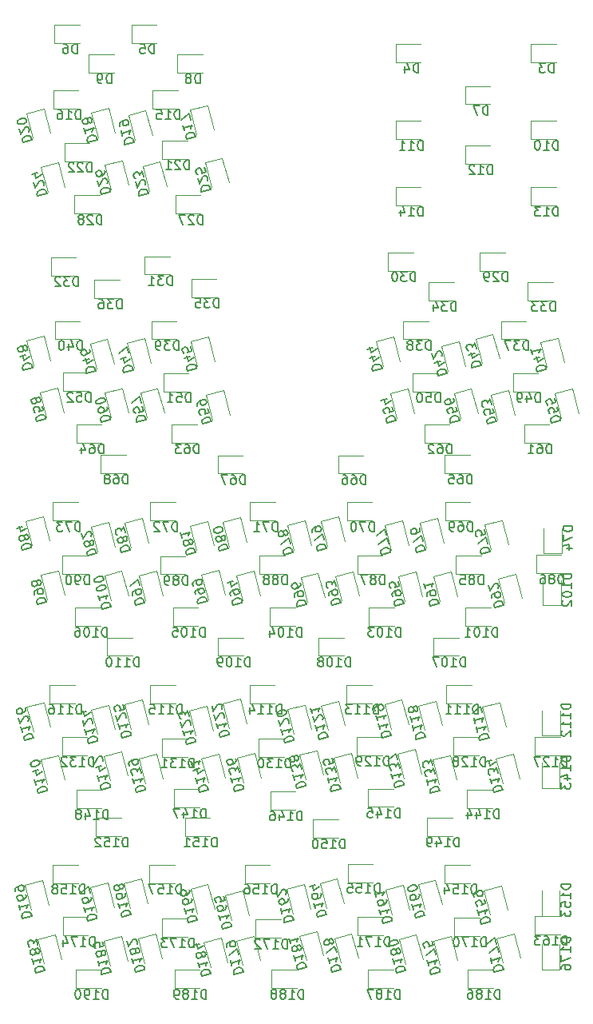
<source format=gbr>
%TF.GenerationSoftware,KiCad,Pcbnew,(5.1.8)-1*%
%TF.CreationDate,2021-07-31T20:08:40-05:00*%
%TF.ProjectId,DSKY_led_display,44534b59-5f6c-4656-945f-646973706c61,rev?*%
%TF.SameCoordinates,Original*%
%TF.FileFunction,Legend,Bot*%
%TF.FilePolarity,Positive*%
%FSLAX46Y46*%
G04 Gerber Fmt 4.6, Leading zero omitted, Abs format (unit mm)*
G04 Created by KiCad (PCBNEW (5.1.8)-1) date 2021-07-31 20:08:40*
%MOMM*%
%LPD*%
G01*
G04 APERTURE LIST*
%ADD10C,0.120000*%
%ADD11C,0.150000*%
G04 APERTURE END LIST*
D10*
%TO.C,D190*%
X44281600Y-137917000D02*
X41596600Y-137917000D01*
X41596600Y-137917000D02*
X41596600Y-135997000D01*
X41596600Y-135997000D02*
X44281600Y-135997000D01*
%TO.C,D189*%
X54746400Y-137917000D02*
X52061400Y-137917000D01*
X52061400Y-137917000D02*
X52061400Y-135997000D01*
X52061400Y-135997000D02*
X54746400Y-135997000D01*
%TO.C,D188*%
X65058800Y-137917000D02*
X62373800Y-137917000D01*
X62373800Y-137917000D02*
X62373800Y-135997000D01*
X62373800Y-135997000D02*
X65058800Y-135997000D01*
%TO.C,D187*%
X75269600Y-137917000D02*
X72584600Y-137917000D01*
X72584600Y-137917000D02*
X72584600Y-135997000D01*
X72584600Y-135997000D02*
X75269600Y-135997000D01*
%TO.C,D186*%
X85886800Y-137917000D02*
X83201800Y-137917000D01*
X83201800Y-137917000D02*
X83201800Y-135997000D01*
X83201800Y-135997000D02*
X85886800Y-135997000D01*
%TO.C,D185*%
X45269130Y-135528392D02*
X44574201Y-132934881D01*
X44574201Y-132934881D02*
X46428779Y-132437949D01*
X46428779Y-132437949D02*
X47123708Y-135031460D01*
%TO.C,D184*%
X55871930Y-135682392D02*
X55177001Y-133088881D01*
X55177001Y-133088881D02*
X57031579Y-132591949D01*
X57031579Y-132591949D02*
X57726508Y-135185460D01*
%TO.C,D183*%
X38258730Y-135325392D02*
X37563801Y-132731881D01*
X37563801Y-132731881D02*
X39418379Y-132234949D01*
X39418379Y-132234949D02*
X40113308Y-134828460D01*
%TO.C,D182*%
X48875930Y-135274392D02*
X48181001Y-132680881D01*
X48181001Y-132680881D02*
X50035579Y-132183949D01*
X50035579Y-132183949D02*
X50730508Y-134777460D01*
%TO.C,D181*%
X66031930Y-134970392D02*
X65337001Y-132376881D01*
X65337001Y-132376881D02*
X67191579Y-131879949D01*
X67191579Y-131879949D02*
X67886508Y-134473460D01*
%TO.C,D180*%
X76547530Y-135326392D02*
X75852601Y-132732881D01*
X75852601Y-132732881D02*
X77707179Y-132235949D01*
X77707179Y-132235949D02*
X78402108Y-134829460D01*
%TO.C,D179*%
X59326330Y-135478392D02*
X58631401Y-132884881D01*
X58631401Y-132884881D02*
X60485979Y-132387949D01*
X60485979Y-132387949D02*
X61180908Y-134981460D01*
%TO.C,D178*%
X69689530Y-135224392D02*
X68994601Y-132630881D01*
X68994601Y-132630881D02*
X70849179Y-132133949D01*
X70849179Y-132133949D02*
X71544108Y-134727460D01*
%TO.C,D177*%
X86910730Y-135224392D02*
X86215801Y-132630881D01*
X86215801Y-132630881D02*
X88070379Y-132133949D01*
X88070379Y-132133949D02*
X88765308Y-134727460D01*
%TO.C,D176*%
X92938800Y-133264000D02*
X92938800Y-135949000D01*
X92938800Y-135949000D02*
X91018800Y-135949000D01*
X91018800Y-135949000D02*
X91018800Y-133264000D01*
%TO.C,D175*%
X80205130Y-135478392D02*
X79510201Y-132884881D01*
X79510201Y-132884881D02*
X81364779Y-132387949D01*
X81364779Y-132387949D02*
X82059708Y-134981460D01*
%TO.C,D174*%
X42910000Y-132329000D02*
X40225000Y-132329000D01*
X40225000Y-132329000D02*
X40225000Y-130409000D01*
X40225000Y-130409000D02*
X42910000Y-130409000D01*
%TO.C,D173*%
X53425600Y-132481000D02*
X50740600Y-132481000D01*
X50740600Y-132481000D02*
X50740600Y-130561000D01*
X50740600Y-130561000D02*
X53425600Y-130561000D01*
%TO.C,D172*%
X63331600Y-132583000D02*
X60646600Y-132583000D01*
X60646600Y-132583000D02*
X60646600Y-130663000D01*
X60646600Y-130663000D02*
X63331600Y-130663000D01*
%TO.C,D171*%
X74202800Y-132329000D02*
X71517800Y-132329000D01*
X71517800Y-132329000D02*
X71517800Y-130409000D01*
X71517800Y-130409000D02*
X74202800Y-130409000D01*
%TO.C,D170*%
X84413600Y-132380000D02*
X81728600Y-132380000D01*
X81728600Y-132380000D02*
X81728600Y-130460000D01*
X81728600Y-130460000D02*
X84413600Y-130460000D01*
%TO.C,D169*%
X36872730Y-129586392D02*
X36177801Y-126992881D01*
X36177801Y-126992881D02*
X38032379Y-126495949D01*
X38032379Y-126495949D02*
X38727308Y-129089460D01*
%TO.C,D168*%
X47402730Y-129432392D02*
X46707801Y-126838881D01*
X46707801Y-126838881D02*
X48562379Y-126341949D01*
X48562379Y-126341949D02*
X49257308Y-128935460D01*
%TO.C,D167*%
X43795930Y-129839392D02*
X43101001Y-127245881D01*
X43101001Y-127245881D02*
X44955579Y-126748949D01*
X44955579Y-126748949D02*
X45650508Y-129342460D01*
%TO.C,D166*%
X54449530Y-129992392D02*
X53754601Y-127398881D01*
X53754601Y-127398881D02*
X55609179Y-126901949D01*
X55609179Y-126901949D02*
X56304108Y-129495460D01*
%TO.C,D165*%
X58107130Y-130703392D02*
X57412201Y-128109881D01*
X57412201Y-128109881D02*
X59266779Y-127612949D01*
X59266779Y-127612949D02*
X59961708Y-130206460D01*
%TO.C,D164*%
X68165530Y-129433392D02*
X67470601Y-126839881D01*
X67470601Y-126839881D02*
X69325179Y-126342949D01*
X69325179Y-126342949D02*
X70020108Y-128936460D01*
%TO.C,D163*%
X92998800Y-132227000D02*
X90313800Y-132227000D01*
X90313800Y-132227000D02*
X90313800Y-130307000D01*
X90313800Y-130307000D02*
X92998800Y-130307000D01*
%TO.C,D162*%
X64660330Y-129992392D02*
X63965401Y-127398881D01*
X63965401Y-127398881D02*
X65819979Y-126901949D01*
X65819979Y-126901949D02*
X66514908Y-129495460D01*
%TO.C,D161*%
X75125130Y-130094392D02*
X74430201Y-127500881D01*
X74430201Y-127500881D02*
X76284779Y-127003949D01*
X76284779Y-127003949D02*
X76979708Y-129597460D01*
%TO.C,D160*%
X78579530Y-129535392D02*
X77884601Y-126941881D01*
X77884601Y-126941881D02*
X79739179Y-126444949D01*
X79739179Y-126444949D02*
X80434108Y-129038460D01*
%TO.C,D159*%
X85539130Y-130144392D02*
X84844201Y-127550881D01*
X84844201Y-127550881D02*
X86698779Y-127053949D01*
X86698779Y-127053949D02*
X87393708Y-129647460D01*
%TO.C,D158*%
X41843200Y-126792000D02*
X39158200Y-126792000D01*
X39158200Y-126792000D02*
X39158200Y-124872000D01*
X39158200Y-124872000D02*
X41843200Y-124872000D01*
%TO.C,D157*%
X52104800Y-126792000D02*
X49419800Y-126792000D01*
X49419800Y-126792000D02*
X49419800Y-124872000D01*
X49419800Y-124872000D02*
X52104800Y-124872000D01*
%TO.C,D156*%
X62214000Y-126792000D02*
X59529000Y-126792000D01*
X59529000Y-126792000D02*
X59529000Y-124872000D01*
X59529000Y-124872000D02*
X62214000Y-124872000D01*
%TO.C,D155*%
X73136000Y-126690000D02*
X70451000Y-126690000D01*
X70451000Y-126690000D02*
X70451000Y-124770000D01*
X70451000Y-124770000D02*
X73136000Y-124770000D01*
%TO.C,D154*%
X83397600Y-126792000D02*
X80712600Y-126792000D01*
X80712600Y-126792000D02*
X80712600Y-124872000D01*
X80712600Y-124872000D02*
X83397600Y-124872000D01*
%TO.C,D153*%
X92938800Y-127575000D02*
X92938800Y-130260000D01*
X92938800Y-130260000D02*
X91018800Y-130260000D01*
X91018800Y-130260000D02*
X91018800Y-127575000D01*
%TO.C,D152*%
X46415200Y-121813000D02*
X43730200Y-121813000D01*
X43730200Y-121813000D02*
X43730200Y-119893000D01*
X43730200Y-119893000D02*
X46415200Y-119893000D01*
%TO.C,D151*%
X55864000Y-121813000D02*
X53179000Y-121813000D01*
X53179000Y-121813000D02*
X53179000Y-119893000D01*
X53179000Y-119893000D02*
X55864000Y-119893000D01*
%TO.C,D150*%
X69453000Y-121991000D02*
X66768000Y-121991000D01*
X66768000Y-121991000D02*
X66768000Y-120071000D01*
X66768000Y-120071000D02*
X69453000Y-120071000D01*
%TO.C,D149*%
X81568800Y-121813000D02*
X78883800Y-121813000D01*
X78883800Y-121813000D02*
X78883800Y-119893000D01*
X78883800Y-119893000D02*
X81568800Y-119893000D01*
%TO.C,D148*%
X44332400Y-118867000D02*
X41647400Y-118867000D01*
X41647400Y-118867000D02*
X41647400Y-116947000D01*
X41647400Y-116947000D02*
X44332400Y-116947000D01*
%TO.C,D147*%
X54695600Y-118765000D02*
X52010600Y-118765000D01*
X52010600Y-118765000D02*
X52010600Y-116845000D01*
X52010600Y-116845000D02*
X54695600Y-116845000D01*
%TO.C,D146*%
X64906400Y-119019000D02*
X62221400Y-119019000D01*
X62221400Y-119019000D02*
X62221400Y-117099000D01*
X62221400Y-117099000D02*
X64906400Y-117099000D01*
%TO.C,D145*%
X75269600Y-118714000D02*
X72584600Y-118714000D01*
X72584600Y-118714000D02*
X72584600Y-116794000D01*
X72584600Y-116794000D02*
X75269600Y-116794000D01*
%TO.C,D144*%
X85785200Y-118816000D02*
X83100200Y-118816000D01*
X83100200Y-118816000D02*
X83100200Y-116896000D01*
X83100200Y-116896000D02*
X85785200Y-116896000D01*
%TO.C,D143*%
X92938800Y-114062000D02*
X92938800Y-116747000D01*
X92938800Y-116747000D02*
X91018800Y-116747000D01*
X91018800Y-116747000D02*
X91018800Y-114062000D01*
%TO.C,D142*%
X45231530Y-115914392D02*
X44536601Y-113320881D01*
X44536601Y-113320881D02*
X46391179Y-112823949D01*
X46391179Y-112823949D02*
X47086108Y-115417460D01*
%TO.C,D141*%
X55617930Y-116174392D02*
X54923001Y-113580881D01*
X54923001Y-113580881D02*
X56777579Y-113083949D01*
X56777579Y-113083949D02*
X57472508Y-115677460D01*
%TO.C,D140*%
X38549130Y-116327392D02*
X37854201Y-113733881D01*
X37854201Y-113733881D02*
X39708779Y-113236949D01*
X39708779Y-113236949D02*
X40403708Y-115830460D01*
%TO.C,D139*%
X48963130Y-116225392D02*
X48268201Y-113631881D01*
X48268201Y-113631881D02*
X50122779Y-113134949D01*
X50122779Y-113134949D02*
X50817708Y-115728460D01*
%TO.C,D138*%
X65981130Y-115819392D02*
X65286201Y-113225881D01*
X65286201Y-113225881D02*
X67140779Y-112728949D01*
X67140779Y-112728949D02*
X67835708Y-115322460D01*
%TO.C,D137*%
X76395130Y-115717392D02*
X75700201Y-113123881D01*
X75700201Y-113123881D02*
X77554779Y-112626949D01*
X77554779Y-112626949D02*
X78249708Y-115220460D01*
%TO.C,D136*%
X59377130Y-116124392D02*
X58682201Y-113530881D01*
X58682201Y-113530881D02*
X60536779Y-113033949D01*
X60536779Y-113033949D02*
X61231708Y-115627460D01*
%TO.C,D135*%
X69638730Y-116124392D02*
X68943801Y-113530881D01*
X68943801Y-113530881D02*
X70798379Y-113033949D01*
X70798379Y-113033949D02*
X71493308Y-115627460D01*
%TO.C,D134*%
X86859930Y-116225392D02*
X86165001Y-113631881D01*
X86165001Y-113631881D02*
X88019579Y-113134949D01*
X88019579Y-113134949D02*
X88714508Y-115728460D01*
%TO.C,D133*%
X80154330Y-116327392D02*
X79459401Y-113733881D01*
X79459401Y-113733881D02*
X81313979Y-113236949D01*
X81313979Y-113236949D02*
X82008908Y-115830460D01*
%TO.C,D132*%
X42808400Y-113279000D02*
X40123400Y-113279000D01*
X40123400Y-113279000D02*
X40123400Y-111359000D01*
X40123400Y-111359000D02*
X42808400Y-111359000D01*
%TO.C,D131*%
X53425600Y-113431000D02*
X50740600Y-113431000D01*
X50740600Y-113431000D02*
X50740600Y-111511000D01*
X50740600Y-111511000D02*
X53425600Y-111511000D01*
%TO.C,D130*%
X63687200Y-113431000D02*
X61002200Y-113431000D01*
X61002200Y-113431000D02*
X61002200Y-111511000D01*
X61002200Y-111511000D02*
X63687200Y-111511000D01*
%TO.C,D129*%
X74101200Y-113228000D02*
X71416200Y-113228000D01*
X71416200Y-113228000D02*
X71416200Y-111308000D01*
X71416200Y-111308000D02*
X74101200Y-111308000D01*
%TO.C,D128*%
X84362800Y-113279000D02*
X81677800Y-113279000D01*
X81677800Y-113279000D02*
X81677800Y-111359000D01*
X81677800Y-111359000D02*
X84362800Y-111359000D01*
%TO.C,D127*%
X92998800Y-113279000D02*
X90313800Y-113279000D01*
X90313800Y-113279000D02*
X90313800Y-111359000D01*
X90313800Y-111359000D02*
X92998800Y-111359000D01*
%TO.C,D126*%
X37075930Y-110739392D02*
X36381001Y-108145881D01*
X36381001Y-108145881D02*
X38235579Y-107648949D01*
X38235579Y-107648949D02*
X38930508Y-110242460D01*
%TO.C,D125*%
X47439130Y-110434392D02*
X46744201Y-107840881D01*
X46744201Y-107840881D02*
X48598779Y-107343949D01*
X48598779Y-107343949D02*
X49293708Y-109937460D01*
%TO.C,D124*%
X43888930Y-111008392D02*
X43194001Y-108414881D01*
X43194001Y-108414881D02*
X45048579Y-107917949D01*
X45048579Y-107917949D02*
X45743508Y-110511460D01*
%TO.C,D123*%
X54297130Y-111145392D02*
X53602201Y-108551881D01*
X53602201Y-108551881D02*
X55456779Y-108054949D01*
X55456779Y-108054949D02*
X56151708Y-110648460D01*
%TO.C,D122*%
X57853130Y-110383392D02*
X57158201Y-107789881D01*
X57158201Y-107789881D02*
X59012779Y-107292949D01*
X59012779Y-107292949D02*
X59707708Y-109886460D01*
%TO.C,D121*%
X68317930Y-110586392D02*
X67623001Y-107992881D01*
X67623001Y-107992881D02*
X69477579Y-107495949D01*
X69477579Y-107495949D02*
X70172508Y-110089460D01*
%TO.C,D120*%
X64711130Y-110993392D02*
X64016201Y-108399881D01*
X64016201Y-108399881D02*
X65870779Y-107902949D01*
X65870779Y-107902949D02*
X66565708Y-110496460D01*
%TO.C,D119*%
X75023530Y-110434392D02*
X74328601Y-107840881D01*
X74328601Y-107840881D02*
X76183179Y-107343949D01*
X76183179Y-107343949D02*
X76878108Y-109937460D01*
%TO.C,D118*%
X78630330Y-110586392D02*
X77935401Y-107992881D01*
X77935401Y-107992881D02*
X79789979Y-107495949D01*
X79789979Y-107495949D02*
X80484908Y-110089460D01*
%TO.C,D117*%
X85386730Y-110739392D02*
X84691801Y-108145881D01*
X84691801Y-108145881D02*
X86546379Y-107648949D01*
X86546379Y-107648949D02*
X87241308Y-110242460D01*
%TO.C,D116*%
X41487600Y-107742000D02*
X38802600Y-107742000D01*
X38802600Y-107742000D02*
X38802600Y-105822000D01*
X38802600Y-105822000D02*
X41487600Y-105822000D01*
%TO.C,D115*%
X52155600Y-107742000D02*
X49470600Y-107742000D01*
X49470600Y-107742000D02*
X49470600Y-105822000D01*
X49470600Y-105822000D02*
X52155600Y-105822000D01*
%TO.C,D114*%
X62722000Y-107742000D02*
X60037000Y-107742000D01*
X60037000Y-107742000D02*
X60037000Y-105822000D01*
X60037000Y-105822000D02*
X62722000Y-105822000D01*
%TO.C,D113*%
X72983600Y-107742000D02*
X70298600Y-107742000D01*
X70298600Y-107742000D02*
X70298600Y-105822000D01*
X70298600Y-105822000D02*
X72983600Y-105822000D01*
%TO.C,D112*%
X92960000Y-108500000D02*
X92960000Y-111185000D01*
X92960000Y-111185000D02*
X91040000Y-111185000D01*
X91040000Y-111185000D02*
X91040000Y-108500000D01*
%TO.C,D111*%
X83600800Y-107742000D02*
X80915800Y-107742000D01*
X80915800Y-107742000D02*
X80915800Y-105822000D01*
X80915800Y-105822000D02*
X83600800Y-105822000D01*
%TO.C,D110*%
X47583600Y-102712000D02*
X44898600Y-102712000D01*
X44898600Y-102712000D02*
X44898600Y-100792000D01*
X44898600Y-100792000D02*
X47583600Y-100792000D01*
%TO.C,D109*%
X59369200Y-102712000D02*
X56684200Y-102712000D01*
X56684200Y-102712000D02*
X56684200Y-100792000D01*
X56684200Y-100792000D02*
X59369200Y-100792000D01*
%TO.C,D108*%
X70037200Y-102712000D02*
X67352200Y-102712000D01*
X67352200Y-102712000D02*
X67352200Y-100792000D01*
X67352200Y-100792000D02*
X70037200Y-100792000D01*
%TO.C,D107*%
X82229200Y-102712000D02*
X79544200Y-102712000D01*
X79544200Y-102712000D02*
X79544200Y-100792000D01*
X79544200Y-100792000D02*
X82229200Y-100792000D01*
%TO.C,D106*%
X44230800Y-99562800D02*
X41545800Y-99562800D01*
X41545800Y-99562800D02*
X41545800Y-97642800D01*
X41545800Y-97642800D02*
X44230800Y-97642800D01*
%TO.C,D105*%
X54594000Y-99562800D02*
X51909000Y-99562800D01*
X51909000Y-99562800D02*
X51909000Y-97642800D01*
X51909000Y-97642800D02*
X54594000Y-97642800D01*
%TO.C,D104*%
X64855600Y-99562800D02*
X62170600Y-99562800D01*
X62170600Y-99562800D02*
X62170600Y-97642800D01*
X62170600Y-97642800D02*
X64855600Y-97642800D01*
%TO.C,D103*%
X75371200Y-99562800D02*
X72686200Y-99562800D01*
X72686200Y-99562800D02*
X72686200Y-97642800D01*
X72686200Y-97642800D02*
X75371200Y-97642800D01*
%TO.C,D102*%
X93060000Y-94707200D02*
X93060000Y-97392200D01*
X93060000Y-97392200D02*
X91140000Y-97392200D01*
X91140000Y-97392200D02*
X91140000Y-94707200D01*
%TO.C,D101*%
X85632800Y-99562800D02*
X82947800Y-99562800D01*
X82947800Y-99562800D02*
X82947800Y-97642800D01*
X82947800Y-97642800D02*
X85632800Y-97642800D01*
%TO.C,D100*%
X45305530Y-96819992D02*
X44610601Y-94226481D01*
X44610601Y-94226481D02*
X46465179Y-93729549D01*
X46465179Y-93729549D02*
X47160108Y-96323060D01*
%TO.C,D99*%
X55617930Y-96718392D02*
X54923001Y-94124881D01*
X54923001Y-94124881D02*
X56777579Y-93627949D01*
X56777579Y-93627949D02*
X57472508Y-96221460D01*
%TO.C,D98*%
X38549130Y-96769192D02*
X37854201Y-94175681D01*
X37854201Y-94175681D02*
X39708779Y-93678749D01*
X39708779Y-93678749D02*
X40403708Y-96272260D01*
%TO.C,D97*%
X48963130Y-96819992D02*
X48268201Y-94226481D01*
X48268201Y-94226481D02*
X50122779Y-93729549D01*
X50122779Y-93729549D02*
X50817708Y-96323060D01*
%TO.C,D96*%
X66133530Y-97023192D02*
X65438601Y-94429681D01*
X65438601Y-94429681D02*
X67293179Y-93932749D01*
X67293179Y-93932749D02*
X67988108Y-96526260D01*
%TO.C,D95*%
X76496730Y-96921592D02*
X75801801Y-94328081D01*
X75801801Y-94328081D02*
X77656379Y-93831149D01*
X77656379Y-93831149D02*
X78351308Y-96424660D01*
%TO.C,D94*%
X59326330Y-96819992D02*
X58631401Y-94226481D01*
X58631401Y-94226481D02*
X60485979Y-93729549D01*
X60485979Y-93729549D02*
X61180908Y-96323060D01*
%TO.C,D93*%
X69791130Y-96870792D02*
X69096201Y-94277281D01*
X69096201Y-94277281D02*
X70950779Y-93780349D01*
X70950779Y-93780349D02*
X71645708Y-96373860D01*
%TO.C,D92*%
X87063130Y-97124792D02*
X86368201Y-94531281D01*
X86368201Y-94531281D02*
X88222779Y-94034349D01*
X88222779Y-94034349D02*
X88917708Y-96627860D01*
%TO.C,D91*%
X80205130Y-96921592D02*
X79510201Y-94328081D01*
X79510201Y-94328081D02*
X81364779Y-93831149D01*
X81364779Y-93831149D02*
X82059708Y-96424660D01*
%TO.C,D90*%
X42808400Y-94025600D02*
X40123400Y-94025600D01*
X40123400Y-94025600D02*
X40123400Y-92105600D01*
X40123400Y-92105600D02*
X42808400Y-92105600D01*
%TO.C,D89*%
X53222400Y-94076400D02*
X50537400Y-94076400D01*
X50537400Y-94076400D02*
X50537400Y-92156400D01*
X50537400Y-92156400D02*
X53222400Y-92156400D01*
%TO.C,D88*%
X63788800Y-94025600D02*
X61103800Y-94025600D01*
X61103800Y-94025600D02*
X61103800Y-92105600D01*
X61103800Y-92105600D02*
X63788800Y-92105600D01*
%TO.C,D87*%
X74152000Y-94025600D02*
X71467000Y-94025600D01*
X71467000Y-94025600D02*
X71467000Y-92105600D01*
X71467000Y-92105600D02*
X74152000Y-92105600D01*
%TO.C,D86*%
X93100000Y-93960000D02*
X90415000Y-93960000D01*
X90415000Y-93960000D02*
X90415000Y-92040000D01*
X90415000Y-92040000D02*
X93100000Y-92040000D01*
%TO.C,D85*%
X84616800Y-94025600D02*
X81931800Y-94025600D01*
X81931800Y-94025600D02*
X81931800Y-92105600D01*
X81931800Y-92105600D02*
X84616800Y-92105600D01*
%TO.C,D84*%
X36974330Y-91028792D02*
X36279401Y-88435281D01*
X36279401Y-88435281D02*
X38133979Y-87938349D01*
X38133979Y-87938349D02*
X38828908Y-90531860D01*
%TO.C,D83*%
X47439130Y-91231992D02*
X46744201Y-88638481D01*
X46744201Y-88638481D02*
X48598779Y-88141549D01*
X48598779Y-88141549D02*
X49293708Y-90735060D01*
%TO.C,D82*%
X43883130Y-91638392D02*
X43188201Y-89044881D01*
X43188201Y-89044881D02*
X45042779Y-88547949D01*
X45042779Y-88547949D02*
X45737708Y-91141460D01*
%TO.C,D81*%
X54398730Y-91536792D02*
X53703801Y-88943281D01*
X53703801Y-88943281D02*
X55558379Y-88446349D01*
X55558379Y-88446349D02*
X56253308Y-91039860D01*
%TO.C,D80*%
X57853130Y-91130392D02*
X57158201Y-88536881D01*
X57158201Y-88536881D02*
X59012779Y-88039949D01*
X59012779Y-88039949D02*
X59707708Y-90633460D01*
%TO.C,D79*%
X68267130Y-91079592D02*
X67572201Y-88486081D01*
X67572201Y-88486081D02*
X69426779Y-87989149D01*
X69426779Y-87989149D02*
X70121708Y-90582660D01*
%TO.C,D78*%
X64711130Y-91485992D02*
X64016201Y-88892481D01*
X64016201Y-88892481D02*
X65870779Y-88395549D01*
X65870779Y-88395549D02*
X66565708Y-90989060D01*
%TO.C,D77*%
X75074330Y-91485992D02*
X74379401Y-88892481D01*
X74379401Y-88892481D02*
X76233979Y-88395549D01*
X76233979Y-88395549D02*
X76928908Y-90989060D01*
%TO.C,D76*%
X78782730Y-91231992D02*
X78087801Y-88638481D01*
X78087801Y-88638481D02*
X79942379Y-88141549D01*
X79942379Y-88141549D02*
X80637308Y-90735060D01*
%TO.C,D75*%
X85640730Y-91435192D02*
X84945801Y-88841681D01*
X84945801Y-88841681D02*
X86800379Y-88344749D01*
X86800379Y-88344749D02*
X87495308Y-90938260D01*
%TO.C,D74*%
X93160000Y-89200000D02*
X93160000Y-91885000D01*
X93160000Y-91885000D02*
X91240000Y-91885000D01*
X91240000Y-91885000D02*
X91240000Y-89200000D01*
%TO.C,D73*%
X41843200Y-88386800D02*
X39158200Y-88386800D01*
X39158200Y-88386800D02*
X39158200Y-86466800D01*
X39158200Y-86466800D02*
X41843200Y-86466800D01*
%TO.C,D72*%
X52155600Y-88386800D02*
X49470600Y-88386800D01*
X49470600Y-88386800D02*
X49470600Y-86466800D01*
X49470600Y-86466800D02*
X52155600Y-86466800D01*
%TO.C,D71*%
X62772800Y-88386800D02*
X60087800Y-88386800D01*
X60087800Y-88386800D02*
X60087800Y-86466800D01*
X60087800Y-86466800D02*
X62772800Y-86466800D01*
%TO.C,D70*%
X73034400Y-88386800D02*
X70349400Y-88386800D01*
X70349400Y-88386800D02*
X70349400Y-86466800D01*
X70349400Y-86466800D02*
X73034400Y-86466800D01*
%TO.C,D69*%
X83448400Y-88386800D02*
X80763400Y-88386800D01*
X80763400Y-88386800D02*
X80763400Y-86466800D01*
X80763400Y-86466800D02*
X83448400Y-86466800D01*
%TO.C,D68*%
X46895500Y-83383000D02*
X44210500Y-83383000D01*
X44210500Y-83383000D02*
X44210500Y-81463000D01*
X44210500Y-81463000D02*
X46895500Y-81463000D01*
%TO.C,D67*%
X59318400Y-83408400D02*
X56633400Y-83408400D01*
X56633400Y-83408400D02*
X56633400Y-81488400D01*
X56633400Y-81488400D02*
X59318400Y-81488400D01*
%TO.C,D66*%
X72120000Y-83408400D02*
X69435000Y-83408400D01*
X69435000Y-83408400D02*
X69435000Y-81488400D01*
X69435000Y-81488400D02*
X72120000Y-81488400D01*
%TO.C,D65*%
X83423000Y-83383000D02*
X80738000Y-83383000D01*
X80738000Y-83383000D02*
X80738000Y-81463000D01*
X80738000Y-81463000D02*
X83423000Y-81463000D01*
%TO.C,D64*%
X44332400Y-80157200D02*
X41647400Y-80157200D01*
X41647400Y-80157200D02*
X41647400Y-78237200D01*
X41647400Y-78237200D02*
X44332400Y-78237200D01*
%TO.C,D63*%
X54441600Y-80157200D02*
X51756600Y-80157200D01*
X51756600Y-80157200D02*
X51756600Y-78237200D01*
X51756600Y-78237200D02*
X54441600Y-78237200D01*
%TO.C,D62*%
X81264000Y-80157200D02*
X78579000Y-80157200D01*
X78579000Y-80157200D02*
X78579000Y-78237200D01*
X78579000Y-78237200D02*
X81264000Y-78237200D01*
%TO.C,D61*%
X91830400Y-80157200D02*
X89145400Y-80157200D01*
X89145400Y-80157200D02*
X89145400Y-78237200D01*
X89145400Y-78237200D02*
X91830400Y-78237200D01*
%TO.C,D60*%
X45356330Y-77465192D02*
X44661401Y-74871681D01*
X44661401Y-74871681D02*
X46515979Y-74374749D01*
X46515979Y-74374749D02*
X47210908Y-76968260D01*
%TO.C,D59*%
X56075130Y-77668392D02*
X55380201Y-75074881D01*
X55380201Y-75074881D02*
X57234779Y-74577949D01*
X57234779Y-74577949D02*
X57929708Y-77171460D01*
%TO.C,D58*%
X38498330Y-77414392D02*
X37803401Y-74820881D01*
X37803401Y-74820881D02*
X39657979Y-74323949D01*
X39657979Y-74323949D02*
X40352908Y-76917460D01*
%TO.C,D57*%
X49115530Y-77465192D02*
X48420601Y-74871681D01*
X48420601Y-74871681D02*
X50275179Y-74374749D01*
X50275179Y-74374749D02*
X50970108Y-76968260D01*
%TO.C,D56*%
X82389530Y-77515992D02*
X81694601Y-74922481D01*
X81694601Y-74922481D02*
X83549179Y-74425549D01*
X83549179Y-74425549D02*
X84244108Y-77019060D01*
%TO.C,D55*%
X93108330Y-77515992D02*
X92413401Y-74922481D01*
X92413401Y-74922481D02*
X94267979Y-74425549D01*
X94267979Y-74425549D02*
X94962908Y-77019060D01*
%TO.C,D54*%
X75633130Y-77515992D02*
X74938201Y-74922481D01*
X74938201Y-74922481D02*
X76792779Y-74425549D01*
X76792779Y-74425549D02*
X77487708Y-77019060D01*
%TO.C,D53*%
X86301130Y-77668392D02*
X85606201Y-75074881D01*
X85606201Y-75074881D02*
X87460779Y-74577949D01*
X87460779Y-74577949D02*
X88155708Y-77171460D01*
%TO.C,D52*%
X42960800Y-74670800D02*
X40275800Y-74670800D01*
X40275800Y-74670800D02*
X40275800Y-72750800D01*
X40275800Y-72750800D02*
X42960800Y-72750800D01*
%TO.C,D51*%
X53578000Y-74721600D02*
X50893000Y-74721600D01*
X50893000Y-74721600D02*
X50893000Y-72801600D01*
X50893000Y-72801600D02*
X53578000Y-72801600D01*
%TO.C,D50*%
X80044800Y-74721600D02*
X77359800Y-74721600D01*
X77359800Y-74721600D02*
X77359800Y-72801600D01*
X77359800Y-72801600D02*
X80044800Y-72801600D01*
%TO.C,D49*%
X90662000Y-74721600D02*
X87977000Y-74721600D01*
X87977000Y-74721600D02*
X87977000Y-72801600D01*
X87977000Y-72801600D02*
X90662000Y-72801600D01*
%TO.C,D48*%
X37075930Y-71927992D02*
X36381001Y-69334481D01*
X36381001Y-69334481D02*
X38235579Y-68837549D01*
X38235579Y-68837549D02*
X38930508Y-71431060D01*
%TO.C,D47*%
X47743930Y-72181992D02*
X47049001Y-69588481D01*
X47049001Y-69588481D02*
X48903579Y-69091549D01*
X48903579Y-69091549D02*
X49598508Y-71685060D01*
%TO.C,D46*%
X43781530Y-72283592D02*
X43086601Y-69690081D01*
X43086601Y-69690081D02*
X44941179Y-69193149D01*
X44941179Y-69193149D02*
X45636108Y-71786660D01*
%TO.C,D45*%
X54500330Y-72029592D02*
X53805401Y-69436081D01*
X53805401Y-69436081D02*
X55659979Y-68939149D01*
X55659979Y-68939149D02*
X56354908Y-71532660D01*
%TO.C,D44*%
X74159930Y-72029592D02*
X73465001Y-69436081D01*
X73465001Y-69436081D02*
X75319579Y-68939149D01*
X75319579Y-68939149D02*
X76014508Y-71532660D01*
%TO.C,D43*%
X84675530Y-71724792D02*
X83980601Y-69131281D01*
X83980601Y-69131281D02*
X85835179Y-68634349D01*
X85835179Y-68634349D02*
X86530108Y-71227860D01*
%TO.C,D42*%
X81068730Y-72537592D02*
X80373801Y-69944081D01*
X80373801Y-69944081D02*
X82228379Y-69447149D01*
X82228379Y-69447149D02*
X82923308Y-72040660D01*
%TO.C,D41*%
X91584330Y-72131192D02*
X90889401Y-69537681D01*
X90889401Y-69537681D02*
X92743979Y-69040749D01*
X92743979Y-69040749D02*
X93438908Y-71634260D01*
%TO.C,D40*%
X42046400Y-69184400D02*
X39361400Y-69184400D01*
X39361400Y-69184400D02*
X39361400Y-67264400D01*
X39361400Y-67264400D02*
X42046400Y-67264400D01*
%TO.C,D39*%
X52308000Y-69184400D02*
X49623000Y-69184400D01*
X49623000Y-69184400D02*
X49623000Y-67264400D01*
X49623000Y-67264400D02*
X52308000Y-67264400D01*
%TO.C,D38*%
X79028800Y-69184400D02*
X76343800Y-69184400D01*
X76343800Y-69184400D02*
X76343800Y-67264400D01*
X76343800Y-67264400D02*
X79028800Y-67264400D01*
%TO.C,D37*%
X89392000Y-69184400D02*
X86707000Y-69184400D01*
X86707000Y-69184400D02*
X86707000Y-67264400D01*
X86707000Y-67264400D02*
X89392000Y-67264400D01*
%TO.C,D36*%
X46262800Y-64815600D02*
X43577800Y-64815600D01*
X43577800Y-64815600D02*
X43577800Y-62895600D01*
X43577800Y-62895600D02*
X46262800Y-62895600D01*
%TO.C,D35*%
X56524400Y-64714000D02*
X53839400Y-64714000D01*
X53839400Y-64714000D02*
X53839400Y-62794000D01*
X53839400Y-62794000D02*
X56524400Y-62794000D01*
%TO.C,D34*%
X81721200Y-65069600D02*
X79036200Y-65069600D01*
X79036200Y-65069600D02*
X79036200Y-63149600D01*
X79036200Y-63149600D02*
X81721200Y-63149600D01*
%TO.C,D33*%
X92236800Y-65069600D02*
X89551800Y-65069600D01*
X89551800Y-65069600D02*
X89551800Y-63149600D01*
X89551800Y-63149600D02*
X92236800Y-63149600D01*
%TO.C,D32*%
X41640000Y-62428000D02*
X38955000Y-62428000D01*
X38955000Y-62428000D02*
X38955000Y-60508000D01*
X38955000Y-60508000D02*
X41640000Y-60508000D01*
%TO.C,D31*%
X51596800Y-62326400D02*
X48911800Y-62326400D01*
X48911800Y-62326400D02*
X48911800Y-60406400D01*
X48911800Y-60406400D02*
X51596800Y-60406400D01*
%TO.C,D30*%
X77403200Y-61920000D02*
X74718200Y-61920000D01*
X74718200Y-61920000D02*
X74718200Y-60000000D01*
X74718200Y-60000000D02*
X77403200Y-60000000D01*
%TO.C,D29*%
X87156800Y-61920000D02*
X84471800Y-61920000D01*
X84471800Y-61920000D02*
X84471800Y-60000000D01*
X84471800Y-60000000D02*
X87156800Y-60000000D01*
%TO.C,D28*%
X44129200Y-55874800D02*
X41444200Y-55874800D01*
X41444200Y-55874800D02*
X41444200Y-53954800D01*
X41444200Y-53954800D02*
X44129200Y-53954800D01*
%TO.C,D27*%
X54848000Y-55874800D02*
X52163000Y-55874800D01*
X52163000Y-55874800D02*
X52163000Y-53954800D01*
X52163000Y-53954800D02*
X54848000Y-53954800D01*
%TO.C,D26*%
X45356330Y-53335192D02*
X44661401Y-50741681D01*
X44661401Y-50741681D02*
X46515979Y-50244749D01*
X46515979Y-50244749D02*
X47210908Y-52838260D01*
%TO.C,D25*%
X55973530Y-53081192D02*
X55278601Y-50487681D01*
X55278601Y-50487681D02*
X57133179Y-49990749D01*
X57133179Y-49990749D02*
X57828108Y-52584260D01*
%TO.C,D24*%
X38599930Y-53538392D02*
X37905001Y-50944881D01*
X37905001Y-50944881D02*
X39759579Y-50447949D01*
X39759579Y-50447949D02*
X40454508Y-53041460D01*
%TO.C,D23*%
X49369530Y-53487592D02*
X48674601Y-50894081D01*
X48674601Y-50894081D02*
X50529179Y-50397149D01*
X50529179Y-50397149D02*
X51224108Y-52990660D01*
%TO.C,D22*%
X43062400Y-50337600D02*
X40377400Y-50337600D01*
X40377400Y-50337600D02*
X40377400Y-48417600D01*
X40377400Y-48417600D02*
X43062400Y-48417600D01*
%TO.C,D21*%
X53425600Y-50083600D02*
X50740600Y-50083600D01*
X50740600Y-50083600D02*
X50740600Y-48163600D01*
X50740600Y-48163600D02*
X53425600Y-48163600D01*
%TO.C,D20*%
X37025130Y-47848792D02*
X36330201Y-45255281D01*
X36330201Y-45255281D02*
X38184779Y-44758349D01*
X38184779Y-44758349D02*
X38879708Y-47351860D01*
%TO.C,D19*%
X47845530Y-48051992D02*
X47150601Y-45458481D01*
X47150601Y-45458481D02*
X49005179Y-44961549D01*
X49005179Y-44961549D02*
X49700108Y-47555060D01*
%TO.C,D18*%
X43933930Y-47797992D02*
X43239001Y-45204481D01*
X43239001Y-45204481D02*
X45093579Y-44707549D01*
X45093579Y-44707549D02*
X45788508Y-47301060D01*
%TO.C,D17*%
X54398730Y-47493192D02*
X53703801Y-44899681D01*
X53703801Y-44899681D02*
X55558379Y-44402749D01*
X55558379Y-44402749D02*
X56253308Y-46996260D01*
%TO.C,D16*%
X41894000Y-44749600D02*
X39209000Y-44749600D01*
X39209000Y-44749600D02*
X39209000Y-42829600D01*
X39209000Y-42829600D02*
X41894000Y-42829600D01*
%TO.C,D15*%
X52409600Y-44749600D02*
X49724600Y-44749600D01*
X49724600Y-44749600D02*
X49724600Y-42829600D01*
X49724600Y-42829600D02*
X52409600Y-42829600D01*
%TO.C,D14*%
X78216000Y-55011200D02*
X75531000Y-55011200D01*
X75531000Y-55011200D02*
X75531000Y-53091200D01*
X75531000Y-53091200D02*
X78216000Y-53091200D01*
%TO.C,D13*%
X92541600Y-55011200D02*
X89856600Y-55011200D01*
X89856600Y-55011200D02*
X89856600Y-53091200D01*
X89856600Y-53091200D02*
X92541600Y-53091200D01*
%TO.C,D12*%
X85582000Y-50591600D02*
X82897000Y-50591600D01*
X82897000Y-50591600D02*
X82897000Y-48671600D01*
X82897000Y-48671600D02*
X85582000Y-48671600D01*
%TO.C,D11*%
X78216000Y-48000800D02*
X75531000Y-48000800D01*
X75531000Y-48000800D02*
X75531000Y-46080800D01*
X75531000Y-46080800D02*
X78216000Y-46080800D01*
%TO.C,D10*%
X92541600Y-48000800D02*
X89856600Y-48000800D01*
X89856600Y-48000800D02*
X89856600Y-46080800D01*
X89856600Y-46080800D02*
X92541600Y-46080800D01*
%TO.C,D9*%
X45653200Y-40939600D02*
X42968200Y-40939600D01*
X42968200Y-40939600D02*
X42968200Y-39019600D01*
X42968200Y-39019600D02*
X45653200Y-39019600D01*
%TO.C,D8*%
X55051200Y-40939600D02*
X52366200Y-40939600D01*
X52366200Y-40939600D02*
X52366200Y-39019600D01*
X52366200Y-39019600D02*
X55051200Y-39019600D01*
%TO.C,D7*%
X85582000Y-44292400D02*
X82897000Y-44292400D01*
X82897000Y-44292400D02*
X82897000Y-42372400D01*
X82897000Y-42372400D02*
X85582000Y-42372400D01*
%TO.C,D6*%
X41995600Y-37790000D02*
X39310600Y-37790000D01*
X39310600Y-37790000D02*
X39310600Y-35870000D01*
X39310600Y-35870000D02*
X41995600Y-35870000D01*
%TO.C,D5*%
X50174400Y-37790000D02*
X47489400Y-37790000D01*
X47489400Y-37790000D02*
X47489400Y-35870000D01*
X47489400Y-35870000D02*
X50174400Y-35870000D01*
%TO.C,D4*%
X78216000Y-39822000D02*
X75531000Y-39822000D01*
X75531000Y-39822000D02*
X75531000Y-37902000D01*
X75531000Y-37902000D02*
X78216000Y-37902000D01*
%TO.C,D3*%
X92541600Y-39822000D02*
X89856600Y-39822000D01*
X89856600Y-39822000D02*
X89856600Y-37902000D01*
X89856600Y-37902000D02*
X92541600Y-37902000D01*
%TO.C,D190*%
D11*
X44972076Y-139059380D02*
X44972076Y-138059380D01*
X44733980Y-138059380D01*
X44591123Y-138107000D01*
X44495885Y-138202238D01*
X44448266Y-138297476D01*
X44400647Y-138487952D01*
X44400647Y-138630809D01*
X44448266Y-138821285D01*
X44495885Y-138916523D01*
X44591123Y-139011761D01*
X44733980Y-139059380D01*
X44972076Y-139059380D01*
X43448266Y-139059380D02*
X44019695Y-139059380D01*
X43733980Y-139059380D02*
X43733980Y-138059380D01*
X43829219Y-138202238D01*
X43924457Y-138297476D01*
X44019695Y-138345095D01*
X42972076Y-139059380D02*
X42781600Y-139059380D01*
X42686361Y-139011761D01*
X42638742Y-138964142D01*
X42543504Y-138821285D01*
X42495885Y-138630809D01*
X42495885Y-138249857D01*
X42543504Y-138154619D01*
X42591123Y-138107000D01*
X42686361Y-138059380D01*
X42876838Y-138059380D01*
X42972076Y-138107000D01*
X43019695Y-138154619D01*
X43067314Y-138249857D01*
X43067314Y-138487952D01*
X43019695Y-138583190D01*
X42972076Y-138630809D01*
X42876838Y-138678428D01*
X42686361Y-138678428D01*
X42591123Y-138630809D01*
X42543504Y-138583190D01*
X42495885Y-138487952D01*
X41876838Y-138059380D02*
X41781600Y-138059380D01*
X41686361Y-138107000D01*
X41638742Y-138154619D01*
X41591123Y-138249857D01*
X41543504Y-138440333D01*
X41543504Y-138678428D01*
X41591123Y-138868904D01*
X41638742Y-138964142D01*
X41686361Y-139011761D01*
X41781600Y-139059380D01*
X41876838Y-139059380D01*
X41972076Y-139011761D01*
X42019695Y-138964142D01*
X42067314Y-138868904D01*
X42114933Y-138678428D01*
X42114933Y-138440333D01*
X42067314Y-138249857D01*
X42019695Y-138154619D01*
X41972076Y-138107000D01*
X41876838Y-138059380D01*
%TO.C,D189*%
X55436876Y-139059380D02*
X55436876Y-138059380D01*
X55198780Y-138059380D01*
X55055923Y-138107000D01*
X54960685Y-138202238D01*
X54913066Y-138297476D01*
X54865447Y-138487952D01*
X54865447Y-138630809D01*
X54913066Y-138821285D01*
X54960685Y-138916523D01*
X55055923Y-139011761D01*
X55198780Y-139059380D01*
X55436876Y-139059380D01*
X53913066Y-139059380D02*
X54484495Y-139059380D01*
X54198780Y-139059380D02*
X54198780Y-138059380D01*
X54294019Y-138202238D01*
X54389257Y-138297476D01*
X54484495Y-138345095D01*
X53341638Y-138487952D02*
X53436876Y-138440333D01*
X53484495Y-138392714D01*
X53532114Y-138297476D01*
X53532114Y-138249857D01*
X53484495Y-138154619D01*
X53436876Y-138107000D01*
X53341638Y-138059380D01*
X53151161Y-138059380D01*
X53055923Y-138107000D01*
X53008304Y-138154619D01*
X52960685Y-138249857D01*
X52960685Y-138297476D01*
X53008304Y-138392714D01*
X53055923Y-138440333D01*
X53151161Y-138487952D01*
X53341638Y-138487952D01*
X53436876Y-138535571D01*
X53484495Y-138583190D01*
X53532114Y-138678428D01*
X53532114Y-138868904D01*
X53484495Y-138964142D01*
X53436876Y-139011761D01*
X53341638Y-139059380D01*
X53151161Y-139059380D01*
X53055923Y-139011761D01*
X53008304Y-138964142D01*
X52960685Y-138868904D01*
X52960685Y-138678428D01*
X53008304Y-138583190D01*
X53055923Y-138535571D01*
X53151161Y-138487952D01*
X52484495Y-139059380D02*
X52294019Y-139059380D01*
X52198780Y-139011761D01*
X52151161Y-138964142D01*
X52055923Y-138821285D01*
X52008304Y-138630809D01*
X52008304Y-138249857D01*
X52055923Y-138154619D01*
X52103542Y-138107000D01*
X52198780Y-138059380D01*
X52389257Y-138059380D01*
X52484495Y-138107000D01*
X52532114Y-138154619D01*
X52579733Y-138249857D01*
X52579733Y-138487952D01*
X52532114Y-138583190D01*
X52484495Y-138630809D01*
X52389257Y-138678428D01*
X52198780Y-138678428D01*
X52103542Y-138630809D01*
X52055923Y-138583190D01*
X52008304Y-138487952D01*
%TO.C,D188*%
X65749276Y-139059380D02*
X65749276Y-138059380D01*
X65511180Y-138059380D01*
X65368323Y-138107000D01*
X65273085Y-138202238D01*
X65225466Y-138297476D01*
X65177847Y-138487952D01*
X65177847Y-138630809D01*
X65225466Y-138821285D01*
X65273085Y-138916523D01*
X65368323Y-139011761D01*
X65511180Y-139059380D01*
X65749276Y-139059380D01*
X64225466Y-139059380D02*
X64796895Y-139059380D01*
X64511180Y-139059380D02*
X64511180Y-138059380D01*
X64606419Y-138202238D01*
X64701657Y-138297476D01*
X64796895Y-138345095D01*
X63654038Y-138487952D02*
X63749276Y-138440333D01*
X63796895Y-138392714D01*
X63844514Y-138297476D01*
X63844514Y-138249857D01*
X63796895Y-138154619D01*
X63749276Y-138107000D01*
X63654038Y-138059380D01*
X63463561Y-138059380D01*
X63368323Y-138107000D01*
X63320704Y-138154619D01*
X63273085Y-138249857D01*
X63273085Y-138297476D01*
X63320704Y-138392714D01*
X63368323Y-138440333D01*
X63463561Y-138487952D01*
X63654038Y-138487952D01*
X63749276Y-138535571D01*
X63796895Y-138583190D01*
X63844514Y-138678428D01*
X63844514Y-138868904D01*
X63796895Y-138964142D01*
X63749276Y-139011761D01*
X63654038Y-139059380D01*
X63463561Y-139059380D01*
X63368323Y-139011761D01*
X63320704Y-138964142D01*
X63273085Y-138868904D01*
X63273085Y-138678428D01*
X63320704Y-138583190D01*
X63368323Y-138535571D01*
X63463561Y-138487952D01*
X62701657Y-138487952D02*
X62796895Y-138440333D01*
X62844514Y-138392714D01*
X62892133Y-138297476D01*
X62892133Y-138249857D01*
X62844514Y-138154619D01*
X62796895Y-138107000D01*
X62701657Y-138059380D01*
X62511180Y-138059380D01*
X62415942Y-138107000D01*
X62368323Y-138154619D01*
X62320704Y-138249857D01*
X62320704Y-138297476D01*
X62368323Y-138392714D01*
X62415942Y-138440333D01*
X62511180Y-138487952D01*
X62701657Y-138487952D01*
X62796895Y-138535571D01*
X62844514Y-138583190D01*
X62892133Y-138678428D01*
X62892133Y-138868904D01*
X62844514Y-138964142D01*
X62796895Y-139011761D01*
X62701657Y-139059380D01*
X62511180Y-139059380D01*
X62415942Y-139011761D01*
X62368323Y-138964142D01*
X62320704Y-138868904D01*
X62320704Y-138678428D01*
X62368323Y-138583190D01*
X62415942Y-138535571D01*
X62511180Y-138487952D01*
%TO.C,D187*%
X75960076Y-139059380D02*
X75960076Y-138059380D01*
X75721980Y-138059380D01*
X75579123Y-138107000D01*
X75483885Y-138202238D01*
X75436266Y-138297476D01*
X75388647Y-138487952D01*
X75388647Y-138630809D01*
X75436266Y-138821285D01*
X75483885Y-138916523D01*
X75579123Y-139011761D01*
X75721980Y-139059380D01*
X75960076Y-139059380D01*
X74436266Y-139059380D02*
X75007695Y-139059380D01*
X74721980Y-139059380D02*
X74721980Y-138059380D01*
X74817219Y-138202238D01*
X74912457Y-138297476D01*
X75007695Y-138345095D01*
X73864838Y-138487952D02*
X73960076Y-138440333D01*
X74007695Y-138392714D01*
X74055314Y-138297476D01*
X74055314Y-138249857D01*
X74007695Y-138154619D01*
X73960076Y-138107000D01*
X73864838Y-138059380D01*
X73674361Y-138059380D01*
X73579123Y-138107000D01*
X73531504Y-138154619D01*
X73483885Y-138249857D01*
X73483885Y-138297476D01*
X73531504Y-138392714D01*
X73579123Y-138440333D01*
X73674361Y-138487952D01*
X73864838Y-138487952D01*
X73960076Y-138535571D01*
X74007695Y-138583190D01*
X74055314Y-138678428D01*
X74055314Y-138868904D01*
X74007695Y-138964142D01*
X73960076Y-139011761D01*
X73864838Y-139059380D01*
X73674361Y-139059380D01*
X73579123Y-139011761D01*
X73531504Y-138964142D01*
X73483885Y-138868904D01*
X73483885Y-138678428D01*
X73531504Y-138583190D01*
X73579123Y-138535571D01*
X73674361Y-138487952D01*
X73150552Y-138059380D02*
X72483885Y-138059380D01*
X72912457Y-139059380D01*
%TO.C,D186*%
X86577276Y-139059380D02*
X86577276Y-138059380D01*
X86339180Y-138059380D01*
X86196323Y-138107000D01*
X86101085Y-138202238D01*
X86053466Y-138297476D01*
X86005847Y-138487952D01*
X86005847Y-138630809D01*
X86053466Y-138821285D01*
X86101085Y-138916523D01*
X86196323Y-139011761D01*
X86339180Y-139059380D01*
X86577276Y-139059380D01*
X85053466Y-139059380D02*
X85624895Y-139059380D01*
X85339180Y-139059380D02*
X85339180Y-138059380D01*
X85434419Y-138202238D01*
X85529657Y-138297476D01*
X85624895Y-138345095D01*
X84482038Y-138487952D02*
X84577276Y-138440333D01*
X84624895Y-138392714D01*
X84672514Y-138297476D01*
X84672514Y-138249857D01*
X84624895Y-138154619D01*
X84577276Y-138107000D01*
X84482038Y-138059380D01*
X84291561Y-138059380D01*
X84196323Y-138107000D01*
X84148704Y-138154619D01*
X84101085Y-138249857D01*
X84101085Y-138297476D01*
X84148704Y-138392714D01*
X84196323Y-138440333D01*
X84291561Y-138487952D01*
X84482038Y-138487952D01*
X84577276Y-138535571D01*
X84624895Y-138583190D01*
X84672514Y-138678428D01*
X84672514Y-138868904D01*
X84624895Y-138964142D01*
X84577276Y-139011761D01*
X84482038Y-139059380D01*
X84291561Y-139059380D01*
X84196323Y-139011761D01*
X84148704Y-138964142D01*
X84101085Y-138868904D01*
X84101085Y-138678428D01*
X84148704Y-138583190D01*
X84196323Y-138535571D01*
X84291561Y-138487952D01*
X83243942Y-138059380D02*
X83434419Y-138059380D01*
X83529657Y-138107000D01*
X83577276Y-138154619D01*
X83672514Y-138297476D01*
X83720133Y-138487952D01*
X83720133Y-138868904D01*
X83672514Y-138964142D01*
X83624895Y-139011761D01*
X83529657Y-139059380D01*
X83339180Y-139059380D01*
X83243942Y-139011761D01*
X83196323Y-138964142D01*
X83148704Y-138868904D01*
X83148704Y-138630809D01*
X83196323Y-138535571D01*
X83243942Y-138487952D01*
X83339180Y-138440333D01*
X83529657Y-138440333D01*
X83624895Y-138487952D01*
X83672514Y-138535571D01*
X83720133Y-138630809D01*
%TO.C,D185*%
X44344382Y-136491009D02*
X45310308Y-136232190D01*
X45248685Y-136002208D01*
X45165714Y-135876543D01*
X45049072Y-135809199D01*
X44944754Y-135787852D01*
X44748444Y-135791155D01*
X44610454Y-135828129D01*
X44438793Y-135923424D01*
X44359125Y-135994070D01*
X44291781Y-136110712D01*
X44282759Y-136261027D01*
X44344382Y-136491009D01*
X43949992Y-135019122D02*
X44097888Y-135571080D01*
X44023940Y-135295101D02*
X44989866Y-135036282D01*
X44876526Y-135165249D01*
X44809182Y-135281891D01*
X44787835Y-135386209D01*
X44354053Y-134319268D02*
X44424698Y-134398936D01*
X44483020Y-134432608D01*
X44587337Y-134453955D01*
X44633334Y-134441630D01*
X44713002Y-134370984D01*
X44746674Y-134312663D01*
X44768021Y-134208345D01*
X44718722Y-134024359D01*
X44648076Y-133944691D01*
X44589755Y-133911019D01*
X44485437Y-133889672D01*
X44439441Y-133901997D01*
X44359773Y-133972643D01*
X44326101Y-134030964D01*
X44304754Y-134135282D01*
X44354053Y-134319268D01*
X44332706Y-134423585D01*
X44299034Y-134481907D01*
X44219366Y-134552552D01*
X44035380Y-134601851D01*
X43931062Y-134580504D01*
X43872741Y-134546833D01*
X43802095Y-134467164D01*
X43752796Y-134283178D01*
X43774143Y-134178861D01*
X43807815Y-134120540D01*
X43887483Y-134049894D01*
X44071469Y-134000595D01*
X44175787Y-134021942D01*
X44234108Y-134055614D01*
X44304754Y-134135282D01*
X44435253Y-132966441D02*
X44558501Y-133426405D01*
X44110861Y-133595649D01*
X44144532Y-133537328D01*
X44165879Y-133433010D01*
X44104256Y-133203028D01*
X44033610Y-133123360D01*
X43975289Y-133089688D01*
X43870971Y-133068341D01*
X43640989Y-133129964D01*
X43561321Y-133200610D01*
X43527649Y-133258931D01*
X43506302Y-133363249D01*
X43567925Y-133593231D01*
X43638571Y-133672900D01*
X43696892Y-133706571D01*
%TO.C,D184*%
X54947182Y-136645009D02*
X55913108Y-136386190D01*
X55851485Y-136156208D01*
X55768514Y-136030543D01*
X55651872Y-135963199D01*
X55547554Y-135941852D01*
X55351244Y-135945155D01*
X55213254Y-135982129D01*
X55041593Y-136077424D01*
X54961925Y-136148070D01*
X54894581Y-136264712D01*
X54885559Y-136415027D01*
X54947182Y-136645009D01*
X54552792Y-135173122D02*
X54700688Y-135725080D01*
X54626740Y-135449101D02*
X55592666Y-135190282D01*
X55479326Y-135319249D01*
X55411982Y-135435891D01*
X55390635Y-135540209D01*
X54956853Y-134473268D02*
X55027498Y-134552936D01*
X55085820Y-134586608D01*
X55190137Y-134607955D01*
X55236134Y-134595630D01*
X55315802Y-134524984D01*
X55349474Y-134466663D01*
X55370821Y-134362345D01*
X55321522Y-134178359D01*
X55250876Y-134098691D01*
X55192555Y-134065019D01*
X55088237Y-134043672D01*
X55042241Y-134055997D01*
X54962573Y-134126643D01*
X54928901Y-134184964D01*
X54907554Y-134289282D01*
X54956853Y-134473268D01*
X54935506Y-134577585D01*
X54901834Y-134635907D01*
X54822166Y-134706552D01*
X54638180Y-134755851D01*
X54533862Y-134734504D01*
X54475541Y-134700833D01*
X54404895Y-134621164D01*
X54355596Y-134437178D01*
X54376943Y-134332861D01*
X54410615Y-134274540D01*
X54490283Y-134203894D01*
X54674269Y-134154595D01*
X54778587Y-134175942D01*
X54836908Y-134209614D01*
X54907554Y-134289282D01*
X54728403Y-133252710D02*
X54084452Y-133425256D01*
X55157998Y-133384095D02*
X54529675Y-133798948D01*
X54369453Y-133200994D01*
%TO.C,D183*%
X37333982Y-136288009D02*
X38299908Y-136029190D01*
X38238285Y-135799208D01*
X38155314Y-135673543D01*
X38038672Y-135606199D01*
X37934354Y-135584852D01*
X37738044Y-135588155D01*
X37600054Y-135625129D01*
X37428393Y-135720424D01*
X37348725Y-135791070D01*
X37281381Y-135907712D01*
X37272359Y-136058027D01*
X37333982Y-136288009D01*
X36939592Y-134816122D02*
X37087488Y-135368080D01*
X37013540Y-135092101D02*
X37979466Y-134833282D01*
X37866126Y-134962249D01*
X37798782Y-135078891D01*
X37777435Y-135183209D01*
X37343653Y-134116268D02*
X37414298Y-134195936D01*
X37472620Y-134229608D01*
X37576937Y-134250955D01*
X37622934Y-134238630D01*
X37702602Y-134167984D01*
X37736274Y-134109663D01*
X37757621Y-134005345D01*
X37708322Y-133821359D01*
X37637676Y-133741691D01*
X37579355Y-133708019D01*
X37475037Y-133686672D01*
X37429041Y-133698997D01*
X37349373Y-133769643D01*
X37315701Y-133827964D01*
X37294354Y-133932282D01*
X37343653Y-134116268D01*
X37322306Y-134220585D01*
X37288634Y-134278907D01*
X37208966Y-134349552D01*
X37024980Y-134398851D01*
X36920662Y-134377504D01*
X36862341Y-134343833D01*
X36791695Y-134264164D01*
X36742396Y-134080178D01*
X36763743Y-133975861D01*
X36797415Y-133917540D01*
X36877083Y-133846894D01*
X37061069Y-133797595D01*
X37165387Y-133818942D01*
X37223708Y-133852614D01*
X37294354Y-133932282D01*
X37572750Y-133315398D02*
X37412529Y-132717444D01*
X37130830Y-133138017D01*
X37093856Y-133000028D01*
X37023210Y-132920360D01*
X36964889Y-132886688D01*
X36860571Y-132865341D01*
X36630589Y-132926964D01*
X36550921Y-132997610D01*
X36517249Y-133055931D01*
X36495902Y-133160249D01*
X36569850Y-133436228D01*
X36640496Y-133515896D01*
X36698817Y-133549568D01*
%TO.C,D182*%
X47951182Y-136237009D02*
X48917108Y-135978190D01*
X48855485Y-135748208D01*
X48772514Y-135622543D01*
X48655872Y-135555199D01*
X48551554Y-135533852D01*
X48355244Y-135537155D01*
X48217254Y-135574129D01*
X48045593Y-135669424D01*
X47965925Y-135740070D01*
X47898581Y-135856712D01*
X47889559Y-136007027D01*
X47951182Y-136237009D01*
X47556792Y-134765122D02*
X47704688Y-135317080D01*
X47630740Y-135041101D02*
X48596666Y-134782282D01*
X48483326Y-134911249D01*
X48415982Y-135027891D01*
X48394635Y-135132209D01*
X47960853Y-134065268D02*
X48031498Y-134144936D01*
X48089820Y-134178608D01*
X48194137Y-134199955D01*
X48240134Y-134187630D01*
X48319802Y-134116984D01*
X48353474Y-134058663D01*
X48374821Y-133954345D01*
X48325522Y-133770359D01*
X48254876Y-133690691D01*
X48196555Y-133657019D01*
X48092237Y-133635672D01*
X48046241Y-133647997D01*
X47966573Y-133718643D01*
X47932901Y-133776964D01*
X47911554Y-133881282D01*
X47960853Y-134065268D01*
X47939506Y-134169585D01*
X47905834Y-134227907D01*
X47826166Y-134298552D01*
X47642180Y-134347851D01*
X47537862Y-134326504D01*
X47479541Y-134292833D01*
X47408895Y-134213164D01*
X47359596Y-134029178D01*
X47380943Y-133924861D01*
X47414615Y-133866540D01*
X47494283Y-133795894D01*
X47678269Y-133746595D01*
X47782587Y-133767942D01*
X47840908Y-133801614D01*
X47911554Y-133881282D01*
X48085632Y-133243051D02*
X48119304Y-133184730D01*
X48140651Y-133080412D01*
X48079028Y-132850430D01*
X48008382Y-132770762D01*
X47950061Y-132737090D01*
X47845743Y-132715743D01*
X47753750Y-132740392D01*
X47628085Y-132823363D01*
X47224024Y-133523217D01*
X47063803Y-132925263D01*
%TO.C,D181*%
X65107182Y-135933009D02*
X66073108Y-135674190D01*
X66011485Y-135444208D01*
X65928514Y-135318543D01*
X65811872Y-135251199D01*
X65707554Y-135229852D01*
X65511244Y-135233155D01*
X65373254Y-135270129D01*
X65201593Y-135365424D01*
X65121925Y-135436070D01*
X65054581Y-135552712D01*
X65045559Y-135703027D01*
X65107182Y-135933009D01*
X64712792Y-134461122D02*
X64860688Y-135013080D01*
X64786740Y-134737101D02*
X65752666Y-134478282D01*
X65639326Y-134607249D01*
X65571982Y-134723891D01*
X65550635Y-134828209D01*
X65116853Y-133761268D02*
X65187498Y-133840936D01*
X65245820Y-133874608D01*
X65350137Y-133895955D01*
X65396134Y-133883630D01*
X65475802Y-133812984D01*
X65509474Y-133754663D01*
X65530821Y-133650345D01*
X65481522Y-133466359D01*
X65410876Y-133386691D01*
X65352555Y-133353019D01*
X65248237Y-133331672D01*
X65202241Y-133343997D01*
X65122573Y-133414643D01*
X65088901Y-133472964D01*
X65067554Y-133577282D01*
X65116853Y-133761268D01*
X65095506Y-133865585D01*
X65061834Y-133923907D01*
X64982166Y-133994552D01*
X64798180Y-134043851D01*
X64693862Y-134022504D01*
X64635541Y-133988833D01*
X64564895Y-133909164D01*
X64515596Y-133725178D01*
X64536943Y-133620861D01*
X64570615Y-133562540D01*
X64650283Y-133491894D01*
X64834269Y-133442595D01*
X64938587Y-133463942D01*
X64996908Y-133497614D01*
X65067554Y-133577282D01*
X64219803Y-132621263D02*
X64367700Y-133173221D01*
X64293751Y-132897242D02*
X65259677Y-132638423D01*
X65146337Y-132767390D01*
X65078994Y-132884032D01*
X65057647Y-132988350D01*
%TO.C,D180*%
X75622782Y-136289009D02*
X76588708Y-136030190D01*
X76527085Y-135800208D01*
X76444114Y-135674543D01*
X76327472Y-135607199D01*
X76223154Y-135585852D01*
X76026844Y-135589155D01*
X75888854Y-135626129D01*
X75717193Y-135721424D01*
X75637525Y-135792070D01*
X75570181Y-135908712D01*
X75561159Y-136059027D01*
X75622782Y-136289009D01*
X75228392Y-134817122D02*
X75376288Y-135369080D01*
X75302340Y-135093101D02*
X76268266Y-134834282D01*
X76154926Y-134963249D01*
X76087582Y-135079891D01*
X76066235Y-135184209D01*
X75632453Y-134117268D02*
X75703098Y-134196936D01*
X75761420Y-134230608D01*
X75865737Y-134251955D01*
X75911734Y-134239630D01*
X75991402Y-134168984D01*
X76025074Y-134110663D01*
X76046421Y-134006345D01*
X75997122Y-133822359D01*
X75926476Y-133742691D01*
X75868155Y-133709019D01*
X75763837Y-133687672D01*
X75717841Y-133699997D01*
X75638173Y-133770643D01*
X75604501Y-133828964D01*
X75583154Y-133933282D01*
X75632453Y-134117268D01*
X75611106Y-134221585D01*
X75577434Y-134279907D01*
X75497766Y-134350552D01*
X75313780Y-134399851D01*
X75209462Y-134378504D01*
X75151141Y-134344833D01*
X75080495Y-134265164D01*
X75031196Y-134081178D01*
X75052543Y-133976861D01*
X75086215Y-133918540D01*
X75165883Y-133847894D01*
X75349869Y-133798595D01*
X75454187Y-133819942D01*
X75512508Y-133853614D01*
X75583154Y-133933282D01*
X75787602Y-133040419D02*
X75762952Y-132948427D01*
X75692306Y-132868758D01*
X75633985Y-132835087D01*
X75529668Y-132813740D01*
X75333357Y-132817042D01*
X75103375Y-132878665D01*
X74931713Y-132973961D01*
X74852045Y-133044607D01*
X74818374Y-133102928D01*
X74797026Y-133207246D01*
X74821676Y-133299239D01*
X74892322Y-133378907D01*
X74950643Y-133412578D01*
X75054961Y-133433926D01*
X75251271Y-133430623D01*
X75481254Y-133369000D01*
X75652915Y-133273704D01*
X75732583Y-133203058D01*
X75766255Y-133144737D01*
X75787602Y-133040419D01*
%TO.C,D179*%
X58401582Y-136441009D02*
X59367508Y-136182190D01*
X59305885Y-135952208D01*
X59222914Y-135826543D01*
X59106272Y-135759199D01*
X59001954Y-135737852D01*
X58805644Y-135741155D01*
X58667654Y-135778129D01*
X58495993Y-135873424D01*
X58416325Y-135944070D01*
X58348981Y-136060712D01*
X58339959Y-136211027D01*
X58401582Y-136441009D01*
X58007192Y-134969122D02*
X58155088Y-135521080D01*
X58081140Y-135245101D02*
X59047066Y-134986282D01*
X58933726Y-135115249D01*
X58866382Y-135231891D01*
X58845035Y-135336209D01*
X58886844Y-134388328D02*
X58714298Y-133744377D01*
X57859295Y-134417164D01*
X57637450Y-133589228D02*
X57588151Y-133405242D01*
X57609498Y-133300924D01*
X57643170Y-133242603D01*
X57756510Y-133113636D01*
X57928171Y-133018341D01*
X58296143Y-132919743D01*
X58400461Y-132941090D01*
X58458782Y-132974762D01*
X58529428Y-133054430D01*
X58578726Y-133238416D01*
X58557379Y-133342734D01*
X58523708Y-133401055D01*
X58444039Y-133471701D01*
X58214057Y-133533324D01*
X58109739Y-133511977D01*
X58051418Y-133478305D01*
X57980772Y-133398637D01*
X57931474Y-133214651D01*
X57952821Y-133110334D01*
X57986492Y-133052013D01*
X58066161Y-132981367D01*
%TO.C,D178*%
X68764782Y-136187009D02*
X69730708Y-135928190D01*
X69669085Y-135698208D01*
X69586114Y-135572543D01*
X69469472Y-135505199D01*
X69365154Y-135483852D01*
X69168844Y-135487155D01*
X69030854Y-135524129D01*
X68859193Y-135619424D01*
X68779525Y-135690070D01*
X68712181Y-135806712D01*
X68703159Y-135957027D01*
X68764782Y-136187009D01*
X68370392Y-134715122D02*
X68518288Y-135267080D01*
X68444340Y-134991101D02*
X69410266Y-134732282D01*
X69296926Y-134861249D01*
X69229582Y-134977891D01*
X69208235Y-135082209D01*
X69250044Y-134134328D02*
X69077498Y-133490377D01*
X68222495Y-134163164D01*
X68527958Y-133095338D02*
X68598604Y-133175007D01*
X68656925Y-133208678D01*
X68761243Y-133230025D01*
X68807239Y-133217701D01*
X68886908Y-133147055D01*
X68920579Y-133088734D01*
X68941926Y-132984416D01*
X68892628Y-132800430D01*
X68821982Y-132720762D01*
X68763661Y-132687090D01*
X68659343Y-132665743D01*
X68613346Y-132678068D01*
X68533678Y-132748714D01*
X68500006Y-132807035D01*
X68478659Y-132911353D01*
X68527958Y-133095338D01*
X68506611Y-133199656D01*
X68472939Y-133257977D01*
X68393271Y-133328623D01*
X68209285Y-133377922D01*
X68104968Y-133356575D01*
X68046647Y-133322903D01*
X67976001Y-133243235D01*
X67926702Y-133059249D01*
X67948049Y-132954931D01*
X67981721Y-132896610D01*
X68061389Y-132825964D01*
X68245375Y-132776665D01*
X68349692Y-132798013D01*
X68408013Y-132831684D01*
X68478659Y-132911353D01*
%TO.C,D177*%
X85985982Y-136187009D02*
X86951908Y-135928190D01*
X86890285Y-135698208D01*
X86807314Y-135572543D01*
X86690672Y-135505199D01*
X86586354Y-135483852D01*
X86390044Y-135487155D01*
X86252054Y-135524129D01*
X86080393Y-135619424D01*
X86000725Y-135690070D01*
X85933381Y-135806712D01*
X85924359Y-135957027D01*
X85985982Y-136187009D01*
X85591592Y-134715122D02*
X85739488Y-135267080D01*
X85665540Y-134991101D02*
X86631466Y-134732282D01*
X86518126Y-134861249D01*
X86450782Y-134977891D01*
X86429435Y-135082209D01*
X86471244Y-134134328D02*
X86298698Y-133490377D01*
X85443695Y-134163164D01*
X86224750Y-133214398D02*
X86052204Y-132570448D01*
X85197201Y-133243235D01*
%TO.C,D176*%
X94081180Y-132573523D02*
X93081180Y-132573523D01*
X93081180Y-132811619D01*
X93128800Y-132954476D01*
X93224038Y-133049714D01*
X93319276Y-133097333D01*
X93509752Y-133144952D01*
X93652609Y-133144952D01*
X93843085Y-133097333D01*
X93938323Y-133049714D01*
X94033561Y-132954476D01*
X94081180Y-132811619D01*
X94081180Y-132573523D01*
X94081180Y-134097333D02*
X94081180Y-133525904D01*
X94081180Y-133811619D02*
X93081180Y-133811619D01*
X93224038Y-133716380D01*
X93319276Y-133621142D01*
X93366895Y-133525904D01*
X93081180Y-134430666D02*
X93081180Y-135097333D01*
X94081180Y-134668761D01*
X93081180Y-135906857D02*
X93081180Y-135716380D01*
X93128800Y-135621142D01*
X93176419Y-135573523D01*
X93319276Y-135478285D01*
X93509752Y-135430666D01*
X93890704Y-135430666D01*
X93985942Y-135478285D01*
X94033561Y-135525904D01*
X94081180Y-135621142D01*
X94081180Y-135811619D01*
X94033561Y-135906857D01*
X93985942Y-135954476D01*
X93890704Y-136002095D01*
X93652609Y-136002095D01*
X93557371Y-135954476D01*
X93509752Y-135906857D01*
X93462133Y-135811619D01*
X93462133Y-135621142D01*
X93509752Y-135525904D01*
X93557371Y-135478285D01*
X93652609Y-135430666D01*
%TO.C,D175*%
X79280382Y-136441009D02*
X80246308Y-136182190D01*
X80184685Y-135952208D01*
X80101714Y-135826543D01*
X79985072Y-135759199D01*
X79880754Y-135737852D01*
X79684444Y-135741155D01*
X79546454Y-135778129D01*
X79374793Y-135873424D01*
X79295125Y-135944070D01*
X79227781Y-136060712D01*
X79218759Y-136211027D01*
X79280382Y-136441009D01*
X78885992Y-134969122D02*
X79033888Y-135521080D01*
X78959940Y-135245101D02*
X79925866Y-134986282D01*
X79812526Y-135115249D01*
X79745182Y-135231891D01*
X79723835Y-135336209D01*
X79765644Y-134388328D02*
X79593098Y-133744377D01*
X78738095Y-134417164D01*
X79371253Y-132916441D02*
X79494501Y-133376405D01*
X79046861Y-133545649D01*
X79080532Y-133487328D01*
X79101879Y-133383010D01*
X79040256Y-133153028D01*
X78969610Y-133073360D01*
X78911289Y-133039688D01*
X78806971Y-133018341D01*
X78576989Y-133079964D01*
X78497321Y-133150610D01*
X78463649Y-133208931D01*
X78442302Y-133313249D01*
X78503925Y-133543231D01*
X78574571Y-133622900D01*
X78632892Y-133656571D01*
%TO.C,D174*%
X43600476Y-133471380D02*
X43600476Y-132471380D01*
X43362380Y-132471380D01*
X43219523Y-132519000D01*
X43124285Y-132614238D01*
X43076666Y-132709476D01*
X43029047Y-132899952D01*
X43029047Y-133042809D01*
X43076666Y-133233285D01*
X43124285Y-133328523D01*
X43219523Y-133423761D01*
X43362380Y-133471380D01*
X43600476Y-133471380D01*
X42076666Y-133471380D02*
X42648095Y-133471380D01*
X42362380Y-133471380D02*
X42362380Y-132471380D01*
X42457619Y-132614238D01*
X42552857Y-132709476D01*
X42648095Y-132757095D01*
X41743333Y-132471380D02*
X41076666Y-132471380D01*
X41505238Y-133471380D01*
X40267142Y-132804714D02*
X40267142Y-133471380D01*
X40505238Y-132423761D02*
X40743333Y-133138047D01*
X40124285Y-133138047D01*
%TO.C,D173*%
X54116076Y-133623380D02*
X54116076Y-132623380D01*
X53877980Y-132623380D01*
X53735123Y-132671000D01*
X53639885Y-132766238D01*
X53592266Y-132861476D01*
X53544647Y-133051952D01*
X53544647Y-133194809D01*
X53592266Y-133385285D01*
X53639885Y-133480523D01*
X53735123Y-133575761D01*
X53877980Y-133623380D01*
X54116076Y-133623380D01*
X52592266Y-133623380D02*
X53163695Y-133623380D01*
X52877980Y-133623380D02*
X52877980Y-132623380D01*
X52973219Y-132766238D01*
X53068457Y-132861476D01*
X53163695Y-132909095D01*
X52258933Y-132623380D02*
X51592266Y-132623380D01*
X52020838Y-133623380D01*
X51306552Y-132623380D02*
X50687504Y-132623380D01*
X51020838Y-133004333D01*
X50877980Y-133004333D01*
X50782742Y-133051952D01*
X50735123Y-133099571D01*
X50687504Y-133194809D01*
X50687504Y-133432904D01*
X50735123Y-133528142D01*
X50782742Y-133575761D01*
X50877980Y-133623380D01*
X51163695Y-133623380D01*
X51258933Y-133575761D01*
X51306552Y-133528142D01*
%TO.C,D172*%
X64022076Y-133725380D02*
X64022076Y-132725380D01*
X63783980Y-132725380D01*
X63641123Y-132773000D01*
X63545885Y-132868238D01*
X63498266Y-132963476D01*
X63450647Y-133153952D01*
X63450647Y-133296809D01*
X63498266Y-133487285D01*
X63545885Y-133582523D01*
X63641123Y-133677761D01*
X63783980Y-133725380D01*
X64022076Y-133725380D01*
X62498266Y-133725380D02*
X63069695Y-133725380D01*
X62783980Y-133725380D02*
X62783980Y-132725380D01*
X62879219Y-132868238D01*
X62974457Y-132963476D01*
X63069695Y-133011095D01*
X62164933Y-132725380D02*
X61498266Y-132725380D01*
X61926838Y-133725380D01*
X61164933Y-132820619D02*
X61117314Y-132773000D01*
X61022076Y-132725380D01*
X60783980Y-132725380D01*
X60688742Y-132773000D01*
X60641123Y-132820619D01*
X60593504Y-132915857D01*
X60593504Y-133011095D01*
X60641123Y-133153952D01*
X61212552Y-133725380D01*
X60593504Y-133725380D01*
%TO.C,D171*%
X74893276Y-133471380D02*
X74893276Y-132471380D01*
X74655180Y-132471380D01*
X74512323Y-132519000D01*
X74417085Y-132614238D01*
X74369466Y-132709476D01*
X74321847Y-132899952D01*
X74321847Y-133042809D01*
X74369466Y-133233285D01*
X74417085Y-133328523D01*
X74512323Y-133423761D01*
X74655180Y-133471380D01*
X74893276Y-133471380D01*
X73369466Y-133471380D02*
X73940895Y-133471380D01*
X73655180Y-133471380D02*
X73655180Y-132471380D01*
X73750419Y-132614238D01*
X73845657Y-132709476D01*
X73940895Y-132757095D01*
X73036133Y-132471380D02*
X72369466Y-132471380D01*
X72798038Y-133471380D01*
X71464704Y-133471380D02*
X72036133Y-133471380D01*
X71750419Y-133471380D02*
X71750419Y-132471380D01*
X71845657Y-132614238D01*
X71940895Y-132709476D01*
X72036133Y-132757095D01*
%TO.C,D170*%
X85104076Y-133522380D02*
X85104076Y-132522380D01*
X84865980Y-132522380D01*
X84723123Y-132570000D01*
X84627885Y-132665238D01*
X84580266Y-132760476D01*
X84532647Y-132950952D01*
X84532647Y-133093809D01*
X84580266Y-133284285D01*
X84627885Y-133379523D01*
X84723123Y-133474761D01*
X84865980Y-133522380D01*
X85104076Y-133522380D01*
X83580266Y-133522380D02*
X84151695Y-133522380D01*
X83865980Y-133522380D02*
X83865980Y-132522380D01*
X83961219Y-132665238D01*
X84056457Y-132760476D01*
X84151695Y-132808095D01*
X83246933Y-132522380D02*
X82580266Y-132522380D01*
X83008838Y-133522380D01*
X82008838Y-132522380D02*
X81913600Y-132522380D01*
X81818361Y-132570000D01*
X81770742Y-132617619D01*
X81723123Y-132712857D01*
X81675504Y-132903333D01*
X81675504Y-133141428D01*
X81723123Y-133331904D01*
X81770742Y-133427142D01*
X81818361Y-133474761D01*
X81913600Y-133522380D01*
X82008838Y-133522380D01*
X82104076Y-133474761D01*
X82151695Y-133427142D01*
X82199314Y-133331904D01*
X82246933Y-133141428D01*
X82246933Y-132903333D01*
X82199314Y-132712857D01*
X82151695Y-132617619D01*
X82104076Y-132570000D01*
X82008838Y-132522380D01*
%TO.C,D169*%
X35947982Y-130549009D02*
X36913908Y-130290190D01*
X36852285Y-130060208D01*
X36769314Y-129934543D01*
X36652672Y-129867199D01*
X36548354Y-129845852D01*
X36352044Y-129849155D01*
X36214054Y-129886129D01*
X36042393Y-129981424D01*
X35962725Y-130052070D01*
X35895381Y-130168712D01*
X35886359Y-130319027D01*
X35947982Y-130549009D01*
X35553592Y-129077122D02*
X35701488Y-129629080D01*
X35627540Y-129353101D02*
X36593466Y-129094282D01*
X36480126Y-129223249D01*
X36412782Y-129339891D01*
X36391435Y-129444209D01*
X36297672Y-127990366D02*
X36346971Y-128174352D01*
X36325624Y-128278670D01*
X36291953Y-128336991D01*
X36178613Y-128465958D01*
X36006951Y-128561254D01*
X35638980Y-128659851D01*
X35534662Y-128638504D01*
X35476341Y-128604833D01*
X35405695Y-128525164D01*
X35356396Y-128341178D01*
X35377743Y-128236861D01*
X35411415Y-128178540D01*
X35491083Y-128107894D01*
X35721065Y-128046270D01*
X35825383Y-128067617D01*
X35883704Y-128101289D01*
X35954350Y-128180957D01*
X36003649Y-128364943D01*
X35982302Y-128469261D01*
X35948630Y-128527582D01*
X35868962Y-128598228D01*
X35183850Y-127697228D02*
X35134551Y-127513242D01*
X35155898Y-127408924D01*
X35189570Y-127350603D01*
X35302910Y-127221636D01*
X35474571Y-127126341D01*
X35842543Y-127027743D01*
X35946861Y-127049090D01*
X36005182Y-127082762D01*
X36075828Y-127162430D01*
X36125126Y-127346416D01*
X36103779Y-127450734D01*
X36070108Y-127509055D01*
X35990439Y-127579701D01*
X35760457Y-127641324D01*
X35656139Y-127619977D01*
X35597818Y-127586305D01*
X35527172Y-127506637D01*
X35477874Y-127322651D01*
X35499221Y-127218334D01*
X35532892Y-127160013D01*
X35612561Y-127089367D01*
%TO.C,D168*%
X46477982Y-130395009D02*
X47443908Y-130136190D01*
X47382285Y-129906208D01*
X47299314Y-129780543D01*
X47182672Y-129713199D01*
X47078354Y-129691852D01*
X46882044Y-129695155D01*
X46744054Y-129732129D01*
X46572393Y-129827424D01*
X46492725Y-129898070D01*
X46425381Y-130014712D01*
X46416359Y-130165027D01*
X46477982Y-130395009D01*
X46083592Y-128923122D02*
X46231488Y-129475080D01*
X46157540Y-129199101D02*
X47123466Y-128940282D01*
X47010126Y-129069249D01*
X46942782Y-129185891D01*
X46921435Y-129290209D01*
X46827672Y-127836366D02*
X46876971Y-128020352D01*
X46855624Y-128124670D01*
X46821953Y-128182991D01*
X46708613Y-128311958D01*
X46536951Y-128407254D01*
X46168980Y-128505851D01*
X46064662Y-128484504D01*
X46006341Y-128450833D01*
X45935695Y-128371164D01*
X45886396Y-128187178D01*
X45907743Y-128082861D01*
X45941415Y-128024540D01*
X46021083Y-127953894D01*
X46251065Y-127892270D01*
X46355383Y-127913617D01*
X46413704Y-127947289D01*
X46484350Y-128026957D01*
X46533649Y-128210943D01*
X46512302Y-128315261D01*
X46478630Y-128373582D01*
X46398962Y-128444228D01*
X46241158Y-127303338D02*
X46311804Y-127383007D01*
X46370125Y-127416678D01*
X46474443Y-127438025D01*
X46520439Y-127425701D01*
X46600108Y-127355055D01*
X46633779Y-127296734D01*
X46655126Y-127192416D01*
X46605828Y-127008430D01*
X46535182Y-126928762D01*
X46476861Y-126895090D01*
X46372543Y-126873743D01*
X46326546Y-126886068D01*
X46246878Y-126956714D01*
X46213206Y-127015035D01*
X46191859Y-127119353D01*
X46241158Y-127303338D01*
X46219811Y-127407656D01*
X46186139Y-127465977D01*
X46106471Y-127536623D01*
X45922485Y-127585922D01*
X45818168Y-127564575D01*
X45759847Y-127530903D01*
X45689201Y-127451235D01*
X45639902Y-127267249D01*
X45661249Y-127162931D01*
X45694921Y-127104610D01*
X45774589Y-127033964D01*
X45958575Y-126984665D01*
X46062892Y-127006013D01*
X46121213Y-127039684D01*
X46191859Y-127119353D01*
%TO.C,D167*%
X42871182Y-130802009D02*
X43837108Y-130543190D01*
X43775485Y-130313208D01*
X43692514Y-130187543D01*
X43575872Y-130120199D01*
X43471554Y-130098852D01*
X43275244Y-130102155D01*
X43137254Y-130139129D01*
X42965593Y-130234424D01*
X42885925Y-130305070D01*
X42818581Y-130421712D01*
X42809559Y-130572027D01*
X42871182Y-130802009D01*
X42476792Y-129330122D02*
X42624688Y-129882080D01*
X42550740Y-129606101D02*
X43516666Y-129347282D01*
X43403326Y-129476249D01*
X43335982Y-129592891D01*
X43314635Y-129697209D01*
X43220872Y-128243366D02*
X43270171Y-128427352D01*
X43248824Y-128531670D01*
X43215153Y-128589991D01*
X43101813Y-128718958D01*
X42930151Y-128814254D01*
X42562180Y-128912851D01*
X42457862Y-128891504D01*
X42399541Y-128857833D01*
X42328895Y-128778164D01*
X42279596Y-128594178D01*
X42300943Y-128489861D01*
X42334615Y-128431540D01*
X42414283Y-128360894D01*
X42644265Y-128299270D01*
X42748583Y-128320617D01*
X42806904Y-128354289D01*
X42877550Y-128433957D01*
X42926849Y-128617943D01*
X42905502Y-128722261D01*
X42871830Y-128780582D01*
X42792162Y-128851228D01*
X43109950Y-127829398D02*
X42937404Y-127185448D01*
X42082401Y-127858235D01*
%TO.C,D166*%
X53524782Y-130955009D02*
X54490708Y-130696190D01*
X54429085Y-130466208D01*
X54346114Y-130340543D01*
X54229472Y-130273199D01*
X54125154Y-130251852D01*
X53928844Y-130255155D01*
X53790854Y-130292129D01*
X53619193Y-130387424D01*
X53539525Y-130458070D01*
X53472181Y-130574712D01*
X53463159Y-130725027D01*
X53524782Y-130955009D01*
X53130392Y-129483122D02*
X53278288Y-130035080D01*
X53204340Y-129759101D02*
X54170266Y-129500282D01*
X54056926Y-129629249D01*
X53989582Y-129745891D01*
X53968235Y-129850209D01*
X53874472Y-128396366D02*
X53923771Y-128580352D01*
X53902424Y-128684670D01*
X53868753Y-128742991D01*
X53755413Y-128871958D01*
X53583751Y-128967254D01*
X53215780Y-129065851D01*
X53111462Y-129044504D01*
X53053141Y-129010833D01*
X52982495Y-128931164D01*
X52933196Y-128747178D01*
X52954543Y-128642861D01*
X52988215Y-128584540D01*
X53067883Y-128513894D01*
X53297865Y-128452270D01*
X53402183Y-128473617D01*
X53460504Y-128507289D01*
X53531150Y-128586957D01*
X53580449Y-128770943D01*
X53559102Y-128875261D01*
X53525430Y-128933582D01*
X53445762Y-129004228D01*
X53627978Y-127476437D02*
X53677277Y-127660423D01*
X53655930Y-127764741D01*
X53622258Y-127823062D01*
X53508918Y-127952029D01*
X53337257Y-128047324D01*
X52969285Y-128145922D01*
X52864968Y-128124575D01*
X52806647Y-128090903D01*
X52736001Y-128011235D01*
X52686702Y-127827249D01*
X52708049Y-127722931D01*
X52741721Y-127664610D01*
X52821389Y-127593964D01*
X53051371Y-127532341D01*
X53155689Y-127553688D01*
X53214010Y-127587360D01*
X53284656Y-127667028D01*
X53333955Y-127851014D01*
X53312608Y-127955331D01*
X53278936Y-128013652D01*
X53199268Y-128084298D01*
%TO.C,D165*%
X57182382Y-131666009D02*
X58148308Y-131407190D01*
X58086685Y-131177208D01*
X58003714Y-131051543D01*
X57887072Y-130984199D01*
X57782754Y-130962852D01*
X57586444Y-130966155D01*
X57448454Y-131003129D01*
X57276793Y-131098424D01*
X57197125Y-131169070D01*
X57129781Y-131285712D01*
X57120759Y-131436027D01*
X57182382Y-131666009D01*
X56787992Y-130194122D02*
X56935888Y-130746080D01*
X56861940Y-130470101D02*
X57827866Y-130211282D01*
X57714526Y-130340249D01*
X57647182Y-130456891D01*
X57625835Y-130561209D01*
X57532072Y-129107366D02*
X57581371Y-129291352D01*
X57560024Y-129395670D01*
X57526353Y-129453991D01*
X57413013Y-129582958D01*
X57241351Y-129678254D01*
X56873380Y-129776851D01*
X56769062Y-129755504D01*
X56710741Y-129721833D01*
X56640095Y-129642164D01*
X56590796Y-129458178D01*
X56612143Y-129353861D01*
X56645815Y-129295540D01*
X56725483Y-129224894D01*
X56955465Y-129163270D01*
X57059783Y-129184617D01*
X57118104Y-129218289D01*
X57188750Y-129297957D01*
X57238049Y-129481943D01*
X57216702Y-129586261D01*
X57183030Y-129644582D01*
X57103362Y-129715228D01*
X57273253Y-128141441D02*
X57396501Y-128601405D01*
X56948861Y-128770649D01*
X56982532Y-128712328D01*
X57003879Y-128608010D01*
X56942256Y-128378028D01*
X56871610Y-128298360D01*
X56813289Y-128264688D01*
X56708971Y-128243341D01*
X56478989Y-128304964D01*
X56399321Y-128375610D01*
X56365649Y-128433931D01*
X56344302Y-128538249D01*
X56405925Y-128768231D01*
X56476571Y-128847900D01*
X56534892Y-128881571D01*
%TO.C,D164*%
X67240782Y-130396009D02*
X68206708Y-130137190D01*
X68145085Y-129907208D01*
X68062114Y-129781543D01*
X67945472Y-129714199D01*
X67841154Y-129692852D01*
X67644844Y-129696155D01*
X67506854Y-129733129D01*
X67335193Y-129828424D01*
X67255525Y-129899070D01*
X67188181Y-130015712D01*
X67179159Y-130166027D01*
X67240782Y-130396009D01*
X66846392Y-128924122D02*
X66994288Y-129476080D01*
X66920340Y-129200101D02*
X67886266Y-128941282D01*
X67772926Y-129070249D01*
X67705582Y-129186891D01*
X67684235Y-129291209D01*
X67590472Y-127837366D02*
X67639771Y-128021352D01*
X67618424Y-128125670D01*
X67584753Y-128183991D01*
X67471413Y-128312958D01*
X67299751Y-128408254D01*
X66931780Y-128506851D01*
X66827462Y-128485504D01*
X66769141Y-128451833D01*
X66698495Y-128372164D01*
X66649196Y-128188178D01*
X66670543Y-128083861D01*
X66704215Y-128025540D01*
X66783883Y-127954894D01*
X67013865Y-127893270D01*
X67118183Y-127914617D01*
X67176504Y-127948289D01*
X67247150Y-128027957D01*
X67296449Y-128211943D01*
X67275102Y-128316261D01*
X67241430Y-128374582D01*
X67161762Y-128445228D01*
X67022003Y-127003710D02*
X66378052Y-127176256D01*
X67451598Y-127135095D02*
X66823275Y-127549948D01*
X66663053Y-126951994D01*
%TO.C,D163*%
X93689276Y-133369380D02*
X93689276Y-132369380D01*
X93451180Y-132369380D01*
X93308323Y-132417000D01*
X93213085Y-132512238D01*
X93165466Y-132607476D01*
X93117847Y-132797952D01*
X93117847Y-132940809D01*
X93165466Y-133131285D01*
X93213085Y-133226523D01*
X93308323Y-133321761D01*
X93451180Y-133369380D01*
X93689276Y-133369380D01*
X92165466Y-133369380D02*
X92736895Y-133369380D01*
X92451180Y-133369380D02*
X92451180Y-132369380D01*
X92546419Y-132512238D01*
X92641657Y-132607476D01*
X92736895Y-132655095D01*
X91308323Y-132369380D02*
X91498800Y-132369380D01*
X91594038Y-132417000D01*
X91641657Y-132464619D01*
X91736895Y-132607476D01*
X91784514Y-132797952D01*
X91784514Y-133178904D01*
X91736895Y-133274142D01*
X91689276Y-133321761D01*
X91594038Y-133369380D01*
X91403561Y-133369380D01*
X91308323Y-133321761D01*
X91260704Y-133274142D01*
X91213085Y-133178904D01*
X91213085Y-132940809D01*
X91260704Y-132845571D01*
X91308323Y-132797952D01*
X91403561Y-132750333D01*
X91594038Y-132750333D01*
X91689276Y-132797952D01*
X91736895Y-132845571D01*
X91784514Y-132940809D01*
X90879752Y-132369380D02*
X90260704Y-132369380D01*
X90594038Y-132750333D01*
X90451180Y-132750333D01*
X90355942Y-132797952D01*
X90308323Y-132845571D01*
X90260704Y-132940809D01*
X90260704Y-133178904D01*
X90308323Y-133274142D01*
X90355942Y-133321761D01*
X90451180Y-133369380D01*
X90736895Y-133369380D01*
X90832133Y-133321761D01*
X90879752Y-133274142D01*
%TO.C,D162*%
X63735582Y-130955009D02*
X64701508Y-130696190D01*
X64639885Y-130466208D01*
X64556914Y-130340543D01*
X64440272Y-130273199D01*
X64335954Y-130251852D01*
X64139644Y-130255155D01*
X64001654Y-130292129D01*
X63829993Y-130387424D01*
X63750325Y-130458070D01*
X63682981Y-130574712D01*
X63673959Y-130725027D01*
X63735582Y-130955009D01*
X63341192Y-129483122D02*
X63489088Y-130035080D01*
X63415140Y-129759101D02*
X64381066Y-129500282D01*
X64267726Y-129629249D01*
X64200382Y-129745891D01*
X64179035Y-129850209D01*
X64085272Y-128396366D02*
X64134571Y-128580352D01*
X64113224Y-128684670D01*
X64079553Y-128742991D01*
X63966213Y-128871958D01*
X63794551Y-128967254D01*
X63426580Y-129065851D01*
X63322262Y-129044504D01*
X63263941Y-129010833D01*
X63193295Y-128931164D01*
X63143996Y-128747178D01*
X63165343Y-128642861D01*
X63199015Y-128584540D01*
X63278683Y-128513894D01*
X63508665Y-128452270D01*
X63612983Y-128473617D01*
X63671304Y-128507289D01*
X63741950Y-128586957D01*
X63791249Y-128770943D01*
X63769902Y-128875261D01*
X63736230Y-128933582D01*
X63656562Y-129004228D01*
X63870032Y-127961051D02*
X63903704Y-127902730D01*
X63925051Y-127798412D01*
X63863428Y-127568430D01*
X63792782Y-127488762D01*
X63734461Y-127455090D01*
X63630143Y-127433743D01*
X63538150Y-127458392D01*
X63412485Y-127541363D01*
X63008424Y-128241217D01*
X62848203Y-127643263D01*
%TO.C,D161*%
X74200382Y-131057009D02*
X75166308Y-130798190D01*
X75104685Y-130568208D01*
X75021714Y-130442543D01*
X74905072Y-130375199D01*
X74800754Y-130353852D01*
X74604444Y-130357155D01*
X74466454Y-130394129D01*
X74294793Y-130489424D01*
X74215125Y-130560070D01*
X74147781Y-130676712D01*
X74138759Y-130827027D01*
X74200382Y-131057009D01*
X73805992Y-129585122D02*
X73953888Y-130137080D01*
X73879940Y-129861101D02*
X74845866Y-129602282D01*
X74732526Y-129731249D01*
X74665182Y-129847891D01*
X74643835Y-129952209D01*
X74550072Y-128498366D02*
X74599371Y-128682352D01*
X74578024Y-128786670D01*
X74544353Y-128844991D01*
X74431013Y-128973958D01*
X74259351Y-129069254D01*
X73891380Y-129167851D01*
X73787062Y-129146504D01*
X73728741Y-129112833D01*
X73658095Y-129033164D01*
X73608796Y-128849178D01*
X73630143Y-128744861D01*
X73663815Y-128686540D01*
X73743483Y-128615894D01*
X73973465Y-128554270D01*
X74077783Y-128575617D01*
X74136104Y-128609289D01*
X74206750Y-128688957D01*
X74256049Y-128872943D01*
X74234702Y-128977261D01*
X74201030Y-129035582D01*
X74121362Y-129106228D01*
X73313003Y-127745263D02*
X73460900Y-128297221D01*
X73386951Y-128021242D02*
X74352877Y-127762423D01*
X74239537Y-127891390D01*
X74172194Y-128008032D01*
X74150847Y-128112350D01*
%TO.C,D160*%
X77654782Y-130498009D02*
X78620708Y-130239190D01*
X78559085Y-130009208D01*
X78476114Y-129883543D01*
X78359472Y-129816199D01*
X78255154Y-129794852D01*
X78058844Y-129798155D01*
X77920854Y-129835129D01*
X77749193Y-129930424D01*
X77669525Y-130001070D01*
X77602181Y-130117712D01*
X77593159Y-130268027D01*
X77654782Y-130498009D01*
X77260392Y-129026122D02*
X77408288Y-129578080D01*
X77334340Y-129302101D02*
X78300266Y-129043282D01*
X78186926Y-129172249D01*
X78119582Y-129288891D01*
X78098235Y-129393209D01*
X78004472Y-127939366D02*
X78053771Y-128123352D01*
X78032424Y-128227670D01*
X77998753Y-128285991D01*
X77885413Y-128414958D01*
X77713751Y-128510254D01*
X77345780Y-128608851D01*
X77241462Y-128587504D01*
X77183141Y-128553833D01*
X77112495Y-128474164D01*
X77063196Y-128290178D01*
X77084543Y-128185861D01*
X77118215Y-128127540D01*
X77197883Y-128056894D01*
X77427865Y-127995270D01*
X77532183Y-128016617D01*
X77590504Y-128050289D01*
X77661150Y-128129957D01*
X77710449Y-128313943D01*
X77689102Y-128418261D01*
X77655430Y-128476582D01*
X77575762Y-128547228D01*
X77819602Y-127249419D02*
X77794952Y-127157427D01*
X77724306Y-127077758D01*
X77665985Y-127044087D01*
X77561668Y-127022740D01*
X77365357Y-127026042D01*
X77135375Y-127087665D01*
X76963713Y-127182961D01*
X76884045Y-127253607D01*
X76850374Y-127311928D01*
X76829026Y-127416246D01*
X76853676Y-127508239D01*
X76924322Y-127587907D01*
X76982643Y-127621578D01*
X77086961Y-127642926D01*
X77283271Y-127639623D01*
X77513254Y-127578000D01*
X77684915Y-127482704D01*
X77764583Y-127412058D01*
X77798255Y-127353737D01*
X77819602Y-127249419D01*
%TO.C,D159*%
X84614382Y-131107009D02*
X85580308Y-130848190D01*
X85518685Y-130618208D01*
X85435714Y-130492543D01*
X85319072Y-130425199D01*
X85214754Y-130403852D01*
X85018444Y-130407155D01*
X84880454Y-130444129D01*
X84708793Y-130539424D01*
X84629125Y-130610070D01*
X84561781Y-130726712D01*
X84552759Y-130877027D01*
X84614382Y-131107009D01*
X84219992Y-129635122D02*
X84367888Y-130187080D01*
X84293940Y-129911101D02*
X85259866Y-129652282D01*
X85146526Y-129781249D01*
X85079182Y-129897891D01*
X85057835Y-130002209D01*
X84951748Y-128502370D02*
X85074995Y-128962335D01*
X84627355Y-129131578D01*
X84661027Y-129073257D01*
X84682374Y-128968939D01*
X84620750Y-128738957D01*
X84550104Y-128659289D01*
X84491783Y-128625617D01*
X84387465Y-128604270D01*
X84157483Y-128665894D01*
X84077815Y-128736540D01*
X84044143Y-128794861D01*
X84022796Y-128899178D01*
X84084420Y-129129161D01*
X84155066Y-129208829D01*
X84213387Y-129242501D01*
X83850250Y-128255228D02*
X83800951Y-128071242D01*
X83822298Y-127966924D01*
X83855970Y-127908603D01*
X83969310Y-127779636D01*
X84140971Y-127684341D01*
X84508943Y-127585743D01*
X84613261Y-127607090D01*
X84671582Y-127640762D01*
X84742228Y-127720430D01*
X84791526Y-127904416D01*
X84770179Y-128008734D01*
X84736508Y-128067055D01*
X84656839Y-128137701D01*
X84426857Y-128199324D01*
X84322539Y-128177977D01*
X84264218Y-128144305D01*
X84193572Y-128064637D01*
X84144274Y-127880651D01*
X84165621Y-127776334D01*
X84199292Y-127718013D01*
X84278961Y-127647367D01*
%TO.C,D158*%
X42533676Y-127934380D02*
X42533676Y-126934380D01*
X42295580Y-126934380D01*
X42152723Y-126982000D01*
X42057485Y-127077238D01*
X42009866Y-127172476D01*
X41962247Y-127362952D01*
X41962247Y-127505809D01*
X42009866Y-127696285D01*
X42057485Y-127791523D01*
X42152723Y-127886761D01*
X42295580Y-127934380D01*
X42533676Y-127934380D01*
X41009866Y-127934380D02*
X41581295Y-127934380D01*
X41295580Y-127934380D02*
X41295580Y-126934380D01*
X41390819Y-127077238D01*
X41486057Y-127172476D01*
X41581295Y-127220095D01*
X40105104Y-126934380D02*
X40581295Y-126934380D01*
X40628914Y-127410571D01*
X40581295Y-127362952D01*
X40486057Y-127315333D01*
X40247961Y-127315333D01*
X40152723Y-127362952D01*
X40105104Y-127410571D01*
X40057485Y-127505809D01*
X40057485Y-127743904D01*
X40105104Y-127839142D01*
X40152723Y-127886761D01*
X40247961Y-127934380D01*
X40486057Y-127934380D01*
X40581295Y-127886761D01*
X40628914Y-127839142D01*
X39486057Y-127362952D02*
X39581295Y-127315333D01*
X39628914Y-127267714D01*
X39676533Y-127172476D01*
X39676533Y-127124857D01*
X39628914Y-127029619D01*
X39581295Y-126982000D01*
X39486057Y-126934380D01*
X39295580Y-126934380D01*
X39200342Y-126982000D01*
X39152723Y-127029619D01*
X39105104Y-127124857D01*
X39105104Y-127172476D01*
X39152723Y-127267714D01*
X39200342Y-127315333D01*
X39295580Y-127362952D01*
X39486057Y-127362952D01*
X39581295Y-127410571D01*
X39628914Y-127458190D01*
X39676533Y-127553428D01*
X39676533Y-127743904D01*
X39628914Y-127839142D01*
X39581295Y-127886761D01*
X39486057Y-127934380D01*
X39295580Y-127934380D01*
X39200342Y-127886761D01*
X39152723Y-127839142D01*
X39105104Y-127743904D01*
X39105104Y-127553428D01*
X39152723Y-127458190D01*
X39200342Y-127410571D01*
X39295580Y-127362952D01*
%TO.C,D157*%
X52795276Y-127934380D02*
X52795276Y-126934380D01*
X52557180Y-126934380D01*
X52414323Y-126982000D01*
X52319085Y-127077238D01*
X52271466Y-127172476D01*
X52223847Y-127362952D01*
X52223847Y-127505809D01*
X52271466Y-127696285D01*
X52319085Y-127791523D01*
X52414323Y-127886761D01*
X52557180Y-127934380D01*
X52795276Y-127934380D01*
X51271466Y-127934380D02*
X51842895Y-127934380D01*
X51557180Y-127934380D02*
X51557180Y-126934380D01*
X51652419Y-127077238D01*
X51747657Y-127172476D01*
X51842895Y-127220095D01*
X50366704Y-126934380D02*
X50842895Y-126934380D01*
X50890514Y-127410571D01*
X50842895Y-127362952D01*
X50747657Y-127315333D01*
X50509561Y-127315333D01*
X50414323Y-127362952D01*
X50366704Y-127410571D01*
X50319085Y-127505809D01*
X50319085Y-127743904D01*
X50366704Y-127839142D01*
X50414323Y-127886761D01*
X50509561Y-127934380D01*
X50747657Y-127934380D01*
X50842895Y-127886761D01*
X50890514Y-127839142D01*
X49985752Y-126934380D02*
X49319085Y-126934380D01*
X49747657Y-127934380D01*
%TO.C,D156*%
X62904476Y-127934380D02*
X62904476Y-126934380D01*
X62666380Y-126934380D01*
X62523523Y-126982000D01*
X62428285Y-127077238D01*
X62380666Y-127172476D01*
X62333047Y-127362952D01*
X62333047Y-127505809D01*
X62380666Y-127696285D01*
X62428285Y-127791523D01*
X62523523Y-127886761D01*
X62666380Y-127934380D01*
X62904476Y-127934380D01*
X61380666Y-127934380D02*
X61952095Y-127934380D01*
X61666380Y-127934380D02*
X61666380Y-126934380D01*
X61761619Y-127077238D01*
X61856857Y-127172476D01*
X61952095Y-127220095D01*
X60475904Y-126934380D02*
X60952095Y-126934380D01*
X60999714Y-127410571D01*
X60952095Y-127362952D01*
X60856857Y-127315333D01*
X60618761Y-127315333D01*
X60523523Y-127362952D01*
X60475904Y-127410571D01*
X60428285Y-127505809D01*
X60428285Y-127743904D01*
X60475904Y-127839142D01*
X60523523Y-127886761D01*
X60618761Y-127934380D01*
X60856857Y-127934380D01*
X60952095Y-127886761D01*
X60999714Y-127839142D01*
X59571142Y-126934380D02*
X59761619Y-126934380D01*
X59856857Y-126982000D01*
X59904476Y-127029619D01*
X59999714Y-127172476D01*
X60047333Y-127362952D01*
X60047333Y-127743904D01*
X59999714Y-127839142D01*
X59952095Y-127886761D01*
X59856857Y-127934380D01*
X59666380Y-127934380D01*
X59571142Y-127886761D01*
X59523523Y-127839142D01*
X59475904Y-127743904D01*
X59475904Y-127505809D01*
X59523523Y-127410571D01*
X59571142Y-127362952D01*
X59666380Y-127315333D01*
X59856857Y-127315333D01*
X59952095Y-127362952D01*
X59999714Y-127410571D01*
X60047333Y-127505809D01*
%TO.C,D155*%
X73826476Y-127832380D02*
X73826476Y-126832380D01*
X73588380Y-126832380D01*
X73445523Y-126880000D01*
X73350285Y-126975238D01*
X73302666Y-127070476D01*
X73255047Y-127260952D01*
X73255047Y-127403809D01*
X73302666Y-127594285D01*
X73350285Y-127689523D01*
X73445523Y-127784761D01*
X73588380Y-127832380D01*
X73826476Y-127832380D01*
X72302666Y-127832380D02*
X72874095Y-127832380D01*
X72588380Y-127832380D02*
X72588380Y-126832380D01*
X72683619Y-126975238D01*
X72778857Y-127070476D01*
X72874095Y-127118095D01*
X71397904Y-126832380D02*
X71874095Y-126832380D01*
X71921714Y-127308571D01*
X71874095Y-127260952D01*
X71778857Y-127213333D01*
X71540761Y-127213333D01*
X71445523Y-127260952D01*
X71397904Y-127308571D01*
X71350285Y-127403809D01*
X71350285Y-127641904D01*
X71397904Y-127737142D01*
X71445523Y-127784761D01*
X71540761Y-127832380D01*
X71778857Y-127832380D01*
X71874095Y-127784761D01*
X71921714Y-127737142D01*
X70445523Y-126832380D02*
X70921714Y-126832380D01*
X70969333Y-127308571D01*
X70921714Y-127260952D01*
X70826476Y-127213333D01*
X70588380Y-127213333D01*
X70493142Y-127260952D01*
X70445523Y-127308571D01*
X70397904Y-127403809D01*
X70397904Y-127641904D01*
X70445523Y-127737142D01*
X70493142Y-127784761D01*
X70588380Y-127832380D01*
X70826476Y-127832380D01*
X70921714Y-127784761D01*
X70969333Y-127737142D01*
%TO.C,D154*%
X84088076Y-127934380D02*
X84088076Y-126934380D01*
X83849980Y-126934380D01*
X83707123Y-126982000D01*
X83611885Y-127077238D01*
X83564266Y-127172476D01*
X83516647Y-127362952D01*
X83516647Y-127505809D01*
X83564266Y-127696285D01*
X83611885Y-127791523D01*
X83707123Y-127886761D01*
X83849980Y-127934380D01*
X84088076Y-127934380D01*
X82564266Y-127934380D02*
X83135695Y-127934380D01*
X82849980Y-127934380D02*
X82849980Y-126934380D01*
X82945219Y-127077238D01*
X83040457Y-127172476D01*
X83135695Y-127220095D01*
X81659504Y-126934380D02*
X82135695Y-126934380D01*
X82183314Y-127410571D01*
X82135695Y-127362952D01*
X82040457Y-127315333D01*
X81802361Y-127315333D01*
X81707123Y-127362952D01*
X81659504Y-127410571D01*
X81611885Y-127505809D01*
X81611885Y-127743904D01*
X81659504Y-127839142D01*
X81707123Y-127886761D01*
X81802361Y-127934380D01*
X82040457Y-127934380D01*
X82135695Y-127886761D01*
X82183314Y-127839142D01*
X80754742Y-127267714D02*
X80754742Y-127934380D01*
X80992838Y-126886761D02*
X81230933Y-127601047D01*
X80611885Y-127601047D01*
%TO.C,D153*%
X94081180Y-126884523D02*
X93081180Y-126884523D01*
X93081180Y-127122619D01*
X93128800Y-127265476D01*
X93224038Y-127360714D01*
X93319276Y-127408333D01*
X93509752Y-127455952D01*
X93652609Y-127455952D01*
X93843085Y-127408333D01*
X93938323Y-127360714D01*
X94033561Y-127265476D01*
X94081180Y-127122619D01*
X94081180Y-126884523D01*
X94081180Y-128408333D02*
X94081180Y-127836904D01*
X94081180Y-128122619D02*
X93081180Y-128122619D01*
X93224038Y-128027380D01*
X93319276Y-127932142D01*
X93366895Y-127836904D01*
X93081180Y-129313095D02*
X93081180Y-128836904D01*
X93557371Y-128789285D01*
X93509752Y-128836904D01*
X93462133Y-128932142D01*
X93462133Y-129170238D01*
X93509752Y-129265476D01*
X93557371Y-129313095D01*
X93652609Y-129360714D01*
X93890704Y-129360714D01*
X93985942Y-129313095D01*
X94033561Y-129265476D01*
X94081180Y-129170238D01*
X94081180Y-128932142D01*
X94033561Y-128836904D01*
X93985942Y-128789285D01*
X93081180Y-129694047D02*
X93081180Y-130313095D01*
X93462133Y-129979761D01*
X93462133Y-130122619D01*
X93509752Y-130217857D01*
X93557371Y-130265476D01*
X93652609Y-130313095D01*
X93890704Y-130313095D01*
X93985942Y-130265476D01*
X94033561Y-130217857D01*
X94081180Y-130122619D01*
X94081180Y-129836904D01*
X94033561Y-129741666D01*
X93985942Y-129694047D01*
%TO.C,D152*%
X47105676Y-122955380D02*
X47105676Y-121955380D01*
X46867580Y-121955380D01*
X46724723Y-122003000D01*
X46629485Y-122098238D01*
X46581866Y-122193476D01*
X46534247Y-122383952D01*
X46534247Y-122526809D01*
X46581866Y-122717285D01*
X46629485Y-122812523D01*
X46724723Y-122907761D01*
X46867580Y-122955380D01*
X47105676Y-122955380D01*
X45581866Y-122955380D02*
X46153295Y-122955380D01*
X45867580Y-122955380D02*
X45867580Y-121955380D01*
X45962819Y-122098238D01*
X46058057Y-122193476D01*
X46153295Y-122241095D01*
X44677104Y-121955380D02*
X45153295Y-121955380D01*
X45200914Y-122431571D01*
X45153295Y-122383952D01*
X45058057Y-122336333D01*
X44819961Y-122336333D01*
X44724723Y-122383952D01*
X44677104Y-122431571D01*
X44629485Y-122526809D01*
X44629485Y-122764904D01*
X44677104Y-122860142D01*
X44724723Y-122907761D01*
X44819961Y-122955380D01*
X45058057Y-122955380D01*
X45153295Y-122907761D01*
X45200914Y-122860142D01*
X44248533Y-122050619D02*
X44200914Y-122003000D01*
X44105676Y-121955380D01*
X43867580Y-121955380D01*
X43772342Y-122003000D01*
X43724723Y-122050619D01*
X43677104Y-122145857D01*
X43677104Y-122241095D01*
X43724723Y-122383952D01*
X44296152Y-122955380D01*
X43677104Y-122955380D01*
%TO.C,D151*%
X56554476Y-122955380D02*
X56554476Y-121955380D01*
X56316380Y-121955380D01*
X56173523Y-122003000D01*
X56078285Y-122098238D01*
X56030666Y-122193476D01*
X55983047Y-122383952D01*
X55983047Y-122526809D01*
X56030666Y-122717285D01*
X56078285Y-122812523D01*
X56173523Y-122907761D01*
X56316380Y-122955380D01*
X56554476Y-122955380D01*
X55030666Y-122955380D02*
X55602095Y-122955380D01*
X55316380Y-122955380D02*
X55316380Y-121955380D01*
X55411619Y-122098238D01*
X55506857Y-122193476D01*
X55602095Y-122241095D01*
X54125904Y-121955380D02*
X54602095Y-121955380D01*
X54649714Y-122431571D01*
X54602095Y-122383952D01*
X54506857Y-122336333D01*
X54268761Y-122336333D01*
X54173523Y-122383952D01*
X54125904Y-122431571D01*
X54078285Y-122526809D01*
X54078285Y-122764904D01*
X54125904Y-122860142D01*
X54173523Y-122907761D01*
X54268761Y-122955380D01*
X54506857Y-122955380D01*
X54602095Y-122907761D01*
X54649714Y-122860142D01*
X53125904Y-122955380D02*
X53697333Y-122955380D01*
X53411619Y-122955380D02*
X53411619Y-121955380D01*
X53506857Y-122098238D01*
X53602095Y-122193476D01*
X53697333Y-122241095D01*
%TO.C,D150*%
X70143476Y-123133380D02*
X70143476Y-122133380D01*
X69905380Y-122133380D01*
X69762523Y-122181000D01*
X69667285Y-122276238D01*
X69619666Y-122371476D01*
X69572047Y-122561952D01*
X69572047Y-122704809D01*
X69619666Y-122895285D01*
X69667285Y-122990523D01*
X69762523Y-123085761D01*
X69905380Y-123133380D01*
X70143476Y-123133380D01*
X68619666Y-123133380D02*
X69191095Y-123133380D01*
X68905380Y-123133380D02*
X68905380Y-122133380D01*
X69000619Y-122276238D01*
X69095857Y-122371476D01*
X69191095Y-122419095D01*
X67714904Y-122133380D02*
X68191095Y-122133380D01*
X68238714Y-122609571D01*
X68191095Y-122561952D01*
X68095857Y-122514333D01*
X67857761Y-122514333D01*
X67762523Y-122561952D01*
X67714904Y-122609571D01*
X67667285Y-122704809D01*
X67667285Y-122942904D01*
X67714904Y-123038142D01*
X67762523Y-123085761D01*
X67857761Y-123133380D01*
X68095857Y-123133380D01*
X68191095Y-123085761D01*
X68238714Y-123038142D01*
X67048238Y-122133380D02*
X66953000Y-122133380D01*
X66857761Y-122181000D01*
X66810142Y-122228619D01*
X66762523Y-122323857D01*
X66714904Y-122514333D01*
X66714904Y-122752428D01*
X66762523Y-122942904D01*
X66810142Y-123038142D01*
X66857761Y-123085761D01*
X66953000Y-123133380D01*
X67048238Y-123133380D01*
X67143476Y-123085761D01*
X67191095Y-123038142D01*
X67238714Y-122942904D01*
X67286333Y-122752428D01*
X67286333Y-122514333D01*
X67238714Y-122323857D01*
X67191095Y-122228619D01*
X67143476Y-122181000D01*
X67048238Y-122133380D01*
%TO.C,D149*%
X82259276Y-122955380D02*
X82259276Y-121955380D01*
X82021180Y-121955380D01*
X81878323Y-122003000D01*
X81783085Y-122098238D01*
X81735466Y-122193476D01*
X81687847Y-122383952D01*
X81687847Y-122526809D01*
X81735466Y-122717285D01*
X81783085Y-122812523D01*
X81878323Y-122907761D01*
X82021180Y-122955380D01*
X82259276Y-122955380D01*
X80735466Y-122955380D02*
X81306895Y-122955380D01*
X81021180Y-122955380D02*
X81021180Y-121955380D01*
X81116419Y-122098238D01*
X81211657Y-122193476D01*
X81306895Y-122241095D01*
X79878323Y-122288714D02*
X79878323Y-122955380D01*
X80116419Y-121907761D02*
X80354514Y-122622047D01*
X79735466Y-122622047D01*
X79306895Y-122955380D02*
X79116419Y-122955380D01*
X79021180Y-122907761D01*
X78973561Y-122860142D01*
X78878323Y-122717285D01*
X78830704Y-122526809D01*
X78830704Y-122145857D01*
X78878323Y-122050619D01*
X78925942Y-122003000D01*
X79021180Y-121955380D01*
X79211657Y-121955380D01*
X79306895Y-122003000D01*
X79354514Y-122050619D01*
X79402133Y-122145857D01*
X79402133Y-122383952D01*
X79354514Y-122479190D01*
X79306895Y-122526809D01*
X79211657Y-122574428D01*
X79021180Y-122574428D01*
X78925942Y-122526809D01*
X78878323Y-122479190D01*
X78830704Y-122383952D01*
%TO.C,D148*%
X45022876Y-120009380D02*
X45022876Y-119009380D01*
X44784780Y-119009380D01*
X44641923Y-119057000D01*
X44546685Y-119152238D01*
X44499066Y-119247476D01*
X44451447Y-119437952D01*
X44451447Y-119580809D01*
X44499066Y-119771285D01*
X44546685Y-119866523D01*
X44641923Y-119961761D01*
X44784780Y-120009380D01*
X45022876Y-120009380D01*
X43499066Y-120009380D02*
X44070495Y-120009380D01*
X43784780Y-120009380D02*
X43784780Y-119009380D01*
X43880019Y-119152238D01*
X43975257Y-119247476D01*
X44070495Y-119295095D01*
X42641923Y-119342714D02*
X42641923Y-120009380D01*
X42880019Y-118961761D02*
X43118114Y-119676047D01*
X42499066Y-119676047D01*
X41975257Y-119437952D02*
X42070495Y-119390333D01*
X42118114Y-119342714D01*
X42165733Y-119247476D01*
X42165733Y-119199857D01*
X42118114Y-119104619D01*
X42070495Y-119057000D01*
X41975257Y-119009380D01*
X41784780Y-119009380D01*
X41689542Y-119057000D01*
X41641923Y-119104619D01*
X41594304Y-119199857D01*
X41594304Y-119247476D01*
X41641923Y-119342714D01*
X41689542Y-119390333D01*
X41784780Y-119437952D01*
X41975257Y-119437952D01*
X42070495Y-119485571D01*
X42118114Y-119533190D01*
X42165733Y-119628428D01*
X42165733Y-119818904D01*
X42118114Y-119914142D01*
X42070495Y-119961761D01*
X41975257Y-120009380D01*
X41784780Y-120009380D01*
X41689542Y-119961761D01*
X41641923Y-119914142D01*
X41594304Y-119818904D01*
X41594304Y-119628428D01*
X41641923Y-119533190D01*
X41689542Y-119485571D01*
X41784780Y-119437952D01*
%TO.C,D147*%
X55386076Y-119907380D02*
X55386076Y-118907380D01*
X55147980Y-118907380D01*
X55005123Y-118955000D01*
X54909885Y-119050238D01*
X54862266Y-119145476D01*
X54814647Y-119335952D01*
X54814647Y-119478809D01*
X54862266Y-119669285D01*
X54909885Y-119764523D01*
X55005123Y-119859761D01*
X55147980Y-119907380D01*
X55386076Y-119907380D01*
X53862266Y-119907380D02*
X54433695Y-119907380D01*
X54147980Y-119907380D02*
X54147980Y-118907380D01*
X54243219Y-119050238D01*
X54338457Y-119145476D01*
X54433695Y-119193095D01*
X53005123Y-119240714D02*
X53005123Y-119907380D01*
X53243219Y-118859761D02*
X53481314Y-119574047D01*
X52862266Y-119574047D01*
X52576552Y-118907380D02*
X51909885Y-118907380D01*
X52338457Y-119907380D01*
%TO.C,D146*%
X65596876Y-120161380D02*
X65596876Y-119161380D01*
X65358780Y-119161380D01*
X65215923Y-119209000D01*
X65120685Y-119304238D01*
X65073066Y-119399476D01*
X65025447Y-119589952D01*
X65025447Y-119732809D01*
X65073066Y-119923285D01*
X65120685Y-120018523D01*
X65215923Y-120113761D01*
X65358780Y-120161380D01*
X65596876Y-120161380D01*
X64073066Y-120161380D02*
X64644495Y-120161380D01*
X64358780Y-120161380D02*
X64358780Y-119161380D01*
X64454019Y-119304238D01*
X64549257Y-119399476D01*
X64644495Y-119447095D01*
X63215923Y-119494714D02*
X63215923Y-120161380D01*
X63454019Y-119113761D02*
X63692114Y-119828047D01*
X63073066Y-119828047D01*
X62263542Y-119161380D02*
X62454019Y-119161380D01*
X62549257Y-119209000D01*
X62596876Y-119256619D01*
X62692114Y-119399476D01*
X62739733Y-119589952D01*
X62739733Y-119970904D01*
X62692114Y-120066142D01*
X62644495Y-120113761D01*
X62549257Y-120161380D01*
X62358780Y-120161380D01*
X62263542Y-120113761D01*
X62215923Y-120066142D01*
X62168304Y-119970904D01*
X62168304Y-119732809D01*
X62215923Y-119637571D01*
X62263542Y-119589952D01*
X62358780Y-119542333D01*
X62549257Y-119542333D01*
X62644495Y-119589952D01*
X62692114Y-119637571D01*
X62739733Y-119732809D01*
%TO.C,D145*%
X75960076Y-119856380D02*
X75960076Y-118856380D01*
X75721980Y-118856380D01*
X75579123Y-118904000D01*
X75483885Y-118999238D01*
X75436266Y-119094476D01*
X75388647Y-119284952D01*
X75388647Y-119427809D01*
X75436266Y-119618285D01*
X75483885Y-119713523D01*
X75579123Y-119808761D01*
X75721980Y-119856380D01*
X75960076Y-119856380D01*
X74436266Y-119856380D02*
X75007695Y-119856380D01*
X74721980Y-119856380D02*
X74721980Y-118856380D01*
X74817219Y-118999238D01*
X74912457Y-119094476D01*
X75007695Y-119142095D01*
X73579123Y-119189714D02*
X73579123Y-119856380D01*
X73817219Y-118808761D02*
X74055314Y-119523047D01*
X73436266Y-119523047D01*
X72579123Y-118856380D02*
X73055314Y-118856380D01*
X73102933Y-119332571D01*
X73055314Y-119284952D01*
X72960076Y-119237333D01*
X72721980Y-119237333D01*
X72626742Y-119284952D01*
X72579123Y-119332571D01*
X72531504Y-119427809D01*
X72531504Y-119665904D01*
X72579123Y-119761142D01*
X72626742Y-119808761D01*
X72721980Y-119856380D01*
X72960076Y-119856380D01*
X73055314Y-119808761D01*
X73102933Y-119761142D01*
%TO.C,D144*%
X86475676Y-119958380D02*
X86475676Y-118958380D01*
X86237580Y-118958380D01*
X86094723Y-119006000D01*
X85999485Y-119101238D01*
X85951866Y-119196476D01*
X85904247Y-119386952D01*
X85904247Y-119529809D01*
X85951866Y-119720285D01*
X85999485Y-119815523D01*
X86094723Y-119910761D01*
X86237580Y-119958380D01*
X86475676Y-119958380D01*
X84951866Y-119958380D02*
X85523295Y-119958380D01*
X85237580Y-119958380D02*
X85237580Y-118958380D01*
X85332819Y-119101238D01*
X85428057Y-119196476D01*
X85523295Y-119244095D01*
X84094723Y-119291714D02*
X84094723Y-119958380D01*
X84332819Y-118910761D02*
X84570914Y-119625047D01*
X83951866Y-119625047D01*
X83142342Y-119291714D02*
X83142342Y-119958380D01*
X83380438Y-118910761D02*
X83618533Y-119625047D01*
X82999485Y-119625047D01*
%TO.C,D143*%
X94081180Y-113371523D02*
X93081180Y-113371523D01*
X93081180Y-113609619D01*
X93128800Y-113752476D01*
X93224038Y-113847714D01*
X93319276Y-113895333D01*
X93509752Y-113942952D01*
X93652609Y-113942952D01*
X93843085Y-113895333D01*
X93938323Y-113847714D01*
X94033561Y-113752476D01*
X94081180Y-113609619D01*
X94081180Y-113371523D01*
X94081180Y-114895333D02*
X94081180Y-114323904D01*
X94081180Y-114609619D02*
X93081180Y-114609619D01*
X93224038Y-114514380D01*
X93319276Y-114419142D01*
X93366895Y-114323904D01*
X93414514Y-115752476D02*
X94081180Y-115752476D01*
X93033561Y-115514380D02*
X93747847Y-115276285D01*
X93747847Y-115895333D01*
X93081180Y-116181047D02*
X93081180Y-116800095D01*
X93462133Y-116466761D01*
X93462133Y-116609619D01*
X93509752Y-116704857D01*
X93557371Y-116752476D01*
X93652609Y-116800095D01*
X93890704Y-116800095D01*
X93985942Y-116752476D01*
X94033561Y-116704857D01*
X94081180Y-116609619D01*
X94081180Y-116323904D01*
X94033561Y-116228666D01*
X93985942Y-116181047D01*
%TO.C,D142*%
X44306782Y-116877009D02*
X45272708Y-116618190D01*
X45211085Y-116388208D01*
X45128114Y-116262543D01*
X45011472Y-116195199D01*
X44907154Y-116173852D01*
X44710844Y-116177155D01*
X44572854Y-116214129D01*
X44401193Y-116309424D01*
X44321525Y-116380070D01*
X44254181Y-116496712D01*
X44245159Y-116647027D01*
X44306782Y-116877009D01*
X43912392Y-115405122D02*
X44060288Y-115957080D01*
X43986340Y-115681101D02*
X44952266Y-115422282D01*
X44838926Y-115551249D01*
X44771582Y-115667891D01*
X44750235Y-115772209D01*
X44334497Y-114404639D02*
X43690547Y-114577186D01*
X44764093Y-114536024D02*
X44135769Y-114950877D01*
X43975548Y-114352923D01*
X44441232Y-113883051D02*
X44474904Y-113824730D01*
X44496251Y-113720412D01*
X44434628Y-113490430D01*
X44363982Y-113410762D01*
X44305661Y-113377090D01*
X44201343Y-113355743D01*
X44109350Y-113380392D01*
X43983685Y-113463363D01*
X43579624Y-114163217D01*
X43419403Y-113565263D01*
%TO.C,D141*%
X54693182Y-117137009D02*
X55659108Y-116878190D01*
X55597485Y-116648208D01*
X55514514Y-116522543D01*
X55397872Y-116455199D01*
X55293554Y-116433852D01*
X55097244Y-116437155D01*
X54959254Y-116474129D01*
X54787593Y-116569424D01*
X54707925Y-116640070D01*
X54640581Y-116756712D01*
X54631559Y-116907027D01*
X54693182Y-117137009D01*
X54298792Y-115665122D02*
X54446688Y-116217080D01*
X54372740Y-115941101D02*
X55338666Y-115682282D01*
X55225326Y-115811249D01*
X55157982Y-115927891D01*
X55136635Y-116032209D01*
X54720897Y-114664639D02*
X54076947Y-114837186D01*
X55150493Y-114796024D02*
X54522169Y-115210877D01*
X54361948Y-114612923D01*
X53805803Y-113825263D02*
X53953700Y-114377221D01*
X53879751Y-114101242D02*
X54845677Y-113842423D01*
X54732337Y-113971390D01*
X54664994Y-114088032D01*
X54643647Y-114192350D01*
%TO.C,D140*%
X37624382Y-117290009D02*
X38590308Y-117031190D01*
X38528685Y-116801208D01*
X38445714Y-116675543D01*
X38329072Y-116608199D01*
X38224754Y-116586852D01*
X38028444Y-116590155D01*
X37890454Y-116627129D01*
X37718793Y-116722424D01*
X37639125Y-116793070D01*
X37571781Y-116909712D01*
X37562759Y-117060027D01*
X37624382Y-117290009D01*
X37229992Y-115818122D02*
X37377888Y-116370080D01*
X37303940Y-116094101D02*
X38269866Y-115835282D01*
X38156526Y-115964249D01*
X38089182Y-116080891D01*
X38067835Y-116185209D01*
X37652097Y-114817639D02*
X37008147Y-114990186D01*
X38081693Y-114949024D02*
X37453369Y-115363877D01*
X37293148Y-114765923D01*
X37789202Y-114041419D02*
X37764552Y-113949427D01*
X37693906Y-113869758D01*
X37635585Y-113836087D01*
X37531268Y-113814740D01*
X37334957Y-113818042D01*
X37104975Y-113879665D01*
X36933313Y-113974961D01*
X36853645Y-114045607D01*
X36819974Y-114103928D01*
X36798626Y-114208246D01*
X36823276Y-114300239D01*
X36893922Y-114379907D01*
X36952243Y-114413578D01*
X37056561Y-114434926D01*
X37252871Y-114431623D01*
X37482854Y-114370000D01*
X37654515Y-114274704D01*
X37734183Y-114204058D01*
X37767855Y-114145737D01*
X37789202Y-114041419D01*
%TO.C,D139*%
X48038382Y-117188009D02*
X49004308Y-116929190D01*
X48942685Y-116699208D01*
X48859714Y-116573543D01*
X48743072Y-116506199D01*
X48638754Y-116484852D01*
X48442444Y-116488155D01*
X48304454Y-116525129D01*
X48132793Y-116620424D01*
X48053125Y-116691070D01*
X47985781Y-116807712D01*
X47976759Y-116958027D01*
X48038382Y-117188009D01*
X47643992Y-115716122D02*
X47791888Y-116268080D01*
X47717940Y-115992101D02*
X48683866Y-115733282D01*
X48570526Y-115862249D01*
X48503182Y-115978891D01*
X48481835Y-116083209D01*
X48523644Y-115135328D02*
X48363423Y-114537374D01*
X48081724Y-114957947D01*
X48044750Y-114819957D01*
X47974104Y-114740289D01*
X47915783Y-114706617D01*
X47811465Y-114685270D01*
X47581483Y-114746894D01*
X47501815Y-114817540D01*
X47468143Y-114875861D01*
X47446796Y-114980178D01*
X47520744Y-115256157D01*
X47591390Y-115335825D01*
X47649711Y-115369497D01*
X47274250Y-114336228D02*
X47224951Y-114152242D01*
X47246298Y-114047924D01*
X47279970Y-113989603D01*
X47393310Y-113860636D01*
X47564971Y-113765341D01*
X47932943Y-113666743D01*
X48037261Y-113688090D01*
X48095582Y-113721762D01*
X48166228Y-113801430D01*
X48215526Y-113985416D01*
X48194179Y-114089734D01*
X48160508Y-114148055D01*
X48080839Y-114218701D01*
X47850857Y-114280324D01*
X47746539Y-114258977D01*
X47688218Y-114225305D01*
X47617572Y-114145637D01*
X47568274Y-113961651D01*
X47589621Y-113857334D01*
X47623292Y-113799013D01*
X47702961Y-113728367D01*
%TO.C,D138*%
X65056382Y-116782009D02*
X66022308Y-116523190D01*
X65960685Y-116293208D01*
X65877714Y-116167543D01*
X65761072Y-116100199D01*
X65656754Y-116078852D01*
X65460444Y-116082155D01*
X65322454Y-116119129D01*
X65150793Y-116214424D01*
X65071125Y-116285070D01*
X65003781Y-116401712D01*
X64994759Y-116552027D01*
X65056382Y-116782009D01*
X64661992Y-115310122D02*
X64809888Y-115862080D01*
X64735940Y-115586101D02*
X65701866Y-115327282D01*
X65588526Y-115456249D01*
X65521182Y-115572891D01*
X65499835Y-115677209D01*
X65541644Y-114729328D02*
X65381423Y-114131374D01*
X65099724Y-114551947D01*
X65062750Y-114413957D01*
X64992104Y-114334289D01*
X64933783Y-114300617D01*
X64829465Y-114279270D01*
X64599483Y-114340894D01*
X64519815Y-114411540D01*
X64486143Y-114469861D01*
X64464796Y-114574178D01*
X64538744Y-114850157D01*
X64609390Y-114929825D01*
X64667711Y-114963497D01*
X64819558Y-113690338D02*
X64890204Y-113770007D01*
X64948525Y-113803678D01*
X65052843Y-113825025D01*
X65098839Y-113812701D01*
X65178508Y-113742055D01*
X65212179Y-113683734D01*
X65233526Y-113579416D01*
X65184228Y-113395430D01*
X65113582Y-113315762D01*
X65055261Y-113282090D01*
X64950943Y-113260743D01*
X64904946Y-113273068D01*
X64825278Y-113343714D01*
X64791606Y-113402035D01*
X64770259Y-113506353D01*
X64819558Y-113690338D01*
X64798211Y-113794656D01*
X64764539Y-113852977D01*
X64684871Y-113923623D01*
X64500885Y-113972922D01*
X64396568Y-113951575D01*
X64338247Y-113917903D01*
X64267601Y-113838235D01*
X64218302Y-113654249D01*
X64239649Y-113549931D01*
X64273321Y-113491610D01*
X64352989Y-113420964D01*
X64536975Y-113371665D01*
X64641292Y-113393013D01*
X64699613Y-113426684D01*
X64770259Y-113506353D01*
%TO.C,D137*%
X75470382Y-116680009D02*
X76436308Y-116421190D01*
X76374685Y-116191208D01*
X76291714Y-116065543D01*
X76175072Y-115998199D01*
X76070754Y-115976852D01*
X75874444Y-115980155D01*
X75736454Y-116017129D01*
X75564793Y-116112424D01*
X75485125Y-116183070D01*
X75417781Y-116299712D01*
X75408759Y-116450027D01*
X75470382Y-116680009D01*
X75075992Y-115208122D02*
X75223888Y-115760080D01*
X75149940Y-115484101D02*
X76115866Y-115225282D01*
X76002526Y-115354249D01*
X75935182Y-115470891D01*
X75913835Y-115575209D01*
X75955644Y-114627328D02*
X75795423Y-114029374D01*
X75513724Y-114449947D01*
X75476750Y-114311957D01*
X75406104Y-114232289D01*
X75347783Y-114198617D01*
X75243465Y-114177270D01*
X75013483Y-114238894D01*
X74933815Y-114309540D01*
X74900143Y-114367861D01*
X74878796Y-114472178D01*
X74952744Y-114748157D01*
X75023390Y-114827825D01*
X75081711Y-114861497D01*
X75709150Y-113707398D02*
X75536604Y-113063448D01*
X74681601Y-113736235D01*
%TO.C,D136*%
X58452382Y-117087009D02*
X59418308Y-116828190D01*
X59356685Y-116598208D01*
X59273714Y-116472543D01*
X59157072Y-116405199D01*
X59052754Y-116383852D01*
X58856444Y-116387155D01*
X58718454Y-116424129D01*
X58546793Y-116519424D01*
X58467125Y-116590070D01*
X58399781Y-116706712D01*
X58390759Y-116857027D01*
X58452382Y-117087009D01*
X58057992Y-115615122D02*
X58205888Y-116167080D01*
X58131940Y-115891101D02*
X59097866Y-115632282D01*
X58984526Y-115761249D01*
X58917182Y-115877891D01*
X58895835Y-115982209D01*
X58937644Y-115034328D02*
X58777423Y-114436374D01*
X58495724Y-114856947D01*
X58458750Y-114718957D01*
X58388104Y-114639289D01*
X58329783Y-114605617D01*
X58225465Y-114584270D01*
X57995483Y-114645894D01*
X57915815Y-114716540D01*
X57882143Y-114774861D01*
X57860796Y-114879178D01*
X57934744Y-115155157D01*
X58005390Y-115234825D01*
X58063711Y-115268497D01*
X58555578Y-113608437D02*
X58604877Y-113792423D01*
X58583530Y-113896741D01*
X58549858Y-113955062D01*
X58436518Y-114084029D01*
X58264857Y-114179324D01*
X57896885Y-114277922D01*
X57792568Y-114256575D01*
X57734247Y-114222903D01*
X57663601Y-114143235D01*
X57614302Y-113959249D01*
X57635649Y-113854931D01*
X57669321Y-113796610D01*
X57748989Y-113725964D01*
X57978971Y-113664341D01*
X58083289Y-113685688D01*
X58141610Y-113719360D01*
X58212256Y-113799028D01*
X58261555Y-113983014D01*
X58240208Y-114087331D01*
X58206536Y-114145652D01*
X58126868Y-114216298D01*
%TO.C,D135*%
X68713982Y-117087009D02*
X69679908Y-116828190D01*
X69618285Y-116598208D01*
X69535314Y-116472543D01*
X69418672Y-116405199D01*
X69314354Y-116383852D01*
X69118044Y-116387155D01*
X68980054Y-116424129D01*
X68808393Y-116519424D01*
X68728725Y-116590070D01*
X68661381Y-116706712D01*
X68652359Y-116857027D01*
X68713982Y-117087009D01*
X68319592Y-115615122D02*
X68467488Y-116167080D01*
X68393540Y-115891101D02*
X69359466Y-115632282D01*
X69246126Y-115761249D01*
X69178782Y-115877891D01*
X69157435Y-115982209D01*
X69199244Y-115034328D02*
X69039023Y-114436374D01*
X68757324Y-114856947D01*
X68720350Y-114718957D01*
X68649704Y-114639289D01*
X68591383Y-114605617D01*
X68487065Y-114584270D01*
X68257083Y-114645894D01*
X68177415Y-114716540D01*
X68143743Y-114774861D01*
X68122396Y-114879178D01*
X68196344Y-115155157D01*
X68266990Y-115234825D01*
X68325311Y-115268497D01*
X68804853Y-113562441D02*
X68928101Y-114022405D01*
X68480461Y-114191649D01*
X68514132Y-114133328D01*
X68535479Y-114029010D01*
X68473856Y-113799028D01*
X68403210Y-113719360D01*
X68344889Y-113685688D01*
X68240571Y-113664341D01*
X68010589Y-113725964D01*
X67930921Y-113796610D01*
X67897249Y-113854931D01*
X67875902Y-113959249D01*
X67937525Y-114189231D01*
X68008171Y-114268900D01*
X68066492Y-114302571D01*
%TO.C,D134*%
X85935182Y-117188009D02*
X86901108Y-116929190D01*
X86839485Y-116699208D01*
X86756514Y-116573543D01*
X86639872Y-116506199D01*
X86535554Y-116484852D01*
X86339244Y-116488155D01*
X86201254Y-116525129D01*
X86029593Y-116620424D01*
X85949925Y-116691070D01*
X85882581Y-116807712D01*
X85873559Y-116958027D01*
X85935182Y-117188009D01*
X85540792Y-115716122D02*
X85688688Y-116268080D01*
X85614740Y-115992101D02*
X86580666Y-115733282D01*
X86467326Y-115862249D01*
X86399982Y-115978891D01*
X86378635Y-116083209D01*
X86420444Y-115135328D02*
X86260223Y-114537374D01*
X85978524Y-114957947D01*
X85941550Y-114819957D01*
X85870904Y-114740289D01*
X85812583Y-114706617D01*
X85708265Y-114685270D01*
X85478283Y-114746894D01*
X85398615Y-114817540D01*
X85364943Y-114875861D01*
X85343596Y-114980178D01*
X85417544Y-115256157D01*
X85488190Y-115335825D01*
X85546511Y-115369497D01*
X85716403Y-113795710D02*
X85072452Y-113968256D01*
X86145998Y-113927095D02*
X85517675Y-114341948D01*
X85357453Y-113743994D01*
%TO.C,D133*%
X79229582Y-117290009D02*
X80195508Y-117031190D01*
X80133885Y-116801208D01*
X80050914Y-116675543D01*
X79934272Y-116608199D01*
X79829954Y-116586852D01*
X79633644Y-116590155D01*
X79495654Y-116627129D01*
X79323993Y-116722424D01*
X79244325Y-116793070D01*
X79176981Y-116909712D01*
X79167959Y-117060027D01*
X79229582Y-117290009D01*
X78835192Y-115818122D02*
X78983088Y-116370080D01*
X78909140Y-116094101D02*
X79875066Y-115835282D01*
X79761726Y-115964249D01*
X79694382Y-116080891D01*
X79673035Y-116185209D01*
X79714844Y-115237328D02*
X79554623Y-114639374D01*
X79272924Y-115059947D01*
X79235950Y-114921957D01*
X79165304Y-114842289D01*
X79106983Y-114808617D01*
X79002665Y-114787270D01*
X78772683Y-114848894D01*
X78693015Y-114919540D01*
X78659343Y-114977861D01*
X78637996Y-115082178D01*
X78711944Y-115358157D01*
X78782590Y-115437825D01*
X78840911Y-115471497D01*
X79468350Y-114317398D02*
X79308129Y-113719444D01*
X79026430Y-114140017D01*
X78989456Y-114002028D01*
X78918810Y-113922360D01*
X78860489Y-113888688D01*
X78756171Y-113867341D01*
X78526189Y-113928964D01*
X78446521Y-113999610D01*
X78412849Y-114057931D01*
X78391502Y-114162249D01*
X78465450Y-114438228D01*
X78536096Y-114517896D01*
X78594417Y-114551568D01*
%TO.C,D132*%
X43498876Y-114421380D02*
X43498876Y-113421380D01*
X43260780Y-113421380D01*
X43117923Y-113469000D01*
X43022685Y-113564238D01*
X42975066Y-113659476D01*
X42927447Y-113849952D01*
X42927447Y-113992809D01*
X42975066Y-114183285D01*
X43022685Y-114278523D01*
X43117923Y-114373761D01*
X43260780Y-114421380D01*
X43498876Y-114421380D01*
X41975066Y-114421380D02*
X42546495Y-114421380D01*
X42260780Y-114421380D02*
X42260780Y-113421380D01*
X42356019Y-113564238D01*
X42451257Y-113659476D01*
X42546495Y-113707095D01*
X41641733Y-113421380D02*
X41022685Y-113421380D01*
X41356019Y-113802333D01*
X41213161Y-113802333D01*
X41117923Y-113849952D01*
X41070304Y-113897571D01*
X41022685Y-113992809D01*
X41022685Y-114230904D01*
X41070304Y-114326142D01*
X41117923Y-114373761D01*
X41213161Y-114421380D01*
X41498876Y-114421380D01*
X41594114Y-114373761D01*
X41641733Y-114326142D01*
X40641733Y-113516619D02*
X40594114Y-113469000D01*
X40498876Y-113421380D01*
X40260780Y-113421380D01*
X40165542Y-113469000D01*
X40117923Y-113516619D01*
X40070304Y-113611857D01*
X40070304Y-113707095D01*
X40117923Y-113849952D01*
X40689352Y-114421380D01*
X40070304Y-114421380D01*
%TO.C,D131*%
X54116076Y-114573380D02*
X54116076Y-113573380D01*
X53877980Y-113573380D01*
X53735123Y-113621000D01*
X53639885Y-113716238D01*
X53592266Y-113811476D01*
X53544647Y-114001952D01*
X53544647Y-114144809D01*
X53592266Y-114335285D01*
X53639885Y-114430523D01*
X53735123Y-114525761D01*
X53877980Y-114573380D01*
X54116076Y-114573380D01*
X52592266Y-114573380D02*
X53163695Y-114573380D01*
X52877980Y-114573380D02*
X52877980Y-113573380D01*
X52973219Y-113716238D01*
X53068457Y-113811476D01*
X53163695Y-113859095D01*
X52258933Y-113573380D02*
X51639885Y-113573380D01*
X51973219Y-113954333D01*
X51830361Y-113954333D01*
X51735123Y-114001952D01*
X51687504Y-114049571D01*
X51639885Y-114144809D01*
X51639885Y-114382904D01*
X51687504Y-114478142D01*
X51735123Y-114525761D01*
X51830361Y-114573380D01*
X52116076Y-114573380D01*
X52211314Y-114525761D01*
X52258933Y-114478142D01*
X50687504Y-114573380D02*
X51258933Y-114573380D01*
X50973219Y-114573380D02*
X50973219Y-113573380D01*
X51068457Y-113716238D01*
X51163695Y-113811476D01*
X51258933Y-113859095D01*
%TO.C,D130*%
X64377676Y-114573380D02*
X64377676Y-113573380D01*
X64139580Y-113573380D01*
X63996723Y-113621000D01*
X63901485Y-113716238D01*
X63853866Y-113811476D01*
X63806247Y-114001952D01*
X63806247Y-114144809D01*
X63853866Y-114335285D01*
X63901485Y-114430523D01*
X63996723Y-114525761D01*
X64139580Y-114573380D01*
X64377676Y-114573380D01*
X62853866Y-114573380D02*
X63425295Y-114573380D01*
X63139580Y-114573380D02*
X63139580Y-113573380D01*
X63234819Y-113716238D01*
X63330057Y-113811476D01*
X63425295Y-113859095D01*
X62520533Y-113573380D02*
X61901485Y-113573380D01*
X62234819Y-113954333D01*
X62091961Y-113954333D01*
X61996723Y-114001952D01*
X61949104Y-114049571D01*
X61901485Y-114144809D01*
X61901485Y-114382904D01*
X61949104Y-114478142D01*
X61996723Y-114525761D01*
X62091961Y-114573380D01*
X62377676Y-114573380D01*
X62472914Y-114525761D01*
X62520533Y-114478142D01*
X61282438Y-113573380D02*
X61187200Y-113573380D01*
X61091961Y-113621000D01*
X61044342Y-113668619D01*
X60996723Y-113763857D01*
X60949104Y-113954333D01*
X60949104Y-114192428D01*
X60996723Y-114382904D01*
X61044342Y-114478142D01*
X61091961Y-114525761D01*
X61187200Y-114573380D01*
X61282438Y-114573380D01*
X61377676Y-114525761D01*
X61425295Y-114478142D01*
X61472914Y-114382904D01*
X61520533Y-114192428D01*
X61520533Y-113954333D01*
X61472914Y-113763857D01*
X61425295Y-113668619D01*
X61377676Y-113621000D01*
X61282438Y-113573380D01*
%TO.C,D129*%
X74791676Y-114370380D02*
X74791676Y-113370380D01*
X74553580Y-113370380D01*
X74410723Y-113418000D01*
X74315485Y-113513238D01*
X74267866Y-113608476D01*
X74220247Y-113798952D01*
X74220247Y-113941809D01*
X74267866Y-114132285D01*
X74315485Y-114227523D01*
X74410723Y-114322761D01*
X74553580Y-114370380D01*
X74791676Y-114370380D01*
X73267866Y-114370380D02*
X73839295Y-114370380D01*
X73553580Y-114370380D02*
X73553580Y-113370380D01*
X73648819Y-113513238D01*
X73744057Y-113608476D01*
X73839295Y-113656095D01*
X72886914Y-113465619D02*
X72839295Y-113418000D01*
X72744057Y-113370380D01*
X72505961Y-113370380D01*
X72410723Y-113418000D01*
X72363104Y-113465619D01*
X72315485Y-113560857D01*
X72315485Y-113656095D01*
X72363104Y-113798952D01*
X72934533Y-114370380D01*
X72315485Y-114370380D01*
X71839295Y-114370380D02*
X71648819Y-114370380D01*
X71553580Y-114322761D01*
X71505961Y-114275142D01*
X71410723Y-114132285D01*
X71363104Y-113941809D01*
X71363104Y-113560857D01*
X71410723Y-113465619D01*
X71458342Y-113418000D01*
X71553580Y-113370380D01*
X71744057Y-113370380D01*
X71839295Y-113418000D01*
X71886914Y-113465619D01*
X71934533Y-113560857D01*
X71934533Y-113798952D01*
X71886914Y-113894190D01*
X71839295Y-113941809D01*
X71744057Y-113989428D01*
X71553580Y-113989428D01*
X71458342Y-113941809D01*
X71410723Y-113894190D01*
X71363104Y-113798952D01*
%TO.C,D128*%
X85053276Y-114421380D02*
X85053276Y-113421380D01*
X84815180Y-113421380D01*
X84672323Y-113469000D01*
X84577085Y-113564238D01*
X84529466Y-113659476D01*
X84481847Y-113849952D01*
X84481847Y-113992809D01*
X84529466Y-114183285D01*
X84577085Y-114278523D01*
X84672323Y-114373761D01*
X84815180Y-114421380D01*
X85053276Y-114421380D01*
X83529466Y-114421380D02*
X84100895Y-114421380D01*
X83815180Y-114421380D02*
X83815180Y-113421380D01*
X83910419Y-113564238D01*
X84005657Y-113659476D01*
X84100895Y-113707095D01*
X83148514Y-113516619D02*
X83100895Y-113469000D01*
X83005657Y-113421380D01*
X82767561Y-113421380D01*
X82672323Y-113469000D01*
X82624704Y-113516619D01*
X82577085Y-113611857D01*
X82577085Y-113707095D01*
X82624704Y-113849952D01*
X83196133Y-114421380D01*
X82577085Y-114421380D01*
X82005657Y-113849952D02*
X82100895Y-113802333D01*
X82148514Y-113754714D01*
X82196133Y-113659476D01*
X82196133Y-113611857D01*
X82148514Y-113516619D01*
X82100895Y-113469000D01*
X82005657Y-113421380D01*
X81815180Y-113421380D01*
X81719942Y-113469000D01*
X81672323Y-113516619D01*
X81624704Y-113611857D01*
X81624704Y-113659476D01*
X81672323Y-113754714D01*
X81719942Y-113802333D01*
X81815180Y-113849952D01*
X82005657Y-113849952D01*
X82100895Y-113897571D01*
X82148514Y-113945190D01*
X82196133Y-114040428D01*
X82196133Y-114230904D01*
X82148514Y-114326142D01*
X82100895Y-114373761D01*
X82005657Y-114421380D01*
X81815180Y-114421380D01*
X81719942Y-114373761D01*
X81672323Y-114326142D01*
X81624704Y-114230904D01*
X81624704Y-114040428D01*
X81672323Y-113945190D01*
X81719942Y-113897571D01*
X81815180Y-113849952D01*
%TO.C,D127*%
X93689276Y-114421380D02*
X93689276Y-113421380D01*
X93451180Y-113421380D01*
X93308323Y-113469000D01*
X93213085Y-113564238D01*
X93165466Y-113659476D01*
X93117847Y-113849952D01*
X93117847Y-113992809D01*
X93165466Y-114183285D01*
X93213085Y-114278523D01*
X93308323Y-114373761D01*
X93451180Y-114421380D01*
X93689276Y-114421380D01*
X92165466Y-114421380D02*
X92736895Y-114421380D01*
X92451180Y-114421380D02*
X92451180Y-113421380D01*
X92546419Y-113564238D01*
X92641657Y-113659476D01*
X92736895Y-113707095D01*
X91784514Y-113516619D02*
X91736895Y-113469000D01*
X91641657Y-113421380D01*
X91403561Y-113421380D01*
X91308323Y-113469000D01*
X91260704Y-113516619D01*
X91213085Y-113611857D01*
X91213085Y-113707095D01*
X91260704Y-113849952D01*
X91832133Y-114421380D01*
X91213085Y-114421380D01*
X90879752Y-113421380D02*
X90213085Y-113421380D01*
X90641657Y-114421380D01*
%TO.C,D126*%
X36151182Y-111702009D02*
X37117108Y-111443190D01*
X37055485Y-111213208D01*
X36972514Y-111087543D01*
X36855872Y-111020199D01*
X36751554Y-110998852D01*
X36555244Y-111002155D01*
X36417254Y-111039129D01*
X36245593Y-111134424D01*
X36165925Y-111205070D01*
X36098581Y-111321712D01*
X36089559Y-111472027D01*
X36151182Y-111702009D01*
X35756792Y-110230122D02*
X35904688Y-110782080D01*
X35830740Y-110506101D02*
X36796666Y-110247282D01*
X36683326Y-110376249D01*
X36615982Y-110492891D01*
X36594635Y-110597209D01*
X36532127Y-109627981D02*
X36565798Y-109569659D01*
X36587146Y-109465342D01*
X36525522Y-109235359D01*
X36454876Y-109155691D01*
X36396555Y-109122019D01*
X36292237Y-109100672D01*
X36200244Y-109125322D01*
X36074580Y-109208292D01*
X35670519Y-109908147D01*
X35510297Y-109310193D01*
X36254378Y-108223437D02*
X36303677Y-108407423D01*
X36282330Y-108511741D01*
X36248658Y-108570062D01*
X36135318Y-108699029D01*
X35963657Y-108794324D01*
X35595685Y-108892922D01*
X35491368Y-108871575D01*
X35433047Y-108837903D01*
X35362401Y-108758235D01*
X35313102Y-108574249D01*
X35334449Y-108469931D01*
X35368121Y-108411610D01*
X35447789Y-108340964D01*
X35677771Y-108279341D01*
X35782089Y-108300688D01*
X35840410Y-108334360D01*
X35911056Y-108414028D01*
X35960355Y-108598014D01*
X35939008Y-108702331D01*
X35905336Y-108760652D01*
X35825668Y-108831298D01*
%TO.C,D125*%
X46514382Y-111397009D02*
X47480308Y-111138190D01*
X47418685Y-110908208D01*
X47335714Y-110782543D01*
X47219072Y-110715199D01*
X47114754Y-110693852D01*
X46918444Y-110697155D01*
X46780454Y-110734129D01*
X46608793Y-110829424D01*
X46529125Y-110900070D01*
X46461781Y-111016712D01*
X46452759Y-111167027D01*
X46514382Y-111397009D01*
X46119992Y-109925122D02*
X46267888Y-110477080D01*
X46193940Y-110201101D02*
X47159866Y-109942282D01*
X47046526Y-110071249D01*
X46979182Y-110187891D01*
X46957835Y-110292209D01*
X46895327Y-109322981D02*
X46928998Y-109264659D01*
X46950346Y-109160342D01*
X46888722Y-108930359D01*
X46818076Y-108850691D01*
X46759755Y-108817019D01*
X46655437Y-108795672D01*
X46563444Y-108820322D01*
X46437780Y-108903292D01*
X46033719Y-109603147D01*
X45873497Y-109005193D01*
X46605253Y-107872441D02*
X46728501Y-108332405D01*
X46280861Y-108501649D01*
X46314532Y-108443328D01*
X46335879Y-108339010D01*
X46274256Y-108109028D01*
X46203610Y-108029360D01*
X46145289Y-107995688D01*
X46040971Y-107974341D01*
X45810989Y-108035964D01*
X45731321Y-108106610D01*
X45697649Y-108164931D01*
X45676302Y-108269249D01*
X45737925Y-108499231D01*
X45808571Y-108578900D01*
X45866892Y-108612571D01*
%TO.C,D124*%
X42964182Y-111971009D02*
X43930108Y-111712190D01*
X43868485Y-111482208D01*
X43785514Y-111356543D01*
X43668872Y-111289199D01*
X43564554Y-111267852D01*
X43368244Y-111271155D01*
X43230254Y-111308129D01*
X43058593Y-111403424D01*
X42978925Y-111474070D01*
X42911581Y-111590712D01*
X42902559Y-111741027D01*
X42964182Y-111971009D01*
X42569792Y-110499122D02*
X42717688Y-111051080D01*
X42643740Y-110775101D02*
X43609666Y-110516282D01*
X43496326Y-110645249D01*
X43428982Y-110761891D01*
X43407635Y-110866209D01*
X43345127Y-109896981D02*
X43378798Y-109838659D01*
X43400146Y-109734342D01*
X43338522Y-109504359D01*
X43267876Y-109424691D01*
X43209555Y-109391019D01*
X43105237Y-109369672D01*
X43013244Y-109394322D01*
X42887580Y-109477292D01*
X42483519Y-110177147D01*
X42323297Y-109579193D01*
X42745403Y-108578710D02*
X42101452Y-108751256D01*
X43174998Y-108710095D02*
X42546675Y-109124948D01*
X42386453Y-108526994D01*
%TO.C,D123*%
X53372382Y-112108009D02*
X54338308Y-111849190D01*
X54276685Y-111619208D01*
X54193714Y-111493543D01*
X54077072Y-111426199D01*
X53972754Y-111404852D01*
X53776444Y-111408155D01*
X53638454Y-111445129D01*
X53466793Y-111540424D01*
X53387125Y-111611070D01*
X53319781Y-111727712D01*
X53310759Y-111878027D01*
X53372382Y-112108009D01*
X52977992Y-110636122D02*
X53125888Y-111188080D01*
X53051940Y-110912101D02*
X54017866Y-110653282D01*
X53904526Y-110782249D01*
X53837182Y-110898891D01*
X53815835Y-111003209D01*
X53753327Y-110033981D02*
X53786998Y-109975659D01*
X53808346Y-109871342D01*
X53746722Y-109641359D01*
X53676076Y-109561691D01*
X53617755Y-109528019D01*
X53513437Y-109506672D01*
X53421444Y-109531322D01*
X53295780Y-109614292D01*
X52891719Y-110314147D01*
X52731497Y-109716193D01*
X53611150Y-109135398D02*
X53450929Y-108537444D01*
X53169230Y-108958017D01*
X53132256Y-108820028D01*
X53061610Y-108740360D01*
X53003289Y-108706688D01*
X52898971Y-108685341D01*
X52668989Y-108746964D01*
X52589321Y-108817610D01*
X52555649Y-108875931D01*
X52534302Y-108980249D01*
X52608250Y-109256228D01*
X52678896Y-109335896D01*
X52737217Y-109369568D01*
%TO.C,D122*%
X56928382Y-111346009D02*
X57894308Y-111087190D01*
X57832685Y-110857208D01*
X57749714Y-110731543D01*
X57633072Y-110664199D01*
X57528754Y-110642852D01*
X57332444Y-110646155D01*
X57194454Y-110683129D01*
X57022793Y-110778424D01*
X56943125Y-110849070D01*
X56875781Y-110965712D01*
X56866759Y-111116027D01*
X56928382Y-111346009D01*
X56533992Y-109874122D02*
X56681888Y-110426080D01*
X56607940Y-110150101D02*
X57573866Y-109891282D01*
X57460526Y-110020249D01*
X57393182Y-110136891D01*
X57371835Y-110241209D01*
X57309327Y-109271981D02*
X57342998Y-109213659D01*
X57364346Y-109109342D01*
X57302722Y-108879359D01*
X57232076Y-108799691D01*
X57173755Y-108766019D01*
X57069437Y-108744672D01*
X56977444Y-108769322D01*
X56851780Y-108852292D01*
X56447719Y-109552147D01*
X56287497Y-108954193D01*
X57062832Y-108352051D02*
X57096504Y-108293730D01*
X57117851Y-108189412D01*
X57056228Y-107959430D01*
X56985582Y-107879762D01*
X56927261Y-107846090D01*
X56822943Y-107824743D01*
X56730950Y-107849392D01*
X56605285Y-107932363D01*
X56201224Y-108632217D01*
X56041003Y-108034263D01*
%TO.C,D121*%
X67393182Y-111549009D02*
X68359108Y-111290190D01*
X68297485Y-111060208D01*
X68214514Y-110934543D01*
X68097872Y-110867199D01*
X67993554Y-110845852D01*
X67797244Y-110849155D01*
X67659254Y-110886129D01*
X67487593Y-110981424D01*
X67407925Y-111052070D01*
X67340581Y-111168712D01*
X67331559Y-111319027D01*
X67393182Y-111549009D01*
X66998792Y-110077122D02*
X67146688Y-110629080D01*
X67072740Y-110353101D02*
X68038666Y-110094282D01*
X67925326Y-110223249D01*
X67857982Y-110339891D01*
X67836635Y-110444209D01*
X67774127Y-109474981D02*
X67807798Y-109416659D01*
X67829146Y-109312342D01*
X67767522Y-109082359D01*
X67696876Y-109002691D01*
X67638555Y-108969019D01*
X67534237Y-108947672D01*
X67442244Y-108972322D01*
X67316580Y-109055292D01*
X66912519Y-109755147D01*
X66752297Y-109157193D01*
X66505803Y-108237263D02*
X66653700Y-108789221D01*
X66579751Y-108513242D02*
X67545677Y-108254423D01*
X67432337Y-108383390D01*
X67364994Y-108500032D01*
X67343647Y-108604350D01*
%TO.C,D120*%
X63786382Y-111956009D02*
X64752308Y-111697190D01*
X64690685Y-111467208D01*
X64607714Y-111341543D01*
X64491072Y-111274199D01*
X64386754Y-111252852D01*
X64190444Y-111256155D01*
X64052454Y-111293129D01*
X63880793Y-111388424D01*
X63801125Y-111459070D01*
X63733781Y-111575712D01*
X63724759Y-111726027D01*
X63786382Y-111956009D01*
X63391992Y-110484122D02*
X63539888Y-111036080D01*
X63465940Y-110760101D02*
X64431866Y-110501282D01*
X64318526Y-110630249D01*
X64251182Y-110746891D01*
X64229835Y-110851209D01*
X64167327Y-109881981D02*
X64200998Y-109823659D01*
X64222346Y-109719342D01*
X64160722Y-109489359D01*
X64090076Y-109409691D01*
X64031755Y-109376019D01*
X63927437Y-109354672D01*
X63835444Y-109379322D01*
X63709780Y-109462292D01*
X63305719Y-110162147D01*
X63145497Y-109564193D01*
X63951202Y-108707419D02*
X63926552Y-108615427D01*
X63855906Y-108535758D01*
X63797585Y-108502087D01*
X63693268Y-108480740D01*
X63496957Y-108484042D01*
X63266975Y-108545665D01*
X63095313Y-108640961D01*
X63015645Y-108711607D01*
X62981974Y-108769928D01*
X62960626Y-108874246D01*
X62985276Y-108966239D01*
X63055922Y-109045907D01*
X63114243Y-109079578D01*
X63218561Y-109100926D01*
X63414871Y-109097623D01*
X63644854Y-109036000D01*
X63816515Y-108940704D01*
X63896183Y-108870058D01*
X63929855Y-108811737D01*
X63951202Y-108707419D01*
%TO.C,D119*%
X74098782Y-111397009D02*
X75064708Y-111138190D01*
X75003085Y-110908208D01*
X74920114Y-110782543D01*
X74803472Y-110715199D01*
X74699154Y-110693852D01*
X74502844Y-110697155D01*
X74364854Y-110734129D01*
X74193193Y-110829424D01*
X74113525Y-110900070D01*
X74046181Y-111016712D01*
X74037159Y-111167027D01*
X74098782Y-111397009D01*
X73704392Y-109925122D02*
X73852288Y-110477080D01*
X73778340Y-110201101D02*
X74744266Y-109942282D01*
X74630926Y-110071249D01*
X74563582Y-110187891D01*
X74542235Y-110292209D01*
X73457897Y-109005193D02*
X73605794Y-109557150D01*
X73531846Y-109281171D02*
X74497771Y-109022352D01*
X74384431Y-109151319D01*
X74317088Y-109267962D01*
X74295741Y-109372279D01*
X73334650Y-108545228D02*
X73285351Y-108361242D01*
X73306698Y-108256924D01*
X73340370Y-108198603D01*
X73453710Y-108069636D01*
X73625371Y-107974341D01*
X73993343Y-107875743D01*
X74097661Y-107897090D01*
X74155982Y-107930762D01*
X74226628Y-108010430D01*
X74275926Y-108194416D01*
X74254579Y-108298734D01*
X74220908Y-108357055D01*
X74141239Y-108427701D01*
X73911257Y-108489324D01*
X73806939Y-108467977D01*
X73748618Y-108434305D01*
X73677972Y-108354637D01*
X73628674Y-108170651D01*
X73650021Y-108066334D01*
X73683692Y-108008013D01*
X73763361Y-107937367D01*
%TO.C,D118*%
X77705582Y-111549009D02*
X78671508Y-111290190D01*
X78609885Y-111060208D01*
X78526914Y-110934543D01*
X78410272Y-110867199D01*
X78305954Y-110845852D01*
X78109644Y-110849155D01*
X77971654Y-110886129D01*
X77799993Y-110981424D01*
X77720325Y-111052070D01*
X77652981Y-111168712D01*
X77643959Y-111319027D01*
X77705582Y-111549009D01*
X77311192Y-110077122D02*
X77459088Y-110629080D01*
X77385140Y-110353101D02*
X78351066Y-110094282D01*
X78237726Y-110223249D01*
X78170382Y-110339891D01*
X78149035Y-110444209D01*
X77064697Y-109157193D02*
X77212594Y-109709150D01*
X77138646Y-109433171D02*
X78104571Y-109174352D01*
X77991231Y-109303319D01*
X77923888Y-109419962D01*
X77902541Y-109524279D01*
X77468758Y-108457338D02*
X77539404Y-108537007D01*
X77597725Y-108570678D01*
X77702043Y-108592025D01*
X77748039Y-108579701D01*
X77827708Y-108509055D01*
X77861379Y-108450734D01*
X77882726Y-108346416D01*
X77833428Y-108162430D01*
X77762782Y-108082762D01*
X77704461Y-108049090D01*
X77600143Y-108027743D01*
X77554146Y-108040068D01*
X77474478Y-108110714D01*
X77440806Y-108169035D01*
X77419459Y-108273353D01*
X77468758Y-108457338D01*
X77447411Y-108561656D01*
X77413739Y-108619977D01*
X77334071Y-108690623D01*
X77150085Y-108739922D01*
X77045768Y-108718575D01*
X76987447Y-108684903D01*
X76916801Y-108605235D01*
X76867502Y-108421249D01*
X76888849Y-108316931D01*
X76922521Y-108258610D01*
X77002189Y-108187964D01*
X77186175Y-108138665D01*
X77290492Y-108160013D01*
X77348813Y-108193684D01*
X77419459Y-108273353D01*
%TO.C,D117*%
X84461982Y-111702009D02*
X85427908Y-111443190D01*
X85366285Y-111213208D01*
X85283314Y-111087543D01*
X85166672Y-111020199D01*
X85062354Y-110998852D01*
X84866044Y-111002155D01*
X84728054Y-111039129D01*
X84556393Y-111134424D01*
X84476725Y-111205070D01*
X84409381Y-111321712D01*
X84400359Y-111472027D01*
X84461982Y-111702009D01*
X84067592Y-110230122D02*
X84215488Y-110782080D01*
X84141540Y-110506101D02*
X85107466Y-110247282D01*
X84994126Y-110376249D01*
X84926782Y-110492891D01*
X84905435Y-110597209D01*
X83821097Y-109310193D02*
X83968994Y-109862150D01*
X83895046Y-109586171D02*
X84860971Y-109327352D01*
X84747631Y-109456319D01*
X84680288Y-109572962D01*
X84658941Y-109677279D01*
X84700750Y-108729398D02*
X84528204Y-108085448D01*
X83673201Y-108758235D01*
%TO.C,D116*%
X42178076Y-108884380D02*
X42178076Y-107884380D01*
X41939980Y-107884380D01*
X41797123Y-107932000D01*
X41701885Y-108027238D01*
X41654266Y-108122476D01*
X41606647Y-108312952D01*
X41606647Y-108455809D01*
X41654266Y-108646285D01*
X41701885Y-108741523D01*
X41797123Y-108836761D01*
X41939980Y-108884380D01*
X42178076Y-108884380D01*
X40654266Y-108884380D02*
X41225695Y-108884380D01*
X40939980Y-108884380D02*
X40939980Y-107884380D01*
X41035219Y-108027238D01*
X41130457Y-108122476D01*
X41225695Y-108170095D01*
X39701885Y-108884380D02*
X40273314Y-108884380D01*
X39987600Y-108884380D02*
X39987600Y-107884380D01*
X40082838Y-108027238D01*
X40178076Y-108122476D01*
X40273314Y-108170095D01*
X38844742Y-107884380D02*
X39035219Y-107884380D01*
X39130457Y-107932000D01*
X39178076Y-107979619D01*
X39273314Y-108122476D01*
X39320933Y-108312952D01*
X39320933Y-108693904D01*
X39273314Y-108789142D01*
X39225695Y-108836761D01*
X39130457Y-108884380D01*
X38939980Y-108884380D01*
X38844742Y-108836761D01*
X38797123Y-108789142D01*
X38749504Y-108693904D01*
X38749504Y-108455809D01*
X38797123Y-108360571D01*
X38844742Y-108312952D01*
X38939980Y-108265333D01*
X39130457Y-108265333D01*
X39225695Y-108312952D01*
X39273314Y-108360571D01*
X39320933Y-108455809D01*
%TO.C,D115*%
X52846076Y-108884380D02*
X52846076Y-107884380D01*
X52607980Y-107884380D01*
X52465123Y-107932000D01*
X52369885Y-108027238D01*
X52322266Y-108122476D01*
X52274647Y-108312952D01*
X52274647Y-108455809D01*
X52322266Y-108646285D01*
X52369885Y-108741523D01*
X52465123Y-108836761D01*
X52607980Y-108884380D01*
X52846076Y-108884380D01*
X51322266Y-108884380D02*
X51893695Y-108884380D01*
X51607980Y-108884380D02*
X51607980Y-107884380D01*
X51703219Y-108027238D01*
X51798457Y-108122476D01*
X51893695Y-108170095D01*
X50369885Y-108884380D02*
X50941314Y-108884380D01*
X50655600Y-108884380D02*
X50655600Y-107884380D01*
X50750838Y-108027238D01*
X50846076Y-108122476D01*
X50941314Y-108170095D01*
X49465123Y-107884380D02*
X49941314Y-107884380D01*
X49988933Y-108360571D01*
X49941314Y-108312952D01*
X49846076Y-108265333D01*
X49607980Y-108265333D01*
X49512742Y-108312952D01*
X49465123Y-108360571D01*
X49417504Y-108455809D01*
X49417504Y-108693904D01*
X49465123Y-108789142D01*
X49512742Y-108836761D01*
X49607980Y-108884380D01*
X49846076Y-108884380D01*
X49941314Y-108836761D01*
X49988933Y-108789142D01*
%TO.C,D114*%
X63412476Y-108884380D02*
X63412476Y-107884380D01*
X63174380Y-107884380D01*
X63031523Y-107932000D01*
X62936285Y-108027238D01*
X62888666Y-108122476D01*
X62841047Y-108312952D01*
X62841047Y-108455809D01*
X62888666Y-108646285D01*
X62936285Y-108741523D01*
X63031523Y-108836761D01*
X63174380Y-108884380D01*
X63412476Y-108884380D01*
X61888666Y-108884380D02*
X62460095Y-108884380D01*
X62174380Y-108884380D02*
X62174380Y-107884380D01*
X62269619Y-108027238D01*
X62364857Y-108122476D01*
X62460095Y-108170095D01*
X60936285Y-108884380D02*
X61507714Y-108884380D01*
X61222000Y-108884380D02*
X61222000Y-107884380D01*
X61317238Y-108027238D01*
X61412476Y-108122476D01*
X61507714Y-108170095D01*
X60079142Y-108217714D02*
X60079142Y-108884380D01*
X60317238Y-107836761D02*
X60555333Y-108551047D01*
X59936285Y-108551047D01*
%TO.C,D113*%
X73674076Y-108884380D02*
X73674076Y-107884380D01*
X73435980Y-107884380D01*
X73293123Y-107932000D01*
X73197885Y-108027238D01*
X73150266Y-108122476D01*
X73102647Y-108312952D01*
X73102647Y-108455809D01*
X73150266Y-108646285D01*
X73197885Y-108741523D01*
X73293123Y-108836761D01*
X73435980Y-108884380D01*
X73674076Y-108884380D01*
X72150266Y-108884380D02*
X72721695Y-108884380D01*
X72435980Y-108884380D02*
X72435980Y-107884380D01*
X72531219Y-108027238D01*
X72626457Y-108122476D01*
X72721695Y-108170095D01*
X71197885Y-108884380D02*
X71769314Y-108884380D01*
X71483600Y-108884380D02*
X71483600Y-107884380D01*
X71578838Y-108027238D01*
X71674076Y-108122476D01*
X71769314Y-108170095D01*
X70864552Y-107884380D02*
X70245504Y-107884380D01*
X70578838Y-108265333D01*
X70435980Y-108265333D01*
X70340742Y-108312952D01*
X70293123Y-108360571D01*
X70245504Y-108455809D01*
X70245504Y-108693904D01*
X70293123Y-108789142D01*
X70340742Y-108836761D01*
X70435980Y-108884380D01*
X70721695Y-108884380D01*
X70816933Y-108836761D01*
X70864552Y-108789142D01*
%TO.C,D112*%
X94102380Y-107809523D02*
X93102380Y-107809523D01*
X93102380Y-108047619D01*
X93150000Y-108190476D01*
X93245238Y-108285714D01*
X93340476Y-108333333D01*
X93530952Y-108380952D01*
X93673809Y-108380952D01*
X93864285Y-108333333D01*
X93959523Y-108285714D01*
X94054761Y-108190476D01*
X94102380Y-108047619D01*
X94102380Y-107809523D01*
X94102380Y-109333333D02*
X94102380Y-108761904D01*
X94102380Y-109047619D02*
X93102380Y-109047619D01*
X93245238Y-108952380D01*
X93340476Y-108857142D01*
X93388095Y-108761904D01*
X94102380Y-110285714D02*
X94102380Y-109714285D01*
X94102380Y-110000000D02*
X93102380Y-110000000D01*
X93245238Y-109904761D01*
X93340476Y-109809523D01*
X93388095Y-109714285D01*
X93197619Y-110666666D02*
X93150000Y-110714285D01*
X93102380Y-110809523D01*
X93102380Y-111047619D01*
X93150000Y-111142857D01*
X93197619Y-111190476D01*
X93292857Y-111238095D01*
X93388095Y-111238095D01*
X93530952Y-111190476D01*
X94102380Y-110619047D01*
X94102380Y-111238095D01*
%TO.C,D111*%
X84291276Y-108884380D02*
X84291276Y-107884380D01*
X84053180Y-107884380D01*
X83910323Y-107932000D01*
X83815085Y-108027238D01*
X83767466Y-108122476D01*
X83719847Y-108312952D01*
X83719847Y-108455809D01*
X83767466Y-108646285D01*
X83815085Y-108741523D01*
X83910323Y-108836761D01*
X84053180Y-108884380D01*
X84291276Y-108884380D01*
X82767466Y-108884380D02*
X83338895Y-108884380D01*
X83053180Y-108884380D02*
X83053180Y-107884380D01*
X83148419Y-108027238D01*
X83243657Y-108122476D01*
X83338895Y-108170095D01*
X81815085Y-108884380D02*
X82386514Y-108884380D01*
X82100800Y-108884380D02*
X82100800Y-107884380D01*
X82196038Y-108027238D01*
X82291276Y-108122476D01*
X82386514Y-108170095D01*
X80862704Y-108884380D02*
X81434133Y-108884380D01*
X81148419Y-108884380D02*
X81148419Y-107884380D01*
X81243657Y-108027238D01*
X81338895Y-108122476D01*
X81434133Y-108170095D01*
%TO.C,D110*%
X48274076Y-103854380D02*
X48274076Y-102854380D01*
X48035980Y-102854380D01*
X47893123Y-102902000D01*
X47797885Y-102997238D01*
X47750266Y-103092476D01*
X47702647Y-103282952D01*
X47702647Y-103425809D01*
X47750266Y-103616285D01*
X47797885Y-103711523D01*
X47893123Y-103806761D01*
X48035980Y-103854380D01*
X48274076Y-103854380D01*
X46750266Y-103854380D02*
X47321695Y-103854380D01*
X47035980Y-103854380D02*
X47035980Y-102854380D01*
X47131219Y-102997238D01*
X47226457Y-103092476D01*
X47321695Y-103140095D01*
X45797885Y-103854380D02*
X46369314Y-103854380D01*
X46083600Y-103854380D02*
X46083600Y-102854380D01*
X46178838Y-102997238D01*
X46274076Y-103092476D01*
X46369314Y-103140095D01*
X45178838Y-102854380D02*
X45083600Y-102854380D01*
X44988361Y-102902000D01*
X44940742Y-102949619D01*
X44893123Y-103044857D01*
X44845504Y-103235333D01*
X44845504Y-103473428D01*
X44893123Y-103663904D01*
X44940742Y-103759142D01*
X44988361Y-103806761D01*
X45083600Y-103854380D01*
X45178838Y-103854380D01*
X45274076Y-103806761D01*
X45321695Y-103759142D01*
X45369314Y-103663904D01*
X45416933Y-103473428D01*
X45416933Y-103235333D01*
X45369314Y-103044857D01*
X45321695Y-102949619D01*
X45274076Y-102902000D01*
X45178838Y-102854380D01*
%TO.C,D109*%
X60059676Y-103854380D02*
X60059676Y-102854380D01*
X59821580Y-102854380D01*
X59678723Y-102902000D01*
X59583485Y-102997238D01*
X59535866Y-103092476D01*
X59488247Y-103282952D01*
X59488247Y-103425809D01*
X59535866Y-103616285D01*
X59583485Y-103711523D01*
X59678723Y-103806761D01*
X59821580Y-103854380D01*
X60059676Y-103854380D01*
X58535866Y-103854380D02*
X59107295Y-103854380D01*
X58821580Y-103854380D02*
X58821580Y-102854380D01*
X58916819Y-102997238D01*
X59012057Y-103092476D01*
X59107295Y-103140095D01*
X57916819Y-102854380D02*
X57821580Y-102854380D01*
X57726342Y-102902000D01*
X57678723Y-102949619D01*
X57631104Y-103044857D01*
X57583485Y-103235333D01*
X57583485Y-103473428D01*
X57631104Y-103663904D01*
X57678723Y-103759142D01*
X57726342Y-103806761D01*
X57821580Y-103854380D01*
X57916819Y-103854380D01*
X58012057Y-103806761D01*
X58059676Y-103759142D01*
X58107295Y-103663904D01*
X58154914Y-103473428D01*
X58154914Y-103235333D01*
X58107295Y-103044857D01*
X58059676Y-102949619D01*
X58012057Y-102902000D01*
X57916819Y-102854380D01*
X57107295Y-103854380D02*
X56916819Y-103854380D01*
X56821580Y-103806761D01*
X56773961Y-103759142D01*
X56678723Y-103616285D01*
X56631104Y-103425809D01*
X56631104Y-103044857D01*
X56678723Y-102949619D01*
X56726342Y-102902000D01*
X56821580Y-102854380D01*
X57012057Y-102854380D01*
X57107295Y-102902000D01*
X57154914Y-102949619D01*
X57202533Y-103044857D01*
X57202533Y-103282952D01*
X57154914Y-103378190D01*
X57107295Y-103425809D01*
X57012057Y-103473428D01*
X56821580Y-103473428D01*
X56726342Y-103425809D01*
X56678723Y-103378190D01*
X56631104Y-103282952D01*
%TO.C,D108*%
X70727676Y-103854380D02*
X70727676Y-102854380D01*
X70489580Y-102854380D01*
X70346723Y-102902000D01*
X70251485Y-102997238D01*
X70203866Y-103092476D01*
X70156247Y-103282952D01*
X70156247Y-103425809D01*
X70203866Y-103616285D01*
X70251485Y-103711523D01*
X70346723Y-103806761D01*
X70489580Y-103854380D01*
X70727676Y-103854380D01*
X69203866Y-103854380D02*
X69775295Y-103854380D01*
X69489580Y-103854380D02*
X69489580Y-102854380D01*
X69584819Y-102997238D01*
X69680057Y-103092476D01*
X69775295Y-103140095D01*
X68584819Y-102854380D02*
X68489580Y-102854380D01*
X68394342Y-102902000D01*
X68346723Y-102949619D01*
X68299104Y-103044857D01*
X68251485Y-103235333D01*
X68251485Y-103473428D01*
X68299104Y-103663904D01*
X68346723Y-103759142D01*
X68394342Y-103806761D01*
X68489580Y-103854380D01*
X68584819Y-103854380D01*
X68680057Y-103806761D01*
X68727676Y-103759142D01*
X68775295Y-103663904D01*
X68822914Y-103473428D01*
X68822914Y-103235333D01*
X68775295Y-103044857D01*
X68727676Y-102949619D01*
X68680057Y-102902000D01*
X68584819Y-102854380D01*
X67680057Y-103282952D02*
X67775295Y-103235333D01*
X67822914Y-103187714D01*
X67870533Y-103092476D01*
X67870533Y-103044857D01*
X67822914Y-102949619D01*
X67775295Y-102902000D01*
X67680057Y-102854380D01*
X67489580Y-102854380D01*
X67394342Y-102902000D01*
X67346723Y-102949619D01*
X67299104Y-103044857D01*
X67299104Y-103092476D01*
X67346723Y-103187714D01*
X67394342Y-103235333D01*
X67489580Y-103282952D01*
X67680057Y-103282952D01*
X67775295Y-103330571D01*
X67822914Y-103378190D01*
X67870533Y-103473428D01*
X67870533Y-103663904D01*
X67822914Y-103759142D01*
X67775295Y-103806761D01*
X67680057Y-103854380D01*
X67489580Y-103854380D01*
X67394342Y-103806761D01*
X67346723Y-103759142D01*
X67299104Y-103663904D01*
X67299104Y-103473428D01*
X67346723Y-103378190D01*
X67394342Y-103330571D01*
X67489580Y-103282952D01*
%TO.C,D107*%
X82919676Y-103854380D02*
X82919676Y-102854380D01*
X82681580Y-102854380D01*
X82538723Y-102902000D01*
X82443485Y-102997238D01*
X82395866Y-103092476D01*
X82348247Y-103282952D01*
X82348247Y-103425809D01*
X82395866Y-103616285D01*
X82443485Y-103711523D01*
X82538723Y-103806761D01*
X82681580Y-103854380D01*
X82919676Y-103854380D01*
X81395866Y-103854380D02*
X81967295Y-103854380D01*
X81681580Y-103854380D02*
X81681580Y-102854380D01*
X81776819Y-102997238D01*
X81872057Y-103092476D01*
X81967295Y-103140095D01*
X80776819Y-102854380D02*
X80681580Y-102854380D01*
X80586342Y-102902000D01*
X80538723Y-102949619D01*
X80491104Y-103044857D01*
X80443485Y-103235333D01*
X80443485Y-103473428D01*
X80491104Y-103663904D01*
X80538723Y-103759142D01*
X80586342Y-103806761D01*
X80681580Y-103854380D01*
X80776819Y-103854380D01*
X80872057Y-103806761D01*
X80919676Y-103759142D01*
X80967295Y-103663904D01*
X81014914Y-103473428D01*
X81014914Y-103235333D01*
X80967295Y-103044857D01*
X80919676Y-102949619D01*
X80872057Y-102902000D01*
X80776819Y-102854380D01*
X80110152Y-102854380D02*
X79443485Y-102854380D01*
X79872057Y-103854380D01*
%TO.C,D106*%
X44921276Y-100705180D02*
X44921276Y-99705180D01*
X44683180Y-99705180D01*
X44540323Y-99752800D01*
X44445085Y-99848038D01*
X44397466Y-99943276D01*
X44349847Y-100133752D01*
X44349847Y-100276609D01*
X44397466Y-100467085D01*
X44445085Y-100562323D01*
X44540323Y-100657561D01*
X44683180Y-100705180D01*
X44921276Y-100705180D01*
X43397466Y-100705180D02*
X43968895Y-100705180D01*
X43683180Y-100705180D02*
X43683180Y-99705180D01*
X43778419Y-99848038D01*
X43873657Y-99943276D01*
X43968895Y-99990895D01*
X42778419Y-99705180D02*
X42683180Y-99705180D01*
X42587942Y-99752800D01*
X42540323Y-99800419D01*
X42492704Y-99895657D01*
X42445085Y-100086133D01*
X42445085Y-100324228D01*
X42492704Y-100514704D01*
X42540323Y-100609942D01*
X42587942Y-100657561D01*
X42683180Y-100705180D01*
X42778419Y-100705180D01*
X42873657Y-100657561D01*
X42921276Y-100609942D01*
X42968895Y-100514704D01*
X43016514Y-100324228D01*
X43016514Y-100086133D01*
X42968895Y-99895657D01*
X42921276Y-99800419D01*
X42873657Y-99752800D01*
X42778419Y-99705180D01*
X41587942Y-99705180D02*
X41778419Y-99705180D01*
X41873657Y-99752800D01*
X41921276Y-99800419D01*
X42016514Y-99943276D01*
X42064133Y-100133752D01*
X42064133Y-100514704D01*
X42016514Y-100609942D01*
X41968895Y-100657561D01*
X41873657Y-100705180D01*
X41683180Y-100705180D01*
X41587942Y-100657561D01*
X41540323Y-100609942D01*
X41492704Y-100514704D01*
X41492704Y-100276609D01*
X41540323Y-100181371D01*
X41587942Y-100133752D01*
X41683180Y-100086133D01*
X41873657Y-100086133D01*
X41968895Y-100133752D01*
X42016514Y-100181371D01*
X42064133Y-100276609D01*
%TO.C,D105*%
X55284476Y-100705180D02*
X55284476Y-99705180D01*
X55046380Y-99705180D01*
X54903523Y-99752800D01*
X54808285Y-99848038D01*
X54760666Y-99943276D01*
X54713047Y-100133752D01*
X54713047Y-100276609D01*
X54760666Y-100467085D01*
X54808285Y-100562323D01*
X54903523Y-100657561D01*
X55046380Y-100705180D01*
X55284476Y-100705180D01*
X53760666Y-100705180D02*
X54332095Y-100705180D01*
X54046380Y-100705180D02*
X54046380Y-99705180D01*
X54141619Y-99848038D01*
X54236857Y-99943276D01*
X54332095Y-99990895D01*
X53141619Y-99705180D02*
X53046380Y-99705180D01*
X52951142Y-99752800D01*
X52903523Y-99800419D01*
X52855904Y-99895657D01*
X52808285Y-100086133D01*
X52808285Y-100324228D01*
X52855904Y-100514704D01*
X52903523Y-100609942D01*
X52951142Y-100657561D01*
X53046380Y-100705180D01*
X53141619Y-100705180D01*
X53236857Y-100657561D01*
X53284476Y-100609942D01*
X53332095Y-100514704D01*
X53379714Y-100324228D01*
X53379714Y-100086133D01*
X53332095Y-99895657D01*
X53284476Y-99800419D01*
X53236857Y-99752800D01*
X53141619Y-99705180D01*
X51903523Y-99705180D02*
X52379714Y-99705180D01*
X52427333Y-100181371D01*
X52379714Y-100133752D01*
X52284476Y-100086133D01*
X52046380Y-100086133D01*
X51951142Y-100133752D01*
X51903523Y-100181371D01*
X51855904Y-100276609D01*
X51855904Y-100514704D01*
X51903523Y-100609942D01*
X51951142Y-100657561D01*
X52046380Y-100705180D01*
X52284476Y-100705180D01*
X52379714Y-100657561D01*
X52427333Y-100609942D01*
%TO.C,D104*%
X65546076Y-100705180D02*
X65546076Y-99705180D01*
X65307980Y-99705180D01*
X65165123Y-99752800D01*
X65069885Y-99848038D01*
X65022266Y-99943276D01*
X64974647Y-100133752D01*
X64974647Y-100276609D01*
X65022266Y-100467085D01*
X65069885Y-100562323D01*
X65165123Y-100657561D01*
X65307980Y-100705180D01*
X65546076Y-100705180D01*
X64022266Y-100705180D02*
X64593695Y-100705180D01*
X64307980Y-100705180D02*
X64307980Y-99705180D01*
X64403219Y-99848038D01*
X64498457Y-99943276D01*
X64593695Y-99990895D01*
X63403219Y-99705180D02*
X63307980Y-99705180D01*
X63212742Y-99752800D01*
X63165123Y-99800419D01*
X63117504Y-99895657D01*
X63069885Y-100086133D01*
X63069885Y-100324228D01*
X63117504Y-100514704D01*
X63165123Y-100609942D01*
X63212742Y-100657561D01*
X63307980Y-100705180D01*
X63403219Y-100705180D01*
X63498457Y-100657561D01*
X63546076Y-100609942D01*
X63593695Y-100514704D01*
X63641314Y-100324228D01*
X63641314Y-100086133D01*
X63593695Y-99895657D01*
X63546076Y-99800419D01*
X63498457Y-99752800D01*
X63403219Y-99705180D01*
X62212742Y-100038514D02*
X62212742Y-100705180D01*
X62450838Y-99657561D02*
X62688933Y-100371847D01*
X62069885Y-100371847D01*
%TO.C,D103*%
X76061676Y-100705180D02*
X76061676Y-99705180D01*
X75823580Y-99705180D01*
X75680723Y-99752800D01*
X75585485Y-99848038D01*
X75537866Y-99943276D01*
X75490247Y-100133752D01*
X75490247Y-100276609D01*
X75537866Y-100467085D01*
X75585485Y-100562323D01*
X75680723Y-100657561D01*
X75823580Y-100705180D01*
X76061676Y-100705180D01*
X74537866Y-100705180D02*
X75109295Y-100705180D01*
X74823580Y-100705180D02*
X74823580Y-99705180D01*
X74918819Y-99848038D01*
X75014057Y-99943276D01*
X75109295Y-99990895D01*
X73918819Y-99705180D02*
X73823580Y-99705180D01*
X73728342Y-99752800D01*
X73680723Y-99800419D01*
X73633104Y-99895657D01*
X73585485Y-100086133D01*
X73585485Y-100324228D01*
X73633104Y-100514704D01*
X73680723Y-100609942D01*
X73728342Y-100657561D01*
X73823580Y-100705180D01*
X73918819Y-100705180D01*
X74014057Y-100657561D01*
X74061676Y-100609942D01*
X74109295Y-100514704D01*
X74156914Y-100324228D01*
X74156914Y-100086133D01*
X74109295Y-99895657D01*
X74061676Y-99800419D01*
X74014057Y-99752800D01*
X73918819Y-99705180D01*
X73252152Y-99705180D02*
X72633104Y-99705180D01*
X72966438Y-100086133D01*
X72823580Y-100086133D01*
X72728342Y-100133752D01*
X72680723Y-100181371D01*
X72633104Y-100276609D01*
X72633104Y-100514704D01*
X72680723Y-100609942D01*
X72728342Y-100657561D01*
X72823580Y-100705180D01*
X73109295Y-100705180D01*
X73204533Y-100657561D01*
X73252152Y-100609942D01*
%TO.C,D102*%
X94202380Y-94016723D02*
X93202380Y-94016723D01*
X93202380Y-94254819D01*
X93250000Y-94397676D01*
X93345238Y-94492914D01*
X93440476Y-94540533D01*
X93630952Y-94588152D01*
X93773809Y-94588152D01*
X93964285Y-94540533D01*
X94059523Y-94492914D01*
X94154761Y-94397676D01*
X94202380Y-94254819D01*
X94202380Y-94016723D01*
X94202380Y-95540533D02*
X94202380Y-94969104D01*
X94202380Y-95254819D02*
X93202380Y-95254819D01*
X93345238Y-95159580D01*
X93440476Y-95064342D01*
X93488095Y-94969104D01*
X93202380Y-96159580D02*
X93202380Y-96254819D01*
X93250000Y-96350057D01*
X93297619Y-96397676D01*
X93392857Y-96445295D01*
X93583333Y-96492914D01*
X93821428Y-96492914D01*
X94011904Y-96445295D01*
X94107142Y-96397676D01*
X94154761Y-96350057D01*
X94202380Y-96254819D01*
X94202380Y-96159580D01*
X94154761Y-96064342D01*
X94107142Y-96016723D01*
X94011904Y-95969104D01*
X93821428Y-95921485D01*
X93583333Y-95921485D01*
X93392857Y-95969104D01*
X93297619Y-96016723D01*
X93250000Y-96064342D01*
X93202380Y-96159580D01*
X93297619Y-96873866D02*
X93250000Y-96921485D01*
X93202380Y-97016723D01*
X93202380Y-97254819D01*
X93250000Y-97350057D01*
X93297619Y-97397676D01*
X93392857Y-97445295D01*
X93488095Y-97445295D01*
X93630952Y-97397676D01*
X94202380Y-96826247D01*
X94202380Y-97445295D01*
%TO.C,D101*%
X86323276Y-100705180D02*
X86323276Y-99705180D01*
X86085180Y-99705180D01*
X85942323Y-99752800D01*
X85847085Y-99848038D01*
X85799466Y-99943276D01*
X85751847Y-100133752D01*
X85751847Y-100276609D01*
X85799466Y-100467085D01*
X85847085Y-100562323D01*
X85942323Y-100657561D01*
X86085180Y-100705180D01*
X86323276Y-100705180D01*
X84799466Y-100705180D02*
X85370895Y-100705180D01*
X85085180Y-100705180D02*
X85085180Y-99705180D01*
X85180419Y-99848038D01*
X85275657Y-99943276D01*
X85370895Y-99990895D01*
X84180419Y-99705180D02*
X84085180Y-99705180D01*
X83989942Y-99752800D01*
X83942323Y-99800419D01*
X83894704Y-99895657D01*
X83847085Y-100086133D01*
X83847085Y-100324228D01*
X83894704Y-100514704D01*
X83942323Y-100609942D01*
X83989942Y-100657561D01*
X84085180Y-100705180D01*
X84180419Y-100705180D01*
X84275657Y-100657561D01*
X84323276Y-100609942D01*
X84370895Y-100514704D01*
X84418514Y-100324228D01*
X84418514Y-100086133D01*
X84370895Y-99895657D01*
X84323276Y-99800419D01*
X84275657Y-99752800D01*
X84180419Y-99705180D01*
X82894704Y-100705180D02*
X83466133Y-100705180D01*
X83180419Y-100705180D02*
X83180419Y-99705180D01*
X83275657Y-99848038D01*
X83370895Y-99943276D01*
X83466133Y-99990895D01*
%TO.C,D100*%
X44380782Y-97782609D02*
X45346708Y-97523790D01*
X45285085Y-97293808D01*
X45202114Y-97168143D01*
X45085472Y-97100799D01*
X44981154Y-97079452D01*
X44784844Y-97082755D01*
X44646854Y-97119729D01*
X44475193Y-97215024D01*
X44395525Y-97285670D01*
X44328181Y-97402312D01*
X44319159Y-97552627D01*
X44380782Y-97782609D01*
X43986392Y-96310722D02*
X44134288Y-96862680D01*
X44060340Y-96586701D02*
X45026266Y-96327882D01*
X44912926Y-96456849D01*
X44845582Y-96573491D01*
X44824235Y-96677809D01*
X44792096Y-95453949D02*
X44767447Y-95361956D01*
X44696801Y-95282288D01*
X44638480Y-95248616D01*
X44534162Y-95227269D01*
X44337851Y-95230571D01*
X44107869Y-95292195D01*
X43936208Y-95387490D01*
X43856540Y-95458136D01*
X43822868Y-95516457D01*
X43801521Y-95620775D01*
X43826170Y-95712768D01*
X43896816Y-95792436D01*
X43955137Y-95826108D01*
X44059455Y-95847455D01*
X44255766Y-95844152D01*
X44485748Y-95782529D01*
X44657409Y-95687234D01*
X44737077Y-95616588D01*
X44770749Y-95558266D01*
X44792096Y-95453949D01*
X44545602Y-94534019D02*
X44520952Y-94442027D01*
X44450306Y-94362358D01*
X44391985Y-94328687D01*
X44287668Y-94307340D01*
X44091357Y-94310642D01*
X43861375Y-94372265D01*
X43689713Y-94467561D01*
X43610045Y-94538207D01*
X43576374Y-94596528D01*
X43555026Y-94700846D01*
X43579676Y-94792839D01*
X43650322Y-94872507D01*
X43708643Y-94906178D01*
X43812961Y-94927526D01*
X44009271Y-94924223D01*
X44239254Y-94862600D01*
X44410915Y-94767304D01*
X44490583Y-94696658D01*
X44524255Y-94638337D01*
X44545602Y-94534019D01*
%TO.C,D99*%
X54569935Y-97221044D02*
X55535861Y-96962225D01*
X55474238Y-96732243D01*
X55391267Y-96606578D01*
X55274625Y-96539235D01*
X55170307Y-96517888D01*
X54973996Y-96521190D01*
X54836007Y-96558164D01*
X54664346Y-96653460D01*
X54584678Y-96724105D01*
X54517334Y-96840748D01*
X54508312Y-96991062D01*
X54569935Y-97221044D01*
X54298792Y-96209122D02*
X54249493Y-96025136D01*
X54270840Y-95920818D01*
X54304511Y-95862497D01*
X54417851Y-95733530D01*
X54589513Y-95638235D01*
X54957484Y-95539637D01*
X55061802Y-95560984D01*
X55120123Y-95594656D01*
X55190769Y-95674324D01*
X55240068Y-95858310D01*
X55218721Y-95962628D01*
X55185049Y-96020949D01*
X55105381Y-96091595D01*
X54875399Y-96153218D01*
X54771081Y-96131871D01*
X54712760Y-96098199D01*
X54642114Y-96018531D01*
X54592815Y-95834545D01*
X54614162Y-95730228D01*
X54647834Y-95671907D01*
X54727502Y-95601261D01*
X54052297Y-95289193D02*
X54002998Y-95105207D01*
X54024345Y-95000889D01*
X54058017Y-94942568D01*
X54171357Y-94813601D01*
X54343018Y-94718305D01*
X54710990Y-94619708D01*
X54815308Y-94641055D01*
X54873629Y-94674727D01*
X54944275Y-94754395D01*
X54993574Y-94938381D01*
X54972227Y-95042698D01*
X54938555Y-95101019D01*
X54858887Y-95171665D01*
X54628904Y-95233289D01*
X54524587Y-95211942D01*
X54466265Y-95178270D01*
X54395620Y-95098602D01*
X54346321Y-94914616D01*
X54367668Y-94810298D01*
X54401339Y-94751977D01*
X54481008Y-94681331D01*
%TO.C,D98*%
X37501135Y-97271844D02*
X38467061Y-97013025D01*
X38405438Y-96783043D01*
X38322467Y-96657378D01*
X38205825Y-96590035D01*
X38101507Y-96568688D01*
X37905196Y-96571990D01*
X37767207Y-96608964D01*
X37595546Y-96704260D01*
X37515878Y-96774905D01*
X37448534Y-96891548D01*
X37439512Y-97041862D01*
X37501135Y-97271844D01*
X37229992Y-96259922D02*
X37180693Y-96075936D01*
X37202040Y-95971618D01*
X37235711Y-95913297D01*
X37349051Y-95784330D01*
X37520713Y-95689035D01*
X37888684Y-95590437D01*
X37993002Y-95611784D01*
X38051323Y-95645456D01*
X38121969Y-95725124D01*
X38171268Y-95909110D01*
X38149921Y-96013428D01*
X38116249Y-96071749D01*
X38036581Y-96142395D01*
X37806599Y-96204018D01*
X37702281Y-96182671D01*
X37643960Y-96148999D01*
X37573314Y-96069331D01*
X37524015Y-95885345D01*
X37545362Y-95781028D01*
X37579034Y-95722707D01*
X37658702Y-95652061D01*
X37510805Y-95100103D02*
X37581451Y-95179771D01*
X37639773Y-95213443D01*
X37744090Y-95234790D01*
X37790087Y-95222465D01*
X37869755Y-95151819D01*
X37903427Y-95093498D01*
X37924774Y-94989181D01*
X37875475Y-94805195D01*
X37804829Y-94725527D01*
X37746508Y-94691855D01*
X37642190Y-94670508D01*
X37596194Y-94682832D01*
X37516525Y-94753478D01*
X37482854Y-94811800D01*
X37461507Y-94916117D01*
X37510805Y-95100103D01*
X37489458Y-95204421D01*
X37455787Y-95262742D01*
X37376118Y-95333388D01*
X37192133Y-95382687D01*
X37087815Y-95361340D01*
X37029494Y-95327668D01*
X36958848Y-95248000D01*
X36909549Y-95064014D01*
X36930896Y-94959696D01*
X36964568Y-94901375D01*
X37044236Y-94830729D01*
X37228222Y-94781430D01*
X37332539Y-94802777D01*
X37390861Y-94836449D01*
X37461507Y-94916117D01*
%TO.C,D97*%
X47915135Y-97322644D02*
X48881061Y-97063825D01*
X48819438Y-96833843D01*
X48736467Y-96708178D01*
X48619825Y-96640835D01*
X48515507Y-96619488D01*
X48319196Y-96622790D01*
X48181207Y-96659764D01*
X48009546Y-96755060D01*
X47929878Y-96825705D01*
X47862534Y-96942348D01*
X47853512Y-97092662D01*
X47915135Y-97322644D01*
X47643992Y-96310722D02*
X47594693Y-96126736D01*
X47616040Y-96022418D01*
X47649711Y-95964097D01*
X47763051Y-95835130D01*
X47934713Y-95739835D01*
X48302684Y-95641237D01*
X48407002Y-95662584D01*
X48465323Y-95696256D01*
X48535969Y-95775924D01*
X48585268Y-95959910D01*
X48563921Y-96064228D01*
X48530249Y-96122549D01*
X48450581Y-96193195D01*
X48220599Y-96254818D01*
X48116281Y-96233471D01*
X48057960Y-96199799D01*
X47987314Y-96120131D01*
X47938015Y-95936145D01*
X47959362Y-95831828D01*
X47993034Y-95773507D01*
X48072702Y-95702861D01*
X48400397Y-95269963D02*
X48227851Y-94626012D01*
X47372848Y-95298800D01*
%TO.C,D96*%
X65085535Y-97525844D02*
X66051461Y-97267025D01*
X65989838Y-97037043D01*
X65906867Y-96911378D01*
X65790225Y-96844035D01*
X65685907Y-96822688D01*
X65489596Y-96825990D01*
X65351607Y-96862964D01*
X65179946Y-96958260D01*
X65100278Y-97028905D01*
X65032934Y-97145548D01*
X65023912Y-97295862D01*
X65085535Y-97525844D01*
X64814392Y-96513922D02*
X64765093Y-96329936D01*
X64786440Y-96225618D01*
X64820111Y-96167297D01*
X64933451Y-96038330D01*
X65105113Y-95943035D01*
X65473084Y-95844437D01*
X65577402Y-95865784D01*
X65635723Y-95899456D01*
X65706369Y-95979124D01*
X65755668Y-96163110D01*
X65734321Y-96267428D01*
X65700649Y-96325749D01*
X65620981Y-96396395D01*
X65390999Y-96458018D01*
X65286681Y-96436671D01*
X65228360Y-96402999D01*
X65157714Y-96323331D01*
X65108415Y-96139345D01*
X65129762Y-96035028D01*
X65163434Y-95976707D01*
X65243102Y-95906061D01*
X65435225Y-94967202D02*
X65484524Y-95151188D01*
X65463177Y-95255505D01*
X65429505Y-95313827D01*
X65316165Y-95442794D01*
X65144504Y-95538089D01*
X64776533Y-95636687D01*
X64672215Y-95615340D01*
X64613894Y-95581668D01*
X64543248Y-95502000D01*
X64493949Y-95318014D01*
X64515296Y-95213696D01*
X64548968Y-95155375D01*
X64628636Y-95084729D01*
X64858618Y-95023105D01*
X64962936Y-95044452D01*
X65021257Y-95078124D01*
X65091903Y-95157792D01*
X65141202Y-95341778D01*
X65119855Y-95446096D01*
X65086183Y-95504417D01*
X65006515Y-95575063D01*
%TO.C,D95*%
X75448735Y-97424244D02*
X76414661Y-97165425D01*
X76353038Y-96935443D01*
X76270067Y-96809778D01*
X76153425Y-96742435D01*
X76049107Y-96721088D01*
X75852796Y-96724390D01*
X75714807Y-96761364D01*
X75543146Y-96856660D01*
X75463478Y-96927305D01*
X75396134Y-97043948D01*
X75387112Y-97194262D01*
X75448735Y-97424244D01*
X75177592Y-96412322D02*
X75128293Y-96228336D01*
X75149640Y-96124018D01*
X75183311Y-96065697D01*
X75296651Y-95936730D01*
X75468313Y-95841435D01*
X75836284Y-95742837D01*
X75940602Y-95764184D01*
X75998923Y-95797856D01*
X76069569Y-95877524D01*
X76118868Y-96061510D01*
X76097521Y-96165828D01*
X76063849Y-96224149D01*
X75984181Y-96294795D01*
X75754199Y-96356418D01*
X75649881Y-96335071D01*
X75591560Y-96301399D01*
X75520914Y-96221731D01*
X75471615Y-96037745D01*
X75492962Y-95933428D01*
X75526634Y-95875107D01*
X75606302Y-95804461D01*
X75786101Y-94819605D02*
X75909348Y-95279570D01*
X75461708Y-95448814D01*
X75495380Y-95390492D01*
X75516727Y-95286175D01*
X75455103Y-95056192D01*
X75384457Y-94976524D01*
X75326136Y-94942852D01*
X75221818Y-94921505D01*
X74991836Y-94983129D01*
X74912168Y-95053775D01*
X74878496Y-95112096D01*
X74857149Y-95216414D01*
X74918773Y-95446396D01*
X74989418Y-95526064D01*
X75047740Y-95559736D01*
%TO.C,D94*%
X58278335Y-97322644D02*
X59244261Y-97063825D01*
X59182638Y-96833843D01*
X59099667Y-96708178D01*
X58983025Y-96640835D01*
X58878707Y-96619488D01*
X58682396Y-96622790D01*
X58544407Y-96659764D01*
X58372746Y-96755060D01*
X58293078Y-96825705D01*
X58225734Y-96942348D01*
X58216712Y-97092662D01*
X58278335Y-97322644D01*
X58007192Y-96310722D02*
X57957893Y-96126736D01*
X57979240Y-96022418D01*
X58012911Y-95964097D01*
X58126251Y-95835130D01*
X58297913Y-95739835D01*
X58665884Y-95641237D01*
X58770202Y-95662584D01*
X58828523Y-95696256D01*
X58899169Y-95775924D01*
X58948468Y-95959910D01*
X58927121Y-96064228D01*
X58893449Y-96122549D01*
X58813781Y-96193195D01*
X58583799Y-96254818D01*
X58479481Y-96233471D01*
X58421160Y-96199799D01*
X58350514Y-96120131D01*
X58301215Y-95936145D01*
X58322562Y-95831828D01*
X58356234Y-95773507D01*
X58435902Y-95702861D01*
X58306050Y-94850275D02*
X57662100Y-95022821D01*
X58735645Y-94981659D02*
X58107322Y-95396513D01*
X57947101Y-94798558D01*
%TO.C,D93*%
X68743135Y-97373444D02*
X69709061Y-97114625D01*
X69647438Y-96884643D01*
X69564467Y-96758978D01*
X69447825Y-96691635D01*
X69343507Y-96670288D01*
X69147196Y-96673590D01*
X69009207Y-96710564D01*
X68837546Y-96805860D01*
X68757878Y-96876505D01*
X68690534Y-96993148D01*
X68681512Y-97143462D01*
X68743135Y-97373444D01*
X68471992Y-96361522D02*
X68422693Y-96177536D01*
X68444040Y-96073218D01*
X68477711Y-96014897D01*
X68591051Y-95885930D01*
X68762713Y-95790635D01*
X69130684Y-95692037D01*
X69235002Y-95713384D01*
X69293323Y-95747056D01*
X69363969Y-95826724D01*
X69413268Y-96010710D01*
X69391921Y-96115028D01*
X69358249Y-96173349D01*
X69278581Y-96243995D01*
X69048599Y-96305618D01*
X68944281Y-96284271D01*
X68885960Y-96250599D01*
X68815314Y-96170931D01*
X68766015Y-95986945D01*
X68787362Y-95882628D01*
X68821034Y-95824307D01*
X68900702Y-95753661D01*
X69228397Y-95320763D02*
X69068176Y-94722809D01*
X68786477Y-95143382D01*
X68749503Y-95005392D01*
X68678857Y-94925724D01*
X68620536Y-94892052D01*
X68516218Y-94870705D01*
X68286236Y-94932329D01*
X68206568Y-95002975D01*
X68172896Y-95061296D01*
X68151549Y-95165614D01*
X68225497Y-95441593D01*
X68296143Y-95521261D01*
X68354464Y-95554933D01*
%TO.C,D92*%
X86015135Y-97627444D02*
X86981061Y-97368625D01*
X86919438Y-97138643D01*
X86836467Y-97012978D01*
X86719825Y-96945635D01*
X86615507Y-96924288D01*
X86419196Y-96927590D01*
X86281207Y-96964564D01*
X86109546Y-97059860D01*
X86029878Y-97130505D01*
X85962534Y-97247148D01*
X85953512Y-97397462D01*
X86015135Y-97627444D01*
X85743992Y-96615522D02*
X85694693Y-96431536D01*
X85716040Y-96327218D01*
X85749711Y-96268897D01*
X85863051Y-96139930D01*
X86034713Y-96044635D01*
X86402684Y-95946037D01*
X86507002Y-95967384D01*
X86565323Y-96001056D01*
X86635969Y-96080724D01*
X86685268Y-96264710D01*
X86663921Y-96369028D01*
X86630249Y-96427349D01*
X86550581Y-96497995D01*
X86320599Y-96559618D01*
X86216281Y-96538271D01*
X86157960Y-96504599D01*
X86087314Y-96424931D01*
X86038015Y-96240945D01*
X86059362Y-96136628D01*
X86093034Y-96078307D01*
X86172702Y-96007661D01*
X86396080Y-95553416D02*
X86429751Y-95495095D01*
X86451098Y-95390777D01*
X86389475Y-95160795D01*
X86318829Y-95081127D01*
X86260508Y-95047455D01*
X86156190Y-95026108D01*
X86064197Y-95050757D01*
X85938532Y-95133728D01*
X85534471Y-95833582D01*
X85374250Y-95235628D01*
%TO.C,D91*%
X79157135Y-97424244D02*
X80123061Y-97165425D01*
X80061438Y-96935443D01*
X79978467Y-96809778D01*
X79861825Y-96742435D01*
X79757507Y-96721088D01*
X79561196Y-96724390D01*
X79423207Y-96761364D01*
X79251546Y-96856660D01*
X79171878Y-96927305D01*
X79104534Y-97043948D01*
X79095512Y-97194262D01*
X79157135Y-97424244D01*
X78885992Y-96412322D02*
X78836693Y-96228336D01*
X78858040Y-96124018D01*
X78891711Y-96065697D01*
X79005051Y-95936730D01*
X79176713Y-95841435D01*
X79544684Y-95742837D01*
X79649002Y-95764184D01*
X79707323Y-95797856D01*
X79777969Y-95877524D01*
X79827268Y-96061510D01*
X79805921Y-96165828D01*
X79772249Y-96224149D01*
X79692581Y-96294795D01*
X79462599Y-96356418D01*
X79358281Y-96335071D01*
X79299960Y-96301399D01*
X79229314Y-96221731D01*
X79180015Y-96037745D01*
X79201362Y-95933428D01*
X79235034Y-95875107D01*
X79314702Y-95804461D01*
X78516250Y-95032428D02*
X78664147Y-95584386D01*
X78590198Y-95308407D02*
X79556124Y-95049588D01*
X79442784Y-95178555D01*
X79375441Y-95295197D01*
X79354094Y-95399515D01*
%TO.C,D90*%
X43022685Y-95167980D02*
X43022685Y-94167980D01*
X42784590Y-94167980D01*
X42641733Y-94215600D01*
X42546495Y-94310838D01*
X42498876Y-94406076D01*
X42451257Y-94596552D01*
X42451257Y-94739409D01*
X42498876Y-94929885D01*
X42546495Y-95025123D01*
X42641733Y-95120361D01*
X42784590Y-95167980D01*
X43022685Y-95167980D01*
X41975066Y-95167980D02*
X41784590Y-95167980D01*
X41689352Y-95120361D01*
X41641733Y-95072742D01*
X41546495Y-94929885D01*
X41498876Y-94739409D01*
X41498876Y-94358457D01*
X41546495Y-94263219D01*
X41594114Y-94215600D01*
X41689352Y-94167980D01*
X41879828Y-94167980D01*
X41975066Y-94215600D01*
X42022685Y-94263219D01*
X42070304Y-94358457D01*
X42070304Y-94596552D01*
X42022685Y-94691790D01*
X41975066Y-94739409D01*
X41879828Y-94787028D01*
X41689352Y-94787028D01*
X41594114Y-94739409D01*
X41546495Y-94691790D01*
X41498876Y-94596552D01*
X40879828Y-94167980D02*
X40784590Y-94167980D01*
X40689352Y-94215600D01*
X40641733Y-94263219D01*
X40594114Y-94358457D01*
X40546495Y-94548933D01*
X40546495Y-94787028D01*
X40594114Y-94977504D01*
X40641733Y-95072742D01*
X40689352Y-95120361D01*
X40784590Y-95167980D01*
X40879828Y-95167980D01*
X40975066Y-95120361D01*
X41022685Y-95072742D01*
X41070304Y-94977504D01*
X41117923Y-94787028D01*
X41117923Y-94548933D01*
X41070304Y-94358457D01*
X41022685Y-94263219D01*
X40975066Y-94215600D01*
X40879828Y-94167980D01*
%TO.C,D89*%
X53436685Y-95218780D02*
X53436685Y-94218780D01*
X53198590Y-94218780D01*
X53055733Y-94266400D01*
X52960495Y-94361638D01*
X52912876Y-94456876D01*
X52865257Y-94647352D01*
X52865257Y-94790209D01*
X52912876Y-94980685D01*
X52960495Y-95075923D01*
X53055733Y-95171161D01*
X53198590Y-95218780D01*
X53436685Y-95218780D01*
X52293828Y-94647352D02*
X52389066Y-94599733D01*
X52436685Y-94552114D01*
X52484304Y-94456876D01*
X52484304Y-94409257D01*
X52436685Y-94314019D01*
X52389066Y-94266400D01*
X52293828Y-94218780D01*
X52103352Y-94218780D01*
X52008114Y-94266400D01*
X51960495Y-94314019D01*
X51912876Y-94409257D01*
X51912876Y-94456876D01*
X51960495Y-94552114D01*
X52008114Y-94599733D01*
X52103352Y-94647352D01*
X52293828Y-94647352D01*
X52389066Y-94694971D01*
X52436685Y-94742590D01*
X52484304Y-94837828D01*
X52484304Y-95028304D01*
X52436685Y-95123542D01*
X52389066Y-95171161D01*
X52293828Y-95218780D01*
X52103352Y-95218780D01*
X52008114Y-95171161D01*
X51960495Y-95123542D01*
X51912876Y-95028304D01*
X51912876Y-94837828D01*
X51960495Y-94742590D01*
X52008114Y-94694971D01*
X52103352Y-94647352D01*
X51436685Y-95218780D02*
X51246209Y-95218780D01*
X51150971Y-95171161D01*
X51103352Y-95123542D01*
X51008114Y-94980685D01*
X50960495Y-94790209D01*
X50960495Y-94409257D01*
X51008114Y-94314019D01*
X51055733Y-94266400D01*
X51150971Y-94218780D01*
X51341447Y-94218780D01*
X51436685Y-94266400D01*
X51484304Y-94314019D01*
X51531923Y-94409257D01*
X51531923Y-94647352D01*
X51484304Y-94742590D01*
X51436685Y-94790209D01*
X51341447Y-94837828D01*
X51150971Y-94837828D01*
X51055733Y-94790209D01*
X51008114Y-94742590D01*
X50960495Y-94647352D01*
%TO.C,D88*%
X64003085Y-95167980D02*
X64003085Y-94167980D01*
X63764990Y-94167980D01*
X63622133Y-94215600D01*
X63526895Y-94310838D01*
X63479276Y-94406076D01*
X63431657Y-94596552D01*
X63431657Y-94739409D01*
X63479276Y-94929885D01*
X63526895Y-95025123D01*
X63622133Y-95120361D01*
X63764990Y-95167980D01*
X64003085Y-95167980D01*
X62860228Y-94596552D02*
X62955466Y-94548933D01*
X63003085Y-94501314D01*
X63050704Y-94406076D01*
X63050704Y-94358457D01*
X63003085Y-94263219D01*
X62955466Y-94215600D01*
X62860228Y-94167980D01*
X62669752Y-94167980D01*
X62574514Y-94215600D01*
X62526895Y-94263219D01*
X62479276Y-94358457D01*
X62479276Y-94406076D01*
X62526895Y-94501314D01*
X62574514Y-94548933D01*
X62669752Y-94596552D01*
X62860228Y-94596552D01*
X62955466Y-94644171D01*
X63003085Y-94691790D01*
X63050704Y-94787028D01*
X63050704Y-94977504D01*
X63003085Y-95072742D01*
X62955466Y-95120361D01*
X62860228Y-95167980D01*
X62669752Y-95167980D01*
X62574514Y-95120361D01*
X62526895Y-95072742D01*
X62479276Y-94977504D01*
X62479276Y-94787028D01*
X62526895Y-94691790D01*
X62574514Y-94644171D01*
X62669752Y-94596552D01*
X61907847Y-94596552D02*
X62003085Y-94548933D01*
X62050704Y-94501314D01*
X62098323Y-94406076D01*
X62098323Y-94358457D01*
X62050704Y-94263219D01*
X62003085Y-94215600D01*
X61907847Y-94167980D01*
X61717371Y-94167980D01*
X61622133Y-94215600D01*
X61574514Y-94263219D01*
X61526895Y-94358457D01*
X61526895Y-94406076D01*
X61574514Y-94501314D01*
X61622133Y-94548933D01*
X61717371Y-94596552D01*
X61907847Y-94596552D01*
X62003085Y-94644171D01*
X62050704Y-94691790D01*
X62098323Y-94787028D01*
X62098323Y-94977504D01*
X62050704Y-95072742D01*
X62003085Y-95120361D01*
X61907847Y-95167980D01*
X61717371Y-95167980D01*
X61622133Y-95120361D01*
X61574514Y-95072742D01*
X61526895Y-94977504D01*
X61526895Y-94787028D01*
X61574514Y-94691790D01*
X61622133Y-94644171D01*
X61717371Y-94596552D01*
%TO.C,D87*%
X74366285Y-95167980D02*
X74366285Y-94167980D01*
X74128190Y-94167980D01*
X73985333Y-94215600D01*
X73890095Y-94310838D01*
X73842476Y-94406076D01*
X73794857Y-94596552D01*
X73794857Y-94739409D01*
X73842476Y-94929885D01*
X73890095Y-95025123D01*
X73985333Y-95120361D01*
X74128190Y-95167980D01*
X74366285Y-95167980D01*
X73223428Y-94596552D02*
X73318666Y-94548933D01*
X73366285Y-94501314D01*
X73413904Y-94406076D01*
X73413904Y-94358457D01*
X73366285Y-94263219D01*
X73318666Y-94215600D01*
X73223428Y-94167980D01*
X73032952Y-94167980D01*
X72937714Y-94215600D01*
X72890095Y-94263219D01*
X72842476Y-94358457D01*
X72842476Y-94406076D01*
X72890095Y-94501314D01*
X72937714Y-94548933D01*
X73032952Y-94596552D01*
X73223428Y-94596552D01*
X73318666Y-94644171D01*
X73366285Y-94691790D01*
X73413904Y-94787028D01*
X73413904Y-94977504D01*
X73366285Y-95072742D01*
X73318666Y-95120361D01*
X73223428Y-95167980D01*
X73032952Y-95167980D01*
X72937714Y-95120361D01*
X72890095Y-95072742D01*
X72842476Y-94977504D01*
X72842476Y-94787028D01*
X72890095Y-94691790D01*
X72937714Y-94644171D01*
X73032952Y-94596552D01*
X72509142Y-94167980D02*
X71842476Y-94167980D01*
X72271047Y-95167980D01*
%TO.C,D86*%
X93314285Y-95102380D02*
X93314285Y-94102380D01*
X93076190Y-94102380D01*
X92933333Y-94150000D01*
X92838095Y-94245238D01*
X92790476Y-94340476D01*
X92742857Y-94530952D01*
X92742857Y-94673809D01*
X92790476Y-94864285D01*
X92838095Y-94959523D01*
X92933333Y-95054761D01*
X93076190Y-95102380D01*
X93314285Y-95102380D01*
X92171428Y-94530952D02*
X92266666Y-94483333D01*
X92314285Y-94435714D01*
X92361904Y-94340476D01*
X92361904Y-94292857D01*
X92314285Y-94197619D01*
X92266666Y-94150000D01*
X92171428Y-94102380D01*
X91980952Y-94102380D01*
X91885714Y-94150000D01*
X91838095Y-94197619D01*
X91790476Y-94292857D01*
X91790476Y-94340476D01*
X91838095Y-94435714D01*
X91885714Y-94483333D01*
X91980952Y-94530952D01*
X92171428Y-94530952D01*
X92266666Y-94578571D01*
X92314285Y-94626190D01*
X92361904Y-94721428D01*
X92361904Y-94911904D01*
X92314285Y-95007142D01*
X92266666Y-95054761D01*
X92171428Y-95102380D01*
X91980952Y-95102380D01*
X91885714Y-95054761D01*
X91838095Y-95007142D01*
X91790476Y-94911904D01*
X91790476Y-94721428D01*
X91838095Y-94626190D01*
X91885714Y-94578571D01*
X91980952Y-94530952D01*
X90933333Y-94102380D02*
X91123809Y-94102380D01*
X91219047Y-94150000D01*
X91266666Y-94197619D01*
X91361904Y-94340476D01*
X91409523Y-94530952D01*
X91409523Y-94911904D01*
X91361904Y-95007142D01*
X91314285Y-95054761D01*
X91219047Y-95102380D01*
X91028571Y-95102380D01*
X90933333Y-95054761D01*
X90885714Y-95007142D01*
X90838095Y-94911904D01*
X90838095Y-94673809D01*
X90885714Y-94578571D01*
X90933333Y-94530952D01*
X91028571Y-94483333D01*
X91219047Y-94483333D01*
X91314285Y-94530952D01*
X91361904Y-94578571D01*
X91409523Y-94673809D01*
%TO.C,D85*%
X84831085Y-95167980D02*
X84831085Y-94167980D01*
X84592990Y-94167980D01*
X84450133Y-94215600D01*
X84354895Y-94310838D01*
X84307276Y-94406076D01*
X84259657Y-94596552D01*
X84259657Y-94739409D01*
X84307276Y-94929885D01*
X84354895Y-95025123D01*
X84450133Y-95120361D01*
X84592990Y-95167980D01*
X84831085Y-95167980D01*
X83688228Y-94596552D02*
X83783466Y-94548933D01*
X83831085Y-94501314D01*
X83878704Y-94406076D01*
X83878704Y-94358457D01*
X83831085Y-94263219D01*
X83783466Y-94215600D01*
X83688228Y-94167980D01*
X83497752Y-94167980D01*
X83402514Y-94215600D01*
X83354895Y-94263219D01*
X83307276Y-94358457D01*
X83307276Y-94406076D01*
X83354895Y-94501314D01*
X83402514Y-94548933D01*
X83497752Y-94596552D01*
X83688228Y-94596552D01*
X83783466Y-94644171D01*
X83831085Y-94691790D01*
X83878704Y-94787028D01*
X83878704Y-94977504D01*
X83831085Y-95072742D01*
X83783466Y-95120361D01*
X83688228Y-95167980D01*
X83497752Y-95167980D01*
X83402514Y-95120361D01*
X83354895Y-95072742D01*
X83307276Y-94977504D01*
X83307276Y-94787028D01*
X83354895Y-94691790D01*
X83402514Y-94644171D01*
X83497752Y-94596552D01*
X82402514Y-94167980D02*
X82878704Y-94167980D01*
X82926323Y-94644171D01*
X82878704Y-94596552D01*
X82783466Y-94548933D01*
X82545371Y-94548933D01*
X82450133Y-94596552D01*
X82402514Y-94644171D01*
X82354895Y-94739409D01*
X82354895Y-94977504D01*
X82402514Y-95072742D01*
X82450133Y-95120361D01*
X82545371Y-95167980D01*
X82783466Y-95167980D01*
X82878704Y-95120361D01*
X82926323Y-95072742D01*
%TO.C,D84*%
X35926335Y-91531444D02*
X36892261Y-91272625D01*
X36830638Y-91042643D01*
X36747667Y-90916978D01*
X36631025Y-90849635D01*
X36526707Y-90828288D01*
X36330396Y-90831590D01*
X36192407Y-90868564D01*
X36020746Y-90963860D01*
X35941078Y-91034505D01*
X35873734Y-91151148D01*
X35864712Y-91301462D01*
X35926335Y-91531444D01*
X36182500Y-90279632D02*
X36253146Y-90359301D01*
X36311467Y-90392972D01*
X36415784Y-90414319D01*
X36461781Y-90401995D01*
X36541449Y-90331349D01*
X36575121Y-90273028D01*
X36596468Y-90168710D01*
X36547169Y-89984724D01*
X36476523Y-89905056D01*
X36418202Y-89871384D01*
X36313884Y-89850037D01*
X36267888Y-89862362D01*
X36188220Y-89933008D01*
X36154548Y-89991329D01*
X36133201Y-90095647D01*
X36182500Y-90279632D01*
X36161153Y-90383950D01*
X36127481Y-90442271D01*
X36047813Y-90512917D01*
X35863827Y-90562216D01*
X35759509Y-90540869D01*
X35701188Y-90507197D01*
X35630542Y-90427529D01*
X35581243Y-90243543D01*
X35602590Y-90139225D01*
X35636262Y-90080904D01*
X35715930Y-90010258D01*
X35899916Y-89960960D01*
X36004234Y-89982307D01*
X36062555Y-90015978D01*
X36133201Y-90095647D01*
X35954050Y-89059075D02*
X35310100Y-89231621D01*
X36383645Y-89190459D02*
X35755322Y-89605313D01*
X35595101Y-89007358D01*
%TO.C,D83*%
X46391135Y-91734644D02*
X47357061Y-91475825D01*
X47295438Y-91245843D01*
X47212467Y-91120178D01*
X47095825Y-91052835D01*
X46991507Y-91031488D01*
X46795196Y-91034790D01*
X46657207Y-91071764D01*
X46485546Y-91167060D01*
X46405878Y-91237705D01*
X46338534Y-91354348D01*
X46329512Y-91504662D01*
X46391135Y-91734644D01*
X46647300Y-90482832D02*
X46717946Y-90562501D01*
X46776267Y-90596172D01*
X46880584Y-90617519D01*
X46926581Y-90605195D01*
X47006249Y-90534549D01*
X47039921Y-90476228D01*
X47061268Y-90371910D01*
X47011969Y-90187924D01*
X46941323Y-90108256D01*
X46883002Y-90074584D01*
X46778684Y-90053237D01*
X46732688Y-90065562D01*
X46653020Y-90136208D01*
X46619348Y-90194529D01*
X46598001Y-90298847D01*
X46647300Y-90482832D01*
X46625953Y-90587150D01*
X46592281Y-90645471D01*
X46512613Y-90716117D01*
X46328627Y-90765416D01*
X46224309Y-90744069D01*
X46165988Y-90710397D01*
X46095342Y-90630729D01*
X46046043Y-90446743D01*
X46067390Y-90342425D01*
X46101062Y-90284104D01*
X46180730Y-90213458D01*
X46364716Y-90164160D01*
X46469034Y-90185507D01*
X46527355Y-90219178D01*
X46598001Y-90298847D01*
X46876397Y-89681963D02*
X46716176Y-89084009D01*
X46434477Y-89504582D01*
X46397503Y-89366592D01*
X46326857Y-89286924D01*
X46268536Y-89253252D01*
X46164218Y-89231905D01*
X45934236Y-89293529D01*
X45854568Y-89364175D01*
X45820896Y-89422496D01*
X45799549Y-89526814D01*
X45873497Y-89802793D01*
X45944143Y-89882461D01*
X46002464Y-89916133D01*
%TO.C,D82*%
X42835135Y-92141044D02*
X43801061Y-91882225D01*
X43739438Y-91652243D01*
X43656467Y-91526578D01*
X43539825Y-91459235D01*
X43435507Y-91437888D01*
X43239196Y-91441190D01*
X43101207Y-91478164D01*
X42929546Y-91573460D01*
X42849878Y-91644105D01*
X42782534Y-91760748D01*
X42773512Y-91911062D01*
X42835135Y-92141044D01*
X43091300Y-90889232D02*
X43161946Y-90968901D01*
X43220267Y-91002572D01*
X43324584Y-91023919D01*
X43370581Y-91011595D01*
X43450249Y-90940949D01*
X43483921Y-90882628D01*
X43505268Y-90778310D01*
X43455969Y-90594324D01*
X43385323Y-90514656D01*
X43327002Y-90480984D01*
X43222684Y-90459637D01*
X43176688Y-90471962D01*
X43097020Y-90542608D01*
X43063348Y-90600929D01*
X43042001Y-90705247D01*
X43091300Y-90889232D01*
X43069953Y-90993550D01*
X43036281Y-91051871D01*
X42956613Y-91122517D01*
X42772627Y-91171816D01*
X42668309Y-91150469D01*
X42609988Y-91116797D01*
X42539342Y-91037129D01*
X42490043Y-90853143D01*
X42511390Y-90748825D01*
X42545062Y-90690504D01*
X42624730Y-90619858D01*
X42808716Y-90570560D01*
X42913034Y-90591907D01*
X42971355Y-90625578D01*
X43042001Y-90705247D01*
X43216080Y-90067016D02*
X43249751Y-90008695D01*
X43271098Y-89904377D01*
X43209475Y-89674395D01*
X43138829Y-89594727D01*
X43080508Y-89561055D01*
X42976190Y-89539708D01*
X42884197Y-89564357D01*
X42758532Y-89647328D01*
X42354471Y-90347182D01*
X42194250Y-89749228D01*
%TO.C,D81*%
X53350735Y-92039444D02*
X54316661Y-91780625D01*
X54255038Y-91550643D01*
X54172067Y-91424978D01*
X54055425Y-91357635D01*
X53951107Y-91336288D01*
X53754796Y-91339590D01*
X53616807Y-91376564D01*
X53445146Y-91471860D01*
X53365478Y-91542505D01*
X53298134Y-91659148D01*
X53289112Y-91809462D01*
X53350735Y-92039444D01*
X53606900Y-90787632D02*
X53677546Y-90867301D01*
X53735867Y-90900972D01*
X53840184Y-90922319D01*
X53886181Y-90909995D01*
X53965849Y-90839349D01*
X53999521Y-90781028D01*
X54020868Y-90676710D01*
X53971569Y-90492724D01*
X53900923Y-90413056D01*
X53842602Y-90379384D01*
X53738284Y-90358037D01*
X53692288Y-90370362D01*
X53612620Y-90441008D01*
X53578948Y-90499329D01*
X53557601Y-90603647D01*
X53606900Y-90787632D01*
X53585553Y-90891950D01*
X53551881Y-90950271D01*
X53472213Y-91020917D01*
X53288227Y-91070216D01*
X53183909Y-91048869D01*
X53125588Y-91015197D01*
X53054942Y-90935529D01*
X53005643Y-90751543D01*
X53026990Y-90647225D01*
X53060662Y-90588904D01*
X53140330Y-90518258D01*
X53324316Y-90468960D01*
X53428634Y-90490307D01*
X53486955Y-90523978D01*
X53557601Y-90603647D01*
X52709850Y-89647628D02*
X52857747Y-90199586D01*
X52783798Y-89923607D02*
X53749724Y-89664788D01*
X53636384Y-89793755D01*
X53569041Y-89910397D01*
X53547694Y-90014715D01*
%TO.C,D80*%
X56805135Y-91633044D02*
X57771061Y-91374225D01*
X57709438Y-91144243D01*
X57626467Y-91018578D01*
X57509825Y-90951235D01*
X57405507Y-90929888D01*
X57209196Y-90933190D01*
X57071207Y-90970164D01*
X56899546Y-91065460D01*
X56819878Y-91136105D01*
X56752534Y-91252748D01*
X56743512Y-91403062D01*
X56805135Y-91633044D01*
X57061300Y-90381232D02*
X57131946Y-90460901D01*
X57190267Y-90494572D01*
X57294584Y-90515919D01*
X57340581Y-90503595D01*
X57420249Y-90432949D01*
X57453921Y-90374628D01*
X57475268Y-90270310D01*
X57425969Y-90086324D01*
X57355323Y-90006656D01*
X57297002Y-89972984D01*
X57192684Y-89951637D01*
X57146688Y-89963962D01*
X57067020Y-90034608D01*
X57033348Y-90092929D01*
X57012001Y-90197247D01*
X57061300Y-90381232D01*
X57039953Y-90485550D01*
X57006281Y-90543871D01*
X56926613Y-90614517D01*
X56742627Y-90663816D01*
X56638309Y-90642469D01*
X56579988Y-90608797D01*
X56509342Y-90529129D01*
X56460043Y-90345143D01*
X56481390Y-90240825D01*
X56515062Y-90182504D01*
X56594730Y-90111858D01*
X56778716Y-90062560D01*
X56883034Y-90083907D01*
X56941355Y-90117578D01*
X57012001Y-90197247D01*
X57216449Y-89304384D02*
X57191799Y-89212391D01*
X57121154Y-89132723D01*
X57062832Y-89099051D01*
X56958515Y-89077704D01*
X56762204Y-89081007D01*
X56532222Y-89142630D01*
X56360561Y-89237926D01*
X56280892Y-89308571D01*
X56247221Y-89366893D01*
X56225874Y-89471210D01*
X56250523Y-89563203D01*
X56321169Y-89642871D01*
X56379490Y-89676543D01*
X56483808Y-89697890D01*
X56680118Y-89694588D01*
X56910101Y-89632964D01*
X57081762Y-89537669D01*
X57161430Y-89467023D01*
X57195102Y-89408702D01*
X57216449Y-89304384D01*
%TO.C,D79*%
X67219135Y-91582244D02*
X68185061Y-91323425D01*
X68123438Y-91093443D01*
X68040467Y-90967778D01*
X67923825Y-90900435D01*
X67819507Y-90879088D01*
X67623196Y-90882390D01*
X67485207Y-90919364D01*
X67313546Y-91014660D01*
X67233878Y-91085305D01*
X67166534Y-91201948D01*
X67157512Y-91352262D01*
X67219135Y-91582244D01*
X67950892Y-90449492D02*
X67778346Y-89805542D01*
X66923342Y-90478329D01*
X66701497Y-89650393D02*
X66652198Y-89466407D01*
X66673545Y-89362089D01*
X66707217Y-89303768D01*
X66820557Y-89174801D01*
X66992218Y-89079505D01*
X67360190Y-88980908D01*
X67464508Y-89002255D01*
X67522829Y-89035927D01*
X67593475Y-89115595D01*
X67642774Y-89299581D01*
X67621427Y-89403898D01*
X67587755Y-89462219D01*
X67508087Y-89532865D01*
X67278104Y-89594489D01*
X67173787Y-89573142D01*
X67115465Y-89539470D01*
X67044820Y-89459802D01*
X66995521Y-89275816D01*
X67016868Y-89171498D01*
X67050539Y-89113177D01*
X67130208Y-89042531D01*
%TO.C,D78*%
X63663135Y-91988644D02*
X64629061Y-91729825D01*
X64567438Y-91499843D01*
X64484467Y-91374178D01*
X64367825Y-91306835D01*
X64263507Y-91285488D01*
X64067196Y-91288790D01*
X63929207Y-91325764D01*
X63757546Y-91421060D01*
X63677878Y-91491705D01*
X63610534Y-91608348D01*
X63601512Y-91758662D01*
X63663135Y-91988644D01*
X64394892Y-90855892D02*
X64222346Y-90211942D01*
X63367342Y-90884729D01*
X63672805Y-89816903D02*
X63743451Y-89896571D01*
X63801773Y-89930243D01*
X63906090Y-89951590D01*
X63952087Y-89939265D01*
X64031755Y-89868619D01*
X64065427Y-89810298D01*
X64086774Y-89705981D01*
X64037475Y-89521995D01*
X63966829Y-89442327D01*
X63908508Y-89408655D01*
X63804190Y-89387308D01*
X63758194Y-89399632D01*
X63678525Y-89470278D01*
X63644854Y-89528600D01*
X63623507Y-89632917D01*
X63672805Y-89816903D01*
X63651458Y-89921221D01*
X63617787Y-89979542D01*
X63538118Y-90050188D01*
X63354133Y-90099487D01*
X63249815Y-90078140D01*
X63191494Y-90044468D01*
X63120848Y-89964800D01*
X63071549Y-89780814D01*
X63092896Y-89676496D01*
X63126568Y-89618175D01*
X63206236Y-89547529D01*
X63390222Y-89498230D01*
X63494539Y-89519577D01*
X63552861Y-89553249D01*
X63623507Y-89632917D01*
%TO.C,D77*%
X74026335Y-91988644D02*
X74992261Y-91729825D01*
X74930638Y-91499843D01*
X74847667Y-91374178D01*
X74731025Y-91306835D01*
X74626707Y-91285488D01*
X74430396Y-91288790D01*
X74292407Y-91325764D01*
X74120746Y-91421060D01*
X74041078Y-91491705D01*
X73973734Y-91608348D01*
X73964712Y-91758662D01*
X74026335Y-91988644D01*
X74758092Y-90855892D02*
X74585546Y-90211942D01*
X73730542Y-90884729D01*
X74511597Y-89935963D02*
X74339051Y-89292012D01*
X73484048Y-89964800D01*
%TO.C,D76*%
X77734735Y-91734644D02*
X78700661Y-91475825D01*
X78639038Y-91245843D01*
X78556067Y-91120178D01*
X78439425Y-91052835D01*
X78335107Y-91031488D01*
X78138796Y-91034790D01*
X78000807Y-91071764D01*
X77829146Y-91167060D01*
X77749478Y-91237705D01*
X77682134Y-91354348D01*
X77673112Y-91504662D01*
X77734735Y-91734644D01*
X78466492Y-90601892D02*
X78293946Y-89957942D01*
X77438942Y-90630729D01*
X78084425Y-89176002D02*
X78133724Y-89359988D01*
X78112377Y-89464305D01*
X78078705Y-89522627D01*
X77965365Y-89651594D01*
X77793704Y-89746889D01*
X77425733Y-89845487D01*
X77321415Y-89824140D01*
X77263094Y-89790468D01*
X77192448Y-89710800D01*
X77143149Y-89526814D01*
X77164496Y-89422496D01*
X77198168Y-89364175D01*
X77277836Y-89293529D01*
X77507818Y-89231905D01*
X77612136Y-89253252D01*
X77670457Y-89286924D01*
X77741103Y-89366592D01*
X77790402Y-89550578D01*
X77769055Y-89654896D01*
X77735383Y-89713217D01*
X77655715Y-89783863D01*
%TO.C,D75*%
X84592735Y-91937844D02*
X85558661Y-91679025D01*
X85497038Y-91449043D01*
X85414067Y-91323378D01*
X85297425Y-91256035D01*
X85193107Y-91234688D01*
X84996796Y-91237990D01*
X84858807Y-91274964D01*
X84687146Y-91370260D01*
X84607478Y-91440905D01*
X84540134Y-91557548D01*
X84531112Y-91707862D01*
X84592735Y-91937844D01*
X85324492Y-90805092D02*
X85151946Y-90161142D01*
X84296942Y-90833929D01*
X84930101Y-89333205D02*
X85053348Y-89793170D01*
X84605708Y-89962414D01*
X84639380Y-89904092D01*
X84660727Y-89799775D01*
X84599103Y-89569792D01*
X84528457Y-89490124D01*
X84470136Y-89456452D01*
X84365818Y-89435105D01*
X84135836Y-89496729D01*
X84056168Y-89567375D01*
X84022496Y-89625696D01*
X84001149Y-89730014D01*
X84062773Y-89959996D01*
X84133418Y-90039664D01*
X84191740Y-90073336D01*
%TO.C,D74*%
X94302380Y-88985714D02*
X93302380Y-88985714D01*
X93302380Y-89223809D01*
X93350000Y-89366666D01*
X93445238Y-89461904D01*
X93540476Y-89509523D01*
X93730952Y-89557142D01*
X93873809Y-89557142D01*
X94064285Y-89509523D01*
X94159523Y-89461904D01*
X94254761Y-89366666D01*
X94302380Y-89223809D01*
X94302380Y-88985714D01*
X93302380Y-89890476D02*
X93302380Y-90557142D01*
X94302380Y-90128571D01*
X93635714Y-91366666D02*
X94302380Y-91366666D01*
X93254761Y-91128571D02*
X93969047Y-90890476D01*
X93969047Y-91509523D01*
%TO.C,D73*%
X42057485Y-89529180D02*
X42057485Y-88529180D01*
X41819390Y-88529180D01*
X41676533Y-88576800D01*
X41581295Y-88672038D01*
X41533676Y-88767276D01*
X41486057Y-88957752D01*
X41486057Y-89100609D01*
X41533676Y-89291085D01*
X41581295Y-89386323D01*
X41676533Y-89481561D01*
X41819390Y-89529180D01*
X42057485Y-89529180D01*
X41152723Y-88529180D02*
X40486057Y-88529180D01*
X40914628Y-89529180D01*
X40200342Y-88529180D02*
X39581295Y-88529180D01*
X39914628Y-88910133D01*
X39771771Y-88910133D01*
X39676533Y-88957752D01*
X39628914Y-89005371D01*
X39581295Y-89100609D01*
X39581295Y-89338704D01*
X39628914Y-89433942D01*
X39676533Y-89481561D01*
X39771771Y-89529180D01*
X40057485Y-89529180D01*
X40152723Y-89481561D01*
X40200342Y-89433942D01*
%TO.C,D72*%
X52369885Y-89529180D02*
X52369885Y-88529180D01*
X52131790Y-88529180D01*
X51988933Y-88576800D01*
X51893695Y-88672038D01*
X51846076Y-88767276D01*
X51798457Y-88957752D01*
X51798457Y-89100609D01*
X51846076Y-89291085D01*
X51893695Y-89386323D01*
X51988933Y-89481561D01*
X52131790Y-89529180D01*
X52369885Y-89529180D01*
X51465123Y-88529180D02*
X50798457Y-88529180D01*
X51227028Y-89529180D01*
X50465123Y-88624419D02*
X50417504Y-88576800D01*
X50322266Y-88529180D01*
X50084171Y-88529180D01*
X49988933Y-88576800D01*
X49941314Y-88624419D01*
X49893695Y-88719657D01*
X49893695Y-88814895D01*
X49941314Y-88957752D01*
X50512742Y-89529180D01*
X49893695Y-89529180D01*
%TO.C,D71*%
X62987085Y-89529180D02*
X62987085Y-88529180D01*
X62748990Y-88529180D01*
X62606133Y-88576800D01*
X62510895Y-88672038D01*
X62463276Y-88767276D01*
X62415657Y-88957752D01*
X62415657Y-89100609D01*
X62463276Y-89291085D01*
X62510895Y-89386323D01*
X62606133Y-89481561D01*
X62748990Y-89529180D01*
X62987085Y-89529180D01*
X62082323Y-88529180D02*
X61415657Y-88529180D01*
X61844228Y-89529180D01*
X60510895Y-89529180D02*
X61082323Y-89529180D01*
X60796609Y-89529180D02*
X60796609Y-88529180D01*
X60891847Y-88672038D01*
X60987085Y-88767276D01*
X61082323Y-88814895D01*
%TO.C,D70*%
X73248685Y-89529180D02*
X73248685Y-88529180D01*
X73010590Y-88529180D01*
X72867733Y-88576800D01*
X72772495Y-88672038D01*
X72724876Y-88767276D01*
X72677257Y-88957752D01*
X72677257Y-89100609D01*
X72724876Y-89291085D01*
X72772495Y-89386323D01*
X72867733Y-89481561D01*
X73010590Y-89529180D01*
X73248685Y-89529180D01*
X72343923Y-88529180D02*
X71677257Y-88529180D01*
X72105828Y-89529180D01*
X71105828Y-88529180D02*
X71010590Y-88529180D01*
X70915352Y-88576800D01*
X70867733Y-88624419D01*
X70820114Y-88719657D01*
X70772495Y-88910133D01*
X70772495Y-89148228D01*
X70820114Y-89338704D01*
X70867733Y-89433942D01*
X70915352Y-89481561D01*
X71010590Y-89529180D01*
X71105828Y-89529180D01*
X71201066Y-89481561D01*
X71248685Y-89433942D01*
X71296304Y-89338704D01*
X71343923Y-89148228D01*
X71343923Y-88910133D01*
X71296304Y-88719657D01*
X71248685Y-88624419D01*
X71201066Y-88576800D01*
X71105828Y-88529180D01*
%TO.C,D69*%
X83662685Y-89529180D02*
X83662685Y-88529180D01*
X83424590Y-88529180D01*
X83281733Y-88576800D01*
X83186495Y-88672038D01*
X83138876Y-88767276D01*
X83091257Y-88957752D01*
X83091257Y-89100609D01*
X83138876Y-89291085D01*
X83186495Y-89386323D01*
X83281733Y-89481561D01*
X83424590Y-89529180D01*
X83662685Y-89529180D01*
X82234114Y-88529180D02*
X82424590Y-88529180D01*
X82519828Y-88576800D01*
X82567447Y-88624419D01*
X82662685Y-88767276D01*
X82710304Y-88957752D01*
X82710304Y-89338704D01*
X82662685Y-89433942D01*
X82615066Y-89481561D01*
X82519828Y-89529180D01*
X82329352Y-89529180D01*
X82234114Y-89481561D01*
X82186495Y-89433942D01*
X82138876Y-89338704D01*
X82138876Y-89100609D01*
X82186495Y-89005371D01*
X82234114Y-88957752D01*
X82329352Y-88910133D01*
X82519828Y-88910133D01*
X82615066Y-88957752D01*
X82662685Y-89005371D01*
X82710304Y-89100609D01*
X81662685Y-89529180D02*
X81472209Y-89529180D01*
X81376971Y-89481561D01*
X81329352Y-89433942D01*
X81234114Y-89291085D01*
X81186495Y-89100609D01*
X81186495Y-88719657D01*
X81234114Y-88624419D01*
X81281733Y-88576800D01*
X81376971Y-88529180D01*
X81567447Y-88529180D01*
X81662685Y-88576800D01*
X81710304Y-88624419D01*
X81757923Y-88719657D01*
X81757923Y-88957752D01*
X81710304Y-89052990D01*
X81662685Y-89100609D01*
X81567447Y-89148228D01*
X81376971Y-89148228D01*
X81281733Y-89100609D01*
X81234114Y-89052990D01*
X81186495Y-88957752D01*
%TO.C,D68*%
X47109785Y-84525380D02*
X47109785Y-83525380D01*
X46871690Y-83525380D01*
X46728833Y-83573000D01*
X46633595Y-83668238D01*
X46585976Y-83763476D01*
X46538357Y-83953952D01*
X46538357Y-84096809D01*
X46585976Y-84287285D01*
X46633595Y-84382523D01*
X46728833Y-84477761D01*
X46871690Y-84525380D01*
X47109785Y-84525380D01*
X45681214Y-83525380D02*
X45871690Y-83525380D01*
X45966928Y-83573000D01*
X46014547Y-83620619D01*
X46109785Y-83763476D01*
X46157404Y-83953952D01*
X46157404Y-84334904D01*
X46109785Y-84430142D01*
X46062166Y-84477761D01*
X45966928Y-84525380D01*
X45776452Y-84525380D01*
X45681214Y-84477761D01*
X45633595Y-84430142D01*
X45585976Y-84334904D01*
X45585976Y-84096809D01*
X45633595Y-84001571D01*
X45681214Y-83953952D01*
X45776452Y-83906333D01*
X45966928Y-83906333D01*
X46062166Y-83953952D01*
X46109785Y-84001571D01*
X46157404Y-84096809D01*
X45014547Y-83953952D02*
X45109785Y-83906333D01*
X45157404Y-83858714D01*
X45205023Y-83763476D01*
X45205023Y-83715857D01*
X45157404Y-83620619D01*
X45109785Y-83573000D01*
X45014547Y-83525380D01*
X44824071Y-83525380D01*
X44728833Y-83573000D01*
X44681214Y-83620619D01*
X44633595Y-83715857D01*
X44633595Y-83763476D01*
X44681214Y-83858714D01*
X44728833Y-83906333D01*
X44824071Y-83953952D01*
X45014547Y-83953952D01*
X45109785Y-84001571D01*
X45157404Y-84049190D01*
X45205023Y-84144428D01*
X45205023Y-84334904D01*
X45157404Y-84430142D01*
X45109785Y-84477761D01*
X45014547Y-84525380D01*
X44824071Y-84525380D01*
X44728833Y-84477761D01*
X44681214Y-84430142D01*
X44633595Y-84334904D01*
X44633595Y-84144428D01*
X44681214Y-84049190D01*
X44728833Y-84001571D01*
X44824071Y-83953952D01*
%TO.C,D67*%
X59532685Y-84550780D02*
X59532685Y-83550780D01*
X59294590Y-83550780D01*
X59151733Y-83598400D01*
X59056495Y-83693638D01*
X59008876Y-83788876D01*
X58961257Y-83979352D01*
X58961257Y-84122209D01*
X59008876Y-84312685D01*
X59056495Y-84407923D01*
X59151733Y-84503161D01*
X59294590Y-84550780D01*
X59532685Y-84550780D01*
X58104114Y-83550780D02*
X58294590Y-83550780D01*
X58389828Y-83598400D01*
X58437447Y-83646019D01*
X58532685Y-83788876D01*
X58580304Y-83979352D01*
X58580304Y-84360304D01*
X58532685Y-84455542D01*
X58485066Y-84503161D01*
X58389828Y-84550780D01*
X58199352Y-84550780D01*
X58104114Y-84503161D01*
X58056495Y-84455542D01*
X58008876Y-84360304D01*
X58008876Y-84122209D01*
X58056495Y-84026971D01*
X58104114Y-83979352D01*
X58199352Y-83931733D01*
X58389828Y-83931733D01*
X58485066Y-83979352D01*
X58532685Y-84026971D01*
X58580304Y-84122209D01*
X57675542Y-83550780D02*
X57008876Y-83550780D01*
X57437447Y-84550780D01*
%TO.C,D66*%
X72334285Y-84550780D02*
X72334285Y-83550780D01*
X72096190Y-83550780D01*
X71953333Y-83598400D01*
X71858095Y-83693638D01*
X71810476Y-83788876D01*
X71762857Y-83979352D01*
X71762857Y-84122209D01*
X71810476Y-84312685D01*
X71858095Y-84407923D01*
X71953333Y-84503161D01*
X72096190Y-84550780D01*
X72334285Y-84550780D01*
X70905714Y-83550780D02*
X71096190Y-83550780D01*
X71191428Y-83598400D01*
X71239047Y-83646019D01*
X71334285Y-83788876D01*
X71381904Y-83979352D01*
X71381904Y-84360304D01*
X71334285Y-84455542D01*
X71286666Y-84503161D01*
X71191428Y-84550780D01*
X71000952Y-84550780D01*
X70905714Y-84503161D01*
X70858095Y-84455542D01*
X70810476Y-84360304D01*
X70810476Y-84122209D01*
X70858095Y-84026971D01*
X70905714Y-83979352D01*
X71000952Y-83931733D01*
X71191428Y-83931733D01*
X71286666Y-83979352D01*
X71334285Y-84026971D01*
X71381904Y-84122209D01*
X69953333Y-83550780D02*
X70143809Y-83550780D01*
X70239047Y-83598400D01*
X70286666Y-83646019D01*
X70381904Y-83788876D01*
X70429523Y-83979352D01*
X70429523Y-84360304D01*
X70381904Y-84455542D01*
X70334285Y-84503161D01*
X70239047Y-84550780D01*
X70048571Y-84550780D01*
X69953333Y-84503161D01*
X69905714Y-84455542D01*
X69858095Y-84360304D01*
X69858095Y-84122209D01*
X69905714Y-84026971D01*
X69953333Y-83979352D01*
X70048571Y-83931733D01*
X70239047Y-83931733D01*
X70334285Y-83979352D01*
X70381904Y-84026971D01*
X70429523Y-84122209D01*
%TO.C,D65*%
X83637285Y-84525380D02*
X83637285Y-83525380D01*
X83399190Y-83525380D01*
X83256333Y-83573000D01*
X83161095Y-83668238D01*
X83113476Y-83763476D01*
X83065857Y-83953952D01*
X83065857Y-84096809D01*
X83113476Y-84287285D01*
X83161095Y-84382523D01*
X83256333Y-84477761D01*
X83399190Y-84525380D01*
X83637285Y-84525380D01*
X82208714Y-83525380D02*
X82399190Y-83525380D01*
X82494428Y-83573000D01*
X82542047Y-83620619D01*
X82637285Y-83763476D01*
X82684904Y-83953952D01*
X82684904Y-84334904D01*
X82637285Y-84430142D01*
X82589666Y-84477761D01*
X82494428Y-84525380D01*
X82303952Y-84525380D01*
X82208714Y-84477761D01*
X82161095Y-84430142D01*
X82113476Y-84334904D01*
X82113476Y-84096809D01*
X82161095Y-84001571D01*
X82208714Y-83953952D01*
X82303952Y-83906333D01*
X82494428Y-83906333D01*
X82589666Y-83953952D01*
X82637285Y-84001571D01*
X82684904Y-84096809D01*
X81208714Y-83525380D02*
X81684904Y-83525380D01*
X81732523Y-84001571D01*
X81684904Y-83953952D01*
X81589666Y-83906333D01*
X81351571Y-83906333D01*
X81256333Y-83953952D01*
X81208714Y-84001571D01*
X81161095Y-84096809D01*
X81161095Y-84334904D01*
X81208714Y-84430142D01*
X81256333Y-84477761D01*
X81351571Y-84525380D01*
X81589666Y-84525380D01*
X81684904Y-84477761D01*
X81732523Y-84430142D01*
%TO.C,D64*%
X44546685Y-81299580D02*
X44546685Y-80299580D01*
X44308590Y-80299580D01*
X44165733Y-80347200D01*
X44070495Y-80442438D01*
X44022876Y-80537676D01*
X43975257Y-80728152D01*
X43975257Y-80871009D01*
X44022876Y-81061485D01*
X44070495Y-81156723D01*
X44165733Y-81251961D01*
X44308590Y-81299580D01*
X44546685Y-81299580D01*
X43118114Y-80299580D02*
X43308590Y-80299580D01*
X43403828Y-80347200D01*
X43451447Y-80394819D01*
X43546685Y-80537676D01*
X43594304Y-80728152D01*
X43594304Y-81109104D01*
X43546685Y-81204342D01*
X43499066Y-81251961D01*
X43403828Y-81299580D01*
X43213352Y-81299580D01*
X43118114Y-81251961D01*
X43070495Y-81204342D01*
X43022876Y-81109104D01*
X43022876Y-80871009D01*
X43070495Y-80775771D01*
X43118114Y-80728152D01*
X43213352Y-80680533D01*
X43403828Y-80680533D01*
X43499066Y-80728152D01*
X43546685Y-80775771D01*
X43594304Y-80871009D01*
X42165733Y-80632914D02*
X42165733Y-81299580D01*
X42403828Y-80251961D02*
X42641923Y-80966247D01*
X42022876Y-80966247D01*
%TO.C,D63*%
X54655885Y-81299580D02*
X54655885Y-80299580D01*
X54417790Y-80299580D01*
X54274933Y-80347200D01*
X54179695Y-80442438D01*
X54132076Y-80537676D01*
X54084457Y-80728152D01*
X54084457Y-80871009D01*
X54132076Y-81061485D01*
X54179695Y-81156723D01*
X54274933Y-81251961D01*
X54417790Y-81299580D01*
X54655885Y-81299580D01*
X53227314Y-80299580D02*
X53417790Y-80299580D01*
X53513028Y-80347200D01*
X53560647Y-80394819D01*
X53655885Y-80537676D01*
X53703504Y-80728152D01*
X53703504Y-81109104D01*
X53655885Y-81204342D01*
X53608266Y-81251961D01*
X53513028Y-81299580D01*
X53322552Y-81299580D01*
X53227314Y-81251961D01*
X53179695Y-81204342D01*
X53132076Y-81109104D01*
X53132076Y-80871009D01*
X53179695Y-80775771D01*
X53227314Y-80728152D01*
X53322552Y-80680533D01*
X53513028Y-80680533D01*
X53608266Y-80728152D01*
X53655885Y-80775771D01*
X53703504Y-80871009D01*
X52798742Y-80299580D02*
X52179695Y-80299580D01*
X52513028Y-80680533D01*
X52370171Y-80680533D01*
X52274933Y-80728152D01*
X52227314Y-80775771D01*
X52179695Y-80871009D01*
X52179695Y-81109104D01*
X52227314Y-81204342D01*
X52274933Y-81251961D01*
X52370171Y-81299580D01*
X52655885Y-81299580D01*
X52751123Y-81251961D01*
X52798742Y-81204342D01*
%TO.C,D62*%
X81478285Y-81299580D02*
X81478285Y-80299580D01*
X81240190Y-80299580D01*
X81097333Y-80347200D01*
X81002095Y-80442438D01*
X80954476Y-80537676D01*
X80906857Y-80728152D01*
X80906857Y-80871009D01*
X80954476Y-81061485D01*
X81002095Y-81156723D01*
X81097333Y-81251961D01*
X81240190Y-81299580D01*
X81478285Y-81299580D01*
X80049714Y-80299580D02*
X80240190Y-80299580D01*
X80335428Y-80347200D01*
X80383047Y-80394819D01*
X80478285Y-80537676D01*
X80525904Y-80728152D01*
X80525904Y-81109104D01*
X80478285Y-81204342D01*
X80430666Y-81251961D01*
X80335428Y-81299580D01*
X80144952Y-81299580D01*
X80049714Y-81251961D01*
X80002095Y-81204342D01*
X79954476Y-81109104D01*
X79954476Y-80871009D01*
X80002095Y-80775771D01*
X80049714Y-80728152D01*
X80144952Y-80680533D01*
X80335428Y-80680533D01*
X80430666Y-80728152D01*
X80478285Y-80775771D01*
X80525904Y-80871009D01*
X79573523Y-80394819D02*
X79525904Y-80347200D01*
X79430666Y-80299580D01*
X79192571Y-80299580D01*
X79097333Y-80347200D01*
X79049714Y-80394819D01*
X79002095Y-80490057D01*
X79002095Y-80585295D01*
X79049714Y-80728152D01*
X79621142Y-81299580D01*
X79002095Y-81299580D01*
%TO.C,D61*%
X92044685Y-81299580D02*
X92044685Y-80299580D01*
X91806590Y-80299580D01*
X91663733Y-80347200D01*
X91568495Y-80442438D01*
X91520876Y-80537676D01*
X91473257Y-80728152D01*
X91473257Y-80871009D01*
X91520876Y-81061485D01*
X91568495Y-81156723D01*
X91663733Y-81251961D01*
X91806590Y-81299580D01*
X92044685Y-81299580D01*
X90616114Y-80299580D02*
X90806590Y-80299580D01*
X90901828Y-80347200D01*
X90949447Y-80394819D01*
X91044685Y-80537676D01*
X91092304Y-80728152D01*
X91092304Y-81109104D01*
X91044685Y-81204342D01*
X90997066Y-81251961D01*
X90901828Y-81299580D01*
X90711352Y-81299580D01*
X90616114Y-81251961D01*
X90568495Y-81204342D01*
X90520876Y-81109104D01*
X90520876Y-80871009D01*
X90568495Y-80775771D01*
X90616114Y-80728152D01*
X90711352Y-80680533D01*
X90901828Y-80680533D01*
X90997066Y-80728152D01*
X91044685Y-80775771D01*
X91092304Y-80871009D01*
X89568495Y-81299580D02*
X90139923Y-81299580D01*
X89854209Y-81299580D02*
X89854209Y-80299580D01*
X89949447Y-80442438D01*
X90044685Y-80537676D01*
X90139923Y-80585295D01*
%TO.C,D60*%
X44308335Y-77967844D02*
X45274261Y-77709025D01*
X45212638Y-77479043D01*
X45129667Y-77353378D01*
X45013025Y-77286035D01*
X44908707Y-77264688D01*
X44712396Y-77267990D01*
X44574407Y-77304964D01*
X44402746Y-77400260D01*
X44323078Y-77470905D01*
X44255734Y-77587548D01*
X44246712Y-77737862D01*
X44308335Y-77967844D01*
X44904520Y-76329131D02*
X44953819Y-76513117D01*
X44932471Y-76617435D01*
X44898800Y-76675756D01*
X44785460Y-76804723D01*
X44613799Y-76900018D01*
X44245827Y-76998616D01*
X44141509Y-76977269D01*
X44083188Y-76943597D01*
X44012542Y-76863929D01*
X43963243Y-76679943D01*
X43984590Y-76575625D01*
X44018262Y-76517304D01*
X44097930Y-76446658D01*
X44327913Y-76385035D01*
X44432230Y-76406382D01*
X44490551Y-76440054D01*
X44561197Y-76519722D01*
X44610496Y-76703708D01*
X44589149Y-76808025D01*
X44555477Y-76866347D01*
X44475809Y-76936992D01*
X44719649Y-75639184D02*
X44694999Y-75547191D01*
X44624354Y-75467523D01*
X44566032Y-75433851D01*
X44461715Y-75412504D01*
X44265404Y-75415807D01*
X44035422Y-75477430D01*
X43863761Y-75572726D01*
X43784092Y-75643371D01*
X43750421Y-75701693D01*
X43729074Y-75806010D01*
X43753723Y-75898003D01*
X43824369Y-75977671D01*
X43882690Y-76011343D01*
X43987008Y-76032690D01*
X44183318Y-76029388D01*
X44413301Y-75967764D01*
X44584962Y-75872469D01*
X44664630Y-75801823D01*
X44698302Y-75743502D01*
X44719649Y-75639184D01*
%TO.C,D59*%
X55027135Y-78171044D02*
X55993061Y-77912225D01*
X55931438Y-77682243D01*
X55848467Y-77556578D01*
X55731825Y-77489235D01*
X55627507Y-77467888D01*
X55431196Y-77471190D01*
X55293207Y-77508164D01*
X55121546Y-77603460D01*
X55041878Y-77674105D01*
X54974534Y-77790748D01*
X54965512Y-77941062D01*
X55027135Y-78171044D01*
X55610995Y-76486335D02*
X55734242Y-76946299D01*
X55286602Y-77115543D01*
X55320274Y-77057222D01*
X55341621Y-76952904D01*
X55279997Y-76722922D01*
X55209351Y-76643254D01*
X55151030Y-76609582D01*
X55046713Y-76588235D01*
X54816730Y-76649858D01*
X54737062Y-76720504D01*
X54703390Y-76778825D01*
X54682043Y-76883143D01*
X54743667Y-77113125D01*
X54814313Y-77192794D01*
X54872634Y-77226465D01*
X54509497Y-76239193D02*
X54460198Y-76055207D01*
X54481545Y-75950889D01*
X54515217Y-75892568D01*
X54628557Y-75763601D01*
X54800218Y-75668305D01*
X55168190Y-75569708D01*
X55272508Y-75591055D01*
X55330829Y-75624727D01*
X55401475Y-75704395D01*
X55450774Y-75888381D01*
X55429427Y-75992698D01*
X55395755Y-76051019D01*
X55316087Y-76121665D01*
X55086104Y-76183289D01*
X54981787Y-76161942D01*
X54923465Y-76128270D01*
X54852820Y-76048602D01*
X54803521Y-75864616D01*
X54824868Y-75760298D01*
X54858539Y-75701977D01*
X54938208Y-75631331D01*
%TO.C,D58*%
X37450335Y-77917044D02*
X38416261Y-77658225D01*
X38354638Y-77428243D01*
X38271667Y-77302578D01*
X38155025Y-77235235D01*
X38050707Y-77213888D01*
X37854396Y-77217190D01*
X37716407Y-77254164D01*
X37544746Y-77349460D01*
X37465078Y-77420105D01*
X37397734Y-77536748D01*
X37388712Y-77687062D01*
X37450335Y-77917044D01*
X38034195Y-76232335D02*
X38157442Y-76692299D01*
X37709802Y-76861543D01*
X37743474Y-76803222D01*
X37764821Y-76698904D01*
X37703197Y-76468922D01*
X37632551Y-76389254D01*
X37574230Y-76355582D01*
X37469913Y-76334235D01*
X37239930Y-76395858D01*
X37160262Y-76466504D01*
X37126590Y-76524825D01*
X37105243Y-76629143D01*
X37166867Y-76859125D01*
X37237513Y-76938794D01*
X37295834Y-76972465D01*
X37460005Y-75745303D02*
X37530651Y-75824971D01*
X37588973Y-75858643D01*
X37693290Y-75879990D01*
X37739287Y-75867665D01*
X37818955Y-75797019D01*
X37852627Y-75738698D01*
X37873974Y-75634381D01*
X37824675Y-75450395D01*
X37754029Y-75370727D01*
X37695708Y-75337055D01*
X37591390Y-75315708D01*
X37545394Y-75328032D01*
X37465725Y-75398678D01*
X37432054Y-75457000D01*
X37410707Y-75561317D01*
X37460005Y-75745303D01*
X37438658Y-75849621D01*
X37404987Y-75907942D01*
X37325318Y-75978588D01*
X37141333Y-76027887D01*
X37037015Y-76006540D01*
X36978694Y-75972868D01*
X36908048Y-75893200D01*
X36858749Y-75709214D01*
X36880096Y-75604896D01*
X36913768Y-75546575D01*
X36993436Y-75475929D01*
X37177422Y-75426630D01*
X37281739Y-75447977D01*
X37340061Y-75481649D01*
X37410707Y-75561317D01*
%TO.C,D57*%
X48067535Y-77967844D02*
X49033461Y-77709025D01*
X48971838Y-77479043D01*
X48888867Y-77353378D01*
X48772225Y-77286035D01*
X48667907Y-77264688D01*
X48471596Y-77267990D01*
X48333607Y-77304964D01*
X48161946Y-77400260D01*
X48082278Y-77470905D01*
X48014934Y-77587548D01*
X48005912Y-77737862D01*
X48067535Y-77967844D01*
X48651395Y-76283135D02*
X48774642Y-76743099D01*
X48327002Y-76912343D01*
X48360674Y-76854022D01*
X48382021Y-76749704D01*
X48320397Y-76519722D01*
X48249751Y-76440054D01*
X48191430Y-76406382D01*
X48087113Y-76385035D01*
X47857130Y-76446658D01*
X47777462Y-76517304D01*
X47743790Y-76575625D01*
X47722443Y-76679943D01*
X47784067Y-76909925D01*
X47854713Y-76989594D01*
X47913034Y-77023265D01*
X48552797Y-75915163D02*
X48380251Y-75271212D01*
X47525248Y-75944000D01*
%TO.C,D56*%
X81341535Y-78018644D02*
X82307461Y-77759825D01*
X82245838Y-77529843D01*
X82162867Y-77404178D01*
X82046225Y-77336835D01*
X81941907Y-77315488D01*
X81745596Y-77318790D01*
X81607607Y-77355764D01*
X81435946Y-77451060D01*
X81356278Y-77521705D01*
X81288934Y-77638348D01*
X81279912Y-77788662D01*
X81341535Y-78018644D01*
X81925395Y-76333935D02*
X82048642Y-76793899D01*
X81601002Y-76963143D01*
X81634674Y-76904822D01*
X81656021Y-76800504D01*
X81594397Y-76570522D01*
X81523751Y-76490854D01*
X81465430Y-76457182D01*
X81361113Y-76435835D01*
X81131130Y-76497458D01*
X81051462Y-76568104D01*
X81017790Y-76626425D01*
X80996443Y-76730743D01*
X81058067Y-76960725D01*
X81128713Y-77040394D01*
X81187034Y-77074065D01*
X81691225Y-75460002D02*
X81740524Y-75643988D01*
X81719177Y-75748305D01*
X81685505Y-75806627D01*
X81572165Y-75935594D01*
X81400504Y-76030889D01*
X81032533Y-76129487D01*
X80928215Y-76108140D01*
X80869894Y-76074468D01*
X80799248Y-75994800D01*
X80749949Y-75810814D01*
X80771296Y-75706496D01*
X80804968Y-75648175D01*
X80884636Y-75577529D01*
X81114618Y-75515905D01*
X81218936Y-75537252D01*
X81277257Y-75570924D01*
X81347903Y-75650592D01*
X81397202Y-75834578D01*
X81375855Y-75938896D01*
X81342183Y-75997217D01*
X81262515Y-76067863D01*
%TO.C,D55*%
X92060335Y-78018644D02*
X93026261Y-77759825D01*
X92964638Y-77529843D01*
X92881667Y-77404178D01*
X92765025Y-77336835D01*
X92660707Y-77315488D01*
X92464396Y-77318790D01*
X92326407Y-77355764D01*
X92154746Y-77451060D01*
X92075078Y-77521705D01*
X92007734Y-77638348D01*
X91998712Y-77788662D01*
X92060335Y-78018644D01*
X92644195Y-76333935D02*
X92767442Y-76793899D01*
X92319802Y-76963143D01*
X92353474Y-76904822D01*
X92374821Y-76800504D01*
X92313197Y-76570522D01*
X92242551Y-76490854D01*
X92184230Y-76457182D01*
X92079913Y-76435835D01*
X91849930Y-76497458D01*
X91770262Y-76568104D01*
X91736590Y-76626425D01*
X91715243Y-76730743D01*
X91776867Y-76960725D01*
X91847513Y-77040394D01*
X91905834Y-77074065D01*
X92397701Y-75414005D02*
X92520948Y-75873970D01*
X92073308Y-76043214D01*
X92106980Y-75984892D01*
X92128327Y-75880575D01*
X92066703Y-75650592D01*
X91996057Y-75570924D01*
X91937736Y-75537252D01*
X91833418Y-75515905D01*
X91603436Y-75577529D01*
X91523768Y-75648175D01*
X91490096Y-75706496D01*
X91468749Y-75810814D01*
X91530373Y-76040796D01*
X91601018Y-76120464D01*
X91659340Y-76154136D01*
%TO.C,D54*%
X74585135Y-78018644D02*
X75551061Y-77759825D01*
X75489438Y-77529843D01*
X75406467Y-77404178D01*
X75289825Y-77336835D01*
X75185507Y-77315488D01*
X74989196Y-77318790D01*
X74851207Y-77355764D01*
X74679546Y-77451060D01*
X74599878Y-77521705D01*
X74532534Y-77638348D01*
X74523512Y-77788662D01*
X74585135Y-78018644D01*
X75168995Y-76333935D02*
X75292242Y-76793899D01*
X74844602Y-76963143D01*
X74878274Y-76904822D01*
X74899621Y-76800504D01*
X74837997Y-76570522D01*
X74767351Y-76490854D01*
X74709030Y-76457182D01*
X74604713Y-76435835D01*
X74374730Y-76497458D01*
X74295062Y-76568104D01*
X74261390Y-76626425D01*
X74240043Y-76730743D01*
X74301667Y-76960725D01*
X74372313Y-77040394D01*
X74430634Y-77074065D01*
X74612850Y-75546275D02*
X73968900Y-75718821D01*
X75042445Y-75677659D02*
X74414122Y-76092513D01*
X74253901Y-75494558D01*
%TO.C,D53*%
X85253135Y-78171044D02*
X86219061Y-77912225D01*
X86157438Y-77682243D01*
X86074467Y-77556578D01*
X85957825Y-77489235D01*
X85853507Y-77467888D01*
X85657196Y-77471190D01*
X85519207Y-77508164D01*
X85347546Y-77603460D01*
X85267878Y-77674105D01*
X85200534Y-77790748D01*
X85191512Y-77941062D01*
X85253135Y-78171044D01*
X85836995Y-76486335D02*
X85960242Y-76946299D01*
X85512602Y-77115543D01*
X85546274Y-77057222D01*
X85567621Y-76952904D01*
X85505997Y-76722922D01*
X85435351Y-76643254D01*
X85377030Y-76609582D01*
X85272713Y-76588235D01*
X85042730Y-76649858D01*
X84963062Y-76720504D01*
X84929390Y-76778825D01*
X84908043Y-76883143D01*
X84969667Y-77113125D01*
X85040313Y-77192794D01*
X85098634Y-77226465D01*
X85738397Y-76118363D02*
X85578176Y-75520409D01*
X85296477Y-75940982D01*
X85259503Y-75802992D01*
X85188857Y-75723324D01*
X85130536Y-75689652D01*
X85026218Y-75668305D01*
X84796236Y-75729929D01*
X84716568Y-75800575D01*
X84682896Y-75858896D01*
X84661549Y-75963214D01*
X84735497Y-76239193D01*
X84806143Y-76318861D01*
X84864464Y-76352533D01*
%TO.C,D52*%
X43175085Y-75813180D02*
X43175085Y-74813180D01*
X42936990Y-74813180D01*
X42794133Y-74860800D01*
X42698895Y-74956038D01*
X42651276Y-75051276D01*
X42603657Y-75241752D01*
X42603657Y-75384609D01*
X42651276Y-75575085D01*
X42698895Y-75670323D01*
X42794133Y-75765561D01*
X42936990Y-75813180D01*
X43175085Y-75813180D01*
X41698895Y-74813180D02*
X42175085Y-74813180D01*
X42222704Y-75289371D01*
X42175085Y-75241752D01*
X42079847Y-75194133D01*
X41841752Y-75194133D01*
X41746514Y-75241752D01*
X41698895Y-75289371D01*
X41651276Y-75384609D01*
X41651276Y-7562270
... [44038 chars truncated]
</source>
